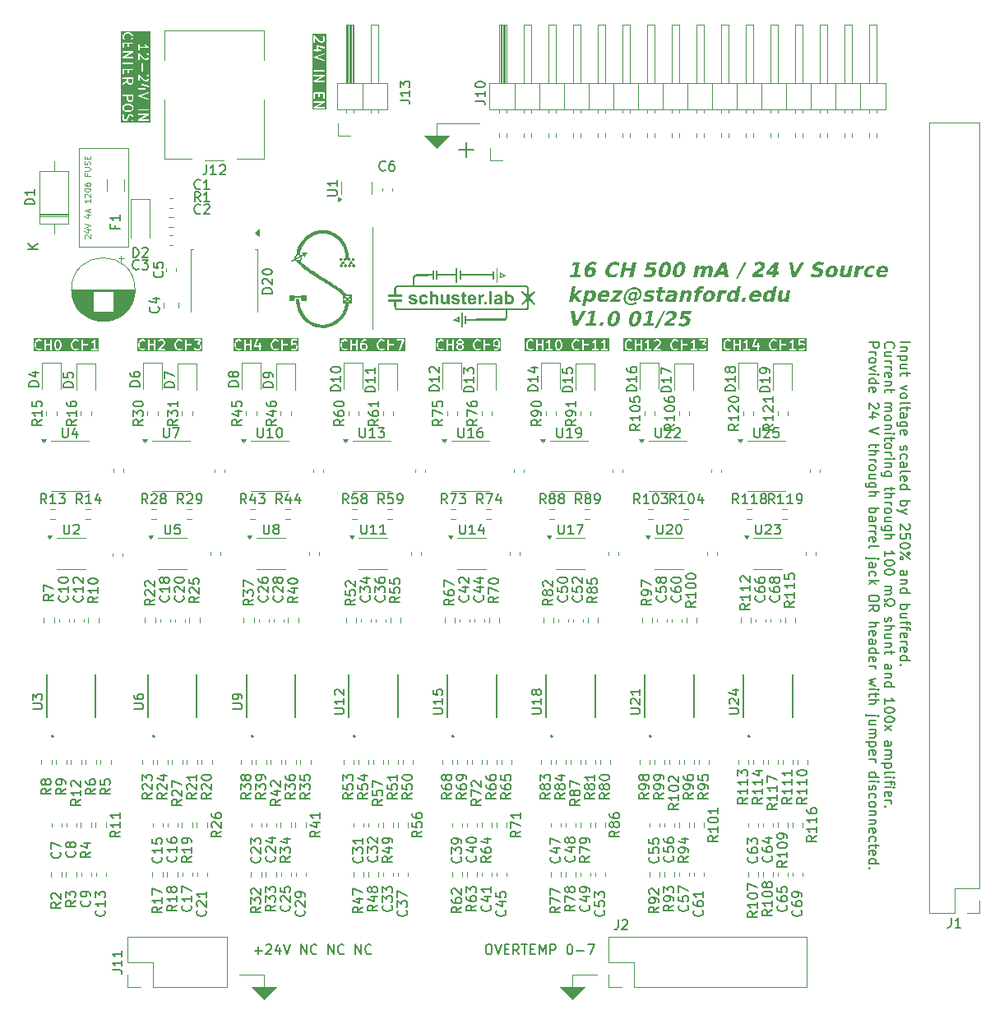
<source format=gbr>
%TF.GenerationSoftware,KiCad,Pcbnew,8.0.7-8.0.7-0~ubuntu22.04.1*%
%TF.CreationDate,2025-01-13T14:39:21-08:00*%
%TF.ProjectId,multichannelheaterdriver_frontend,6d756c74-6963-4686-916e-6e656c686561,rev?*%
%TF.SameCoordinates,Original*%
%TF.FileFunction,Legend,Top*%
%TF.FilePolarity,Positive*%
%FSLAX46Y46*%
G04 Gerber Fmt 4.6, Leading zero omitted, Abs format (unit mm)*
G04 Created by KiCad (PCBNEW 8.0.7-8.0.7-0~ubuntu22.04.1) date 2025-01-13 14:39:21*
%MOMM*%
%LPD*%
G01*
G04 APERTURE LIST*
%ADD10C,0.100000*%
%ADD11C,0.150000*%
%ADD12C,0.200000*%
%ADD13C,0.300000*%
%ADD14C,0.120000*%
%ADD15C,0.000000*%
%ADD16C,0.127000*%
G04 APERTURE END LIST*
D10*
X36600000Y-20840000D02*
X36600000Y-31360000D01*
X43180000Y-11430000D02*
X43180000Y-10160000D01*
X25400000Y-99060000D02*
X25400000Y-97790000D01*
X43180000Y-10160000D02*
X47625000Y-10160000D01*
X43180000Y-12700000D02*
X41910000Y-11430000D01*
X44450000Y-11430000D01*
X43180000Y-12700000D01*
G36*
X43180000Y-12700000D02*
G01*
X41910000Y-11430000D01*
X44450000Y-11430000D01*
X43180000Y-12700000D01*
G37*
X6350000Y-12700000D02*
X11430000Y-12700000D01*
X11430000Y-22860000D01*
X6350000Y-22860000D01*
X6350000Y-12700000D01*
X25400000Y-97790000D02*
X22860000Y-97790000D01*
X25400000Y-100330000D02*
X24130000Y-99060000D01*
X26670000Y-99060000D01*
X25400000Y-100330000D01*
G36*
X25400000Y-100330000D02*
G01*
X24130000Y-99060000D01*
X26670000Y-99060000D01*
X25400000Y-100330000D01*
G37*
X57150000Y-99060000D02*
X57150000Y-97790000D01*
X57150000Y-97790000D02*
X59690000Y-97790000D01*
X57150000Y-100330000D02*
X55880000Y-99060000D01*
X58420000Y-99060000D01*
X57150000Y-100330000D01*
G36*
X57150000Y-100330000D02*
G01*
X55880000Y-99060000D01*
X58420000Y-99060000D01*
X57150000Y-100330000D01*
G37*
D11*
G36*
X81290968Y-33660930D02*
G01*
X72633032Y-33660930D01*
X72633032Y-32903390D01*
X72744143Y-32903390D01*
X72744143Y-33046247D01*
X72744394Y-33048800D01*
X72744232Y-33049893D01*
X72745041Y-33055366D01*
X72745584Y-33060879D01*
X72746006Y-33061900D01*
X72746382Y-33064437D01*
X72794001Y-33254913D01*
X72794386Y-33255992D01*
X72794425Y-33256532D01*
X72796752Y-33262613D01*
X72798948Y-33268759D01*
X72799270Y-33269194D01*
X72799680Y-33270264D01*
X72847299Y-33365502D01*
X72851262Y-33371798D01*
X72852020Y-33373628D01*
X72853709Y-33375686D01*
X72855131Y-33377945D01*
X72856629Y-33379244D01*
X72861348Y-33384994D01*
X72956586Y-33480233D01*
X72967951Y-33489561D01*
X72970441Y-33490592D01*
X72972476Y-33492357D01*
X72985902Y-33498351D01*
X73128758Y-33545970D01*
X73136013Y-33547619D01*
X73137844Y-33548378D01*
X73140497Y-33548639D01*
X73143095Y-33549230D01*
X73145069Y-33549089D01*
X73152476Y-33549819D01*
X73247714Y-33549819D01*
X73255119Y-33549089D01*
X73257094Y-33549230D01*
X73259691Y-33548639D01*
X73262346Y-33548378D01*
X73264177Y-33547619D01*
X73271431Y-33545970D01*
X73414288Y-33498351D01*
X73427713Y-33492357D01*
X73429748Y-33490591D01*
X73432239Y-33489560D01*
X73443605Y-33480232D01*
X73491223Y-33432613D01*
X73500551Y-33421247D01*
X73511749Y-33394211D01*
X73511749Y-33364948D01*
X73500550Y-33337912D01*
X73479857Y-33317219D01*
X73452821Y-33306021D01*
X73423558Y-33306021D01*
X73396522Y-33317220D01*
X73385156Y-33326548D01*
X73350057Y-33361647D01*
X73235544Y-33399819D01*
X73164646Y-33399819D01*
X73050133Y-33361648D01*
X72976020Y-33287534D01*
X72937526Y-33210547D01*
X72894143Y-33037013D01*
X72894143Y-32912624D01*
X72937526Y-32739090D01*
X72976020Y-32662103D01*
X73050133Y-32587990D01*
X73164646Y-32549819D01*
X73235544Y-32549819D01*
X73350057Y-32587990D01*
X73385157Y-32623090D01*
X73396522Y-32632417D01*
X73423558Y-32643616D01*
X73452821Y-32643616D01*
X73479857Y-32632417D01*
X73500550Y-32611724D01*
X73511749Y-32584688D01*
X73511749Y-32555425D01*
X73500550Y-32528389D01*
X73491223Y-32517024D01*
X73449018Y-32474819D01*
X73791762Y-32474819D01*
X73791762Y-33474819D01*
X73793203Y-33489451D01*
X73804402Y-33516487D01*
X73825094Y-33537179D01*
X73852130Y-33548378D01*
X73881394Y-33548378D01*
X73908430Y-33537179D01*
X73929122Y-33516487D01*
X73940321Y-33489451D01*
X73941762Y-33474819D01*
X73941762Y-33026009D01*
X74363190Y-33026009D01*
X74363190Y-33474819D01*
X74364631Y-33489451D01*
X74375830Y-33516487D01*
X74396522Y-33537179D01*
X74423558Y-33548378D01*
X74452822Y-33548378D01*
X74479858Y-33537179D01*
X74500550Y-33516487D01*
X74511749Y-33489451D01*
X74513190Y-33474819D01*
X74513190Y-32751152D01*
X74792351Y-32751152D01*
X74794425Y-32780342D01*
X74807512Y-32806517D01*
X74829620Y-32825690D01*
X74857381Y-32834944D01*
X74886571Y-32832870D01*
X74900303Y-32827615D01*
X74995541Y-32779996D01*
X75001840Y-32776031D01*
X75003668Y-32775274D01*
X75005724Y-32773585D01*
X75007984Y-32772164D01*
X75009283Y-32770665D01*
X75015033Y-32765947D01*
X75077476Y-32703504D01*
X75077476Y-33399819D01*
X74866762Y-33399819D01*
X74852130Y-33401260D01*
X74825094Y-33412459D01*
X74804402Y-33433151D01*
X74793203Y-33460187D01*
X74793203Y-33489451D01*
X74804402Y-33516487D01*
X74825094Y-33537179D01*
X74852130Y-33548378D01*
X74866762Y-33549819D01*
X75438190Y-33549819D01*
X75452822Y-33548378D01*
X75479858Y-33537179D01*
X75500550Y-33516487D01*
X75511749Y-33489451D01*
X75511749Y-33460187D01*
X75500550Y-33433151D01*
X75479858Y-33412459D01*
X75452822Y-33401260D01*
X75438190Y-33399819D01*
X75227476Y-33399819D01*
X75227476Y-33132105D01*
X75744732Y-33132105D01*
X75745584Y-33144090D01*
X75745584Y-33156117D01*
X75746616Y-33158608D01*
X75746807Y-33161295D01*
X75752181Y-33172044D01*
X75756783Y-33183153D01*
X75758688Y-33185058D01*
X75759893Y-33187468D01*
X75768975Y-33195345D01*
X75777475Y-33203845D01*
X75779963Y-33204875D01*
X75782000Y-33206642D01*
X75793403Y-33210443D01*
X75804511Y-33215044D01*
X75808337Y-33215420D01*
X75809763Y-33215896D01*
X75811737Y-33215755D01*
X75819143Y-33216485D01*
X76220333Y-33216485D01*
X76220333Y-33474819D01*
X76221774Y-33489451D01*
X76232973Y-33516487D01*
X76253665Y-33537179D01*
X76280701Y-33548378D01*
X76309965Y-33548378D01*
X76337001Y-33537179D01*
X76357693Y-33516487D01*
X76368892Y-33489451D01*
X76370333Y-33474819D01*
X76370333Y-33216485D01*
X76438190Y-33216485D01*
X76452822Y-33215044D01*
X76479858Y-33203845D01*
X76500550Y-33183153D01*
X76511749Y-33156117D01*
X76511749Y-33126853D01*
X76500550Y-33099817D01*
X76479858Y-33079125D01*
X76452822Y-33067926D01*
X76438190Y-33066485D01*
X76370333Y-33066485D01*
X76370333Y-32903390D01*
X77458429Y-32903390D01*
X77458429Y-33046247D01*
X77458680Y-33048800D01*
X77458518Y-33049893D01*
X77459327Y-33055366D01*
X77459870Y-33060879D01*
X77460292Y-33061900D01*
X77460668Y-33064437D01*
X77508287Y-33254913D01*
X77508672Y-33255992D01*
X77508711Y-33256532D01*
X77511038Y-33262613D01*
X77513234Y-33268759D01*
X77513556Y-33269194D01*
X77513966Y-33270264D01*
X77561585Y-33365502D01*
X77565548Y-33371798D01*
X77566306Y-33373628D01*
X77567995Y-33375686D01*
X77569417Y-33377945D01*
X77570915Y-33379244D01*
X77575634Y-33384994D01*
X77670872Y-33480233D01*
X77682237Y-33489561D01*
X77684727Y-33490592D01*
X77686762Y-33492357D01*
X77700188Y-33498351D01*
X77843044Y-33545970D01*
X77850299Y-33547619D01*
X77852130Y-33548378D01*
X77854783Y-33548639D01*
X77857381Y-33549230D01*
X77859355Y-33549089D01*
X77866762Y-33549819D01*
X77962000Y-33549819D01*
X77969405Y-33549089D01*
X77971380Y-33549230D01*
X77973977Y-33548639D01*
X77976632Y-33548378D01*
X77978463Y-33547619D01*
X77985717Y-33545970D01*
X78128574Y-33498351D01*
X78141999Y-33492357D01*
X78144034Y-33490591D01*
X78146525Y-33489560D01*
X78157891Y-33480232D01*
X78205509Y-33432613D01*
X78214837Y-33421247D01*
X78226035Y-33394211D01*
X78226035Y-33364948D01*
X78214836Y-33337912D01*
X78194143Y-33317219D01*
X78167107Y-33306021D01*
X78137844Y-33306021D01*
X78110808Y-33317220D01*
X78099442Y-33326548D01*
X78064343Y-33361647D01*
X77949830Y-33399819D01*
X77878932Y-33399819D01*
X77764419Y-33361648D01*
X77690306Y-33287534D01*
X77651812Y-33210547D01*
X77608429Y-33037013D01*
X77608429Y-32912624D01*
X77651812Y-32739090D01*
X77690306Y-32662103D01*
X77764419Y-32587990D01*
X77878932Y-32549819D01*
X77949830Y-32549819D01*
X78064343Y-32587990D01*
X78099443Y-32623090D01*
X78110808Y-32632417D01*
X78137844Y-32643616D01*
X78167107Y-32643616D01*
X78194143Y-32632417D01*
X78214836Y-32611724D01*
X78226035Y-32584688D01*
X78226035Y-32555425D01*
X78214836Y-32528389D01*
X78205509Y-32517024D01*
X78163304Y-32474819D01*
X78506048Y-32474819D01*
X78506048Y-33474819D01*
X78507489Y-33489451D01*
X78518688Y-33516487D01*
X78539380Y-33537179D01*
X78566416Y-33548378D01*
X78595680Y-33548378D01*
X78622716Y-33537179D01*
X78643408Y-33516487D01*
X78654607Y-33489451D01*
X78656048Y-33474819D01*
X78656048Y-33026009D01*
X79077476Y-33026009D01*
X79077476Y-33474819D01*
X79078917Y-33489451D01*
X79090116Y-33516487D01*
X79110808Y-33537179D01*
X79137844Y-33548378D01*
X79167108Y-33548378D01*
X79194144Y-33537179D01*
X79214836Y-33516487D01*
X79226035Y-33489451D01*
X79227476Y-33474819D01*
X79227476Y-32751152D01*
X79506637Y-32751152D01*
X79508711Y-32780342D01*
X79521798Y-32806517D01*
X79543906Y-32825690D01*
X79571667Y-32834944D01*
X79600857Y-32832870D01*
X79614589Y-32827615D01*
X79709827Y-32779996D01*
X79716126Y-32776031D01*
X79717954Y-32775274D01*
X79720010Y-32773585D01*
X79722270Y-32772164D01*
X79723569Y-32770665D01*
X79729319Y-32765947D01*
X79791762Y-32703504D01*
X79791762Y-33399819D01*
X79581048Y-33399819D01*
X79566416Y-33401260D01*
X79539380Y-33412459D01*
X79518688Y-33433151D01*
X79507489Y-33460187D01*
X79507489Y-33489451D01*
X79518688Y-33516487D01*
X79539380Y-33537179D01*
X79566416Y-33548378D01*
X79581048Y-33549819D01*
X80152476Y-33549819D01*
X80167108Y-33548378D01*
X80194144Y-33537179D01*
X80214836Y-33516487D01*
X80226035Y-33489451D01*
X80226035Y-33460187D01*
X80214836Y-33433151D01*
X80194144Y-33412459D01*
X80167108Y-33401260D01*
X80152476Y-33399819D01*
X79941762Y-33399819D01*
X79941762Y-32958249D01*
X80458779Y-32958249D01*
X80459870Y-32961864D01*
X80459870Y-32965640D01*
X80464064Y-32975765D01*
X80467232Y-32986265D01*
X80469623Y-32989188D01*
X80471069Y-32992677D01*
X80478822Y-33000430D01*
X80485763Y-33008913D01*
X80489089Y-33010697D01*
X80491761Y-33013369D01*
X80501888Y-33017564D01*
X80511550Y-33022747D01*
X80515309Y-33023122D01*
X80518798Y-33024568D01*
X80529759Y-33024568D01*
X80540669Y-33025659D01*
X80544285Y-33024568D01*
X80548060Y-33024568D01*
X80558185Y-33020373D01*
X80568685Y-33017206D01*
X80571608Y-33014814D01*
X80575097Y-33013369D01*
X80586462Y-33004042D01*
X80625475Y-32965029D01*
X80693991Y-32930771D01*
X80896676Y-32930771D01*
X80965192Y-32965029D01*
X80995599Y-32995436D01*
X81029857Y-33063952D01*
X81029857Y-33266637D01*
X80995598Y-33335153D01*
X80965191Y-33365561D01*
X80896676Y-33399819D01*
X80693991Y-33399819D01*
X80625475Y-33365561D01*
X80586463Y-33326548D01*
X80575097Y-33317220D01*
X80548061Y-33306021D01*
X80518798Y-33306021D01*
X80491762Y-33317219D01*
X80471069Y-33337912D01*
X80459870Y-33364948D01*
X80459870Y-33394211D01*
X80471068Y-33421247D01*
X80480395Y-33432612D01*
X80528014Y-33480232D01*
X80533763Y-33484950D01*
X80535064Y-33486450D01*
X80537323Y-33487872D01*
X80539380Y-33489560D01*
X80541207Y-33490317D01*
X80547507Y-33494282D01*
X80642745Y-33541901D01*
X80656476Y-33547156D01*
X80659165Y-33547347D01*
X80661654Y-33548378D01*
X80676286Y-33549819D01*
X80914381Y-33549819D01*
X80929013Y-33548378D01*
X80931502Y-33547346D01*
X80934190Y-33547156D01*
X80947922Y-33541901D01*
X81043160Y-33494282D01*
X81049459Y-33490317D01*
X81051287Y-33489560D01*
X81053343Y-33487872D01*
X81055603Y-33486450D01*
X81056903Y-33484950D01*
X81062653Y-33480232D01*
X81110271Y-33432613D01*
X81114989Y-33426863D01*
X81116488Y-33425564D01*
X81117909Y-33423305D01*
X81119599Y-33421247D01*
X81120356Y-33419417D01*
X81124320Y-33413121D01*
X81171939Y-33317883D01*
X81177194Y-33304152D01*
X81177385Y-33301462D01*
X81178416Y-33298974D01*
X81179857Y-33284342D01*
X81179857Y-33046247D01*
X81178416Y-33031615D01*
X81177385Y-33029126D01*
X81177194Y-33026437D01*
X81171939Y-33012706D01*
X81124320Y-32917468D01*
X81120355Y-32911168D01*
X81119598Y-32909341D01*
X81117909Y-32907284D01*
X81116488Y-32905025D01*
X81114989Y-32903725D01*
X81110271Y-32897976D01*
X81062652Y-32850357D01*
X81056902Y-32845638D01*
X81055603Y-32844140D01*
X81053343Y-32842718D01*
X81051287Y-32841030D01*
X81049459Y-32840272D01*
X81043160Y-32836308D01*
X80947922Y-32788689D01*
X80934190Y-32783434D01*
X80931502Y-32783243D01*
X80929013Y-32782212D01*
X80914381Y-32780771D01*
X80676286Y-32780771D01*
X80661654Y-32782212D01*
X80659165Y-32783242D01*
X80656476Y-32783434D01*
X80642745Y-32788689D01*
X80624103Y-32798009D01*
X80648922Y-32549819D01*
X81057238Y-32549819D01*
X81071870Y-32548378D01*
X81098906Y-32537179D01*
X81119598Y-32516487D01*
X81130797Y-32489451D01*
X81130797Y-32460187D01*
X81119598Y-32433151D01*
X81098906Y-32412459D01*
X81071870Y-32401260D01*
X81057238Y-32399819D01*
X80581048Y-32399819D01*
X80575636Y-32400351D01*
X80573808Y-32400169D01*
X80572021Y-32400707D01*
X80566416Y-32401260D01*
X80556289Y-32405454D01*
X80545792Y-32408622D01*
X80542868Y-32411013D01*
X80539380Y-32412459D01*
X80531626Y-32420212D01*
X80523144Y-32427153D01*
X80521359Y-32430479D01*
X80518688Y-32433151D01*
X80514492Y-32443280D01*
X80509310Y-32452940D01*
X80508202Y-32458464D01*
X80507489Y-32460187D01*
X80507489Y-32462023D01*
X80506420Y-32467356D01*
X80458801Y-32943546D01*
X80458779Y-32958249D01*
X79941762Y-32958249D01*
X79941762Y-32474819D01*
X79941756Y-32474766D01*
X79941762Y-32474740D01*
X79941746Y-32474663D01*
X79940321Y-32460187D01*
X79937479Y-32453326D01*
X79936023Y-32446045D01*
X79931933Y-32439938D01*
X79929122Y-32433151D01*
X79923873Y-32427902D01*
X79919740Y-32421730D01*
X79913623Y-32417652D01*
X79908430Y-32412459D01*
X79901570Y-32409617D01*
X79895391Y-32405498D01*
X79888182Y-32404072D01*
X79881394Y-32401260D01*
X79873967Y-32401260D01*
X79866683Y-32399819D01*
X79859478Y-32401260D01*
X79852130Y-32401260D01*
X79845269Y-32404101D01*
X79837989Y-32405558D01*
X79831883Y-32409646D01*
X79825094Y-32412459D01*
X79819843Y-32417709D01*
X79813674Y-32421841D01*
X79804453Y-32433099D01*
X79804402Y-32433151D01*
X79804392Y-32433173D01*
X79804358Y-32433216D01*
X79713238Y-32569896D01*
X79631859Y-32651275D01*
X79547507Y-32693451D01*
X79535064Y-32701283D01*
X79515891Y-32723391D01*
X79506637Y-32751152D01*
X79227476Y-32751152D01*
X79227476Y-32474819D01*
X79226035Y-32460187D01*
X79214836Y-32433151D01*
X79194144Y-32412459D01*
X79167108Y-32401260D01*
X79137844Y-32401260D01*
X79110808Y-32412459D01*
X79090116Y-32433151D01*
X79078917Y-32460187D01*
X79077476Y-32474819D01*
X79077476Y-32876009D01*
X78656048Y-32876009D01*
X78656048Y-32474819D01*
X78654607Y-32460187D01*
X78643408Y-32433151D01*
X78622716Y-32412459D01*
X78595680Y-32401260D01*
X78566416Y-32401260D01*
X78539380Y-32412459D01*
X78518688Y-32433151D01*
X78507489Y-32460187D01*
X78506048Y-32474819D01*
X78163304Y-32474819D01*
X78157890Y-32469405D01*
X78146525Y-32460078D01*
X78144034Y-32459046D01*
X78141999Y-32457281D01*
X78128574Y-32451287D01*
X77985717Y-32403668D01*
X77978463Y-32402018D01*
X77976632Y-32401260D01*
X77973977Y-32400998D01*
X77971380Y-32400408D01*
X77969405Y-32400548D01*
X77962000Y-32399819D01*
X77866762Y-32399819D01*
X77859355Y-32400548D01*
X77857381Y-32400408D01*
X77854783Y-32400998D01*
X77852130Y-32401260D01*
X77850299Y-32402018D01*
X77843044Y-32403668D01*
X77700188Y-32451287D01*
X77686762Y-32457281D01*
X77684727Y-32459045D01*
X77682237Y-32460077D01*
X77670872Y-32469405D01*
X77575634Y-32564643D01*
X77570915Y-32570392D01*
X77569417Y-32571692D01*
X77567995Y-32573951D01*
X77566307Y-32576008D01*
X77565549Y-32577835D01*
X77561585Y-32584135D01*
X77513966Y-32679373D01*
X77513556Y-32680442D01*
X77513234Y-32680878D01*
X77511048Y-32686997D01*
X77508711Y-32693105D01*
X77508672Y-32693644D01*
X77508287Y-32694724D01*
X77460668Y-32885200D01*
X77460292Y-32887736D01*
X77459870Y-32888758D01*
X77459327Y-32894270D01*
X77458518Y-32899744D01*
X77458680Y-32900836D01*
X77458429Y-32903390D01*
X76370333Y-32903390D01*
X76370333Y-32808152D01*
X76368892Y-32793520D01*
X76357693Y-32766484D01*
X76337001Y-32745792D01*
X76309965Y-32734593D01*
X76280701Y-32734593D01*
X76253665Y-32745792D01*
X76232973Y-32766484D01*
X76221774Y-32793520D01*
X76220333Y-32808152D01*
X76220333Y-33066485D01*
X75923200Y-33066485D01*
X76128389Y-32450918D01*
X76131649Y-32436581D01*
X76129574Y-32407391D01*
X76116488Y-32381217D01*
X76094380Y-32362043D01*
X76066618Y-32352789D01*
X76037428Y-32354864D01*
X76011255Y-32367951D01*
X75992081Y-32390058D01*
X75986087Y-32403483D01*
X75747992Y-33117768D01*
X75746342Y-33125021D01*
X75745584Y-33126853D01*
X75745584Y-33128358D01*
X75744732Y-33132105D01*
X75227476Y-33132105D01*
X75227476Y-32474819D01*
X75227470Y-32474766D01*
X75227476Y-32474740D01*
X75227460Y-32474663D01*
X75226035Y-32460187D01*
X75223193Y-32453326D01*
X75221737Y-32446045D01*
X75217647Y-32439938D01*
X75214836Y-32433151D01*
X75209587Y-32427902D01*
X75205454Y-32421730D01*
X75199337Y-32417652D01*
X75194144Y-32412459D01*
X75187284Y-32409617D01*
X75181105Y-32405498D01*
X75173896Y-32404072D01*
X75167108Y-32401260D01*
X75159681Y-32401260D01*
X75152397Y-32399819D01*
X75145192Y-32401260D01*
X75137844Y-32401260D01*
X75130983Y-32404101D01*
X75123703Y-32405558D01*
X75117597Y-32409646D01*
X75110808Y-32412459D01*
X75105557Y-32417709D01*
X75099388Y-32421841D01*
X75090167Y-32433099D01*
X75090116Y-32433151D01*
X75090106Y-32433173D01*
X75090072Y-32433216D01*
X74998952Y-32569896D01*
X74917573Y-32651275D01*
X74833221Y-32693451D01*
X74820778Y-32701283D01*
X74801605Y-32723391D01*
X74792351Y-32751152D01*
X74513190Y-32751152D01*
X74513190Y-32474819D01*
X74511749Y-32460187D01*
X74500550Y-32433151D01*
X74479858Y-32412459D01*
X74452822Y-32401260D01*
X74423558Y-32401260D01*
X74396522Y-32412459D01*
X74375830Y-32433151D01*
X74364631Y-32460187D01*
X74363190Y-32474819D01*
X74363190Y-32876009D01*
X73941762Y-32876009D01*
X73941762Y-32474819D01*
X73940321Y-32460187D01*
X73929122Y-32433151D01*
X73908430Y-32412459D01*
X73881394Y-32401260D01*
X73852130Y-32401260D01*
X73825094Y-32412459D01*
X73804402Y-32433151D01*
X73793203Y-32460187D01*
X73791762Y-32474819D01*
X73449018Y-32474819D01*
X73443604Y-32469405D01*
X73432239Y-32460078D01*
X73429748Y-32459046D01*
X73427713Y-32457281D01*
X73414288Y-32451287D01*
X73271431Y-32403668D01*
X73264177Y-32402018D01*
X73262346Y-32401260D01*
X73259691Y-32400998D01*
X73257094Y-32400408D01*
X73255119Y-32400548D01*
X73247714Y-32399819D01*
X73152476Y-32399819D01*
X73145069Y-32400548D01*
X73143095Y-32400408D01*
X73140497Y-32400998D01*
X73137844Y-32401260D01*
X73136013Y-32402018D01*
X73128758Y-32403668D01*
X72985902Y-32451287D01*
X72972476Y-32457281D01*
X72970441Y-32459045D01*
X72967951Y-32460077D01*
X72956586Y-32469405D01*
X72861348Y-32564643D01*
X72856629Y-32570392D01*
X72855131Y-32571692D01*
X72853709Y-32573951D01*
X72852021Y-32576008D01*
X72851263Y-32577835D01*
X72847299Y-32584135D01*
X72799680Y-32679373D01*
X72799270Y-32680442D01*
X72798948Y-32680878D01*
X72796762Y-32686997D01*
X72794425Y-32693105D01*
X72794386Y-32693644D01*
X72794001Y-32694724D01*
X72746382Y-32885200D01*
X72746006Y-32887736D01*
X72745584Y-32888758D01*
X72745041Y-32894270D01*
X72744232Y-32899744D01*
X72744394Y-32900836D01*
X72744143Y-32903390D01*
X72633032Y-32903390D01*
X72633032Y-32241678D01*
X81290968Y-32241678D01*
X81290968Y-33660930D01*
G37*
G36*
X31843322Y-8739331D02*
G01*
X30424069Y-8739331D01*
X30424069Y-8547981D01*
X30535363Y-8547981D01*
X30536621Y-8557877D01*
X30536621Y-8567852D01*
X30538450Y-8572267D01*
X30539053Y-8577011D01*
X30544003Y-8585675D01*
X30547820Y-8594888D01*
X30551198Y-8598266D01*
X30553572Y-8602420D01*
X30561461Y-8608529D01*
X30568512Y-8615580D01*
X30572928Y-8617409D01*
X30576709Y-8620337D01*
X30586332Y-8622961D01*
X30595548Y-8626779D01*
X30603030Y-8627515D01*
X30604941Y-8628037D01*
X30606416Y-8627849D01*
X30610180Y-8628220D01*
X31610180Y-8628220D01*
X31624812Y-8626779D01*
X31651848Y-8615580D01*
X31672540Y-8594888D01*
X31683739Y-8567852D01*
X31683739Y-8538588D01*
X31672540Y-8511552D01*
X31651848Y-8490860D01*
X31624812Y-8479661D01*
X31610180Y-8478220D01*
X30892597Y-8478220D01*
X31647391Y-8046910D01*
X31650475Y-8044720D01*
X31651848Y-8044152D01*
X31653245Y-8042754D01*
X31659380Y-8038400D01*
X31665488Y-8030511D01*
X31672540Y-8023460D01*
X31674370Y-8019041D01*
X31677297Y-8015262D01*
X31679921Y-8005640D01*
X31683739Y-7996424D01*
X31683739Y-7991643D01*
X31684997Y-7987031D01*
X31683739Y-7977134D01*
X31683739Y-7967160D01*
X31681909Y-7962744D01*
X31681307Y-7958001D01*
X31676356Y-7949336D01*
X31672540Y-7940124D01*
X31669161Y-7936745D01*
X31666788Y-7932592D01*
X31658898Y-7926482D01*
X31651848Y-7919432D01*
X31647431Y-7917602D01*
X31643651Y-7914675D01*
X31634027Y-7912050D01*
X31624812Y-7908233D01*
X31617329Y-7907496D01*
X31615419Y-7906975D01*
X31613943Y-7907162D01*
X31610180Y-7906792D01*
X30610180Y-7906792D01*
X30595548Y-7908233D01*
X30568512Y-7919432D01*
X30547820Y-7940124D01*
X30536621Y-7967160D01*
X30536621Y-7996424D01*
X30547820Y-8023460D01*
X30568512Y-8044152D01*
X30595548Y-8055351D01*
X30610180Y-8056792D01*
X31327763Y-8056792D01*
X30572970Y-8488102D01*
X30569886Y-8490290D01*
X30568512Y-8490860D01*
X30567112Y-8492259D01*
X30560980Y-8496612D01*
X30554870Y-8504501D01*
X30547820Y-8511552D01*
X30545990Y-8515968D01*
X30543063Y-8519749D01*
X30540438Y-8529372D01*
X30536621Y-8538588D01*
X30536621Y-8543368D01*
X30535363Y-8547981D01*
X30424069Y-8547981D01*
X30424069Y-7077030D01*
X30535180Y-7077030D01*
X30535180Y-7553220D01*
X30536621Y-7567852D01*
X30547820Y-7594888D01*
X30568512Y-7615580D01*
X30595548Y-7626779D01*
X30624812Y-7626779D01*
X30651848Y-7615580D01*
X30672540Y-7594888D01*
X30683739Y-7567852D01*
X30685180Y-7553220D01*
X30685180Y-7152030D01*
X31058990Y-7152030D01*
X31058990Y-7410363D01*
X31060431Y-7424995D01*
X31071630Y-7452031D01*
X31092322Y-7472723D01*
X31119358Y-7483922D01*
X31148622Y-7483922D01*
X31175658Y-7472723D01*
X31196350Y-7452031D01*
X31207549Y-7424995D01*
X31208990Y-7410363D01*
X31208990Y-7152030D01*
X31535180Y-7152030D01*
X31535180Y-7553220D01*
X31536621Y-7567852D01*
X31547820Y-7594888D01*
X31568512Y-7615580D01*
X31595548Y-7626779D01*
X31624812Y-7626779D01*
X31651848Y-7615580D01*
X31672540Y-7594888D01*
X31683739Y-7567852D01*
X31685180Y-7553220D01*
X31685180Y-7077030D01*
X31683739Y-7062398D01*
X31672540Y-7035362D01*
X31651848Y-7014670D01*
X31624812Y-7003471D01*
X31610180Y-7002030D01*
X30610180Y-7002030D01*
X30595548Y-7003471D01*
X30568512Y-7014670D01*
X30547820Y-7035362D01*
X30536621Y-7062398D01*
X30535180Y-7077030D01*
X30424069Y-7077030D01*
X30424069Y-5833695D01*
X30535363Y-5833695D01*
X30536621Y-5843591D01*
X30536621Y-5853566D01*
X30538450Y-5857981D01*
X30539053Y-5862725D01*
X30544003Y-5871389D01*
X30547820Y-5880602D01*
X30551198Y-5883980D01*
X30553572Y-5888134D01*
X30561461Y-5894243D01*
X30568512Y-5901294D01*
X30572928Y-5903123D01*
X30576709Y-5906051D01*
X30586332Y-5908675D01*
X30595548Y-5912493D01*
X30603030Y-5913229D01*
X30604941Y-5913751D01*
X30606416Y-5913563D01*
X30610180Y-5913934D01*
X31610180Y-5913934D01*
X31624812Y-5912493D01*
X31651848Y-5901294D01*
X31672540Y-5880602D01*
X31683739Y-5853566D01*
X31683739Y-5824302D01*
X31672540Y-5797266D01*
X31651848Y-5776574D01*
X31624812Y-5765375D01*
X31610180Y-5763934D01*
X30892597Y-5763934D01*
X31647391Y-5332624D01*
X31650475Y-5330434D01*
X31651848Y-5329866D01*
X31653245Y-5328468D01*
X31659380Y-5324114D01*
X31665488Y-5316225D01*
X31672540Y-5309174D01*
X31674370Y-5304755D01*
X31677297Y-5300976D01*
X31679921Y-5291354D01*
X31683739Y-5282138D01*
X31683739Y-5277357D01*
X31684997Y-5272745D01*
X31683739Y-5262848D01*
X31683739Y-5252874D01*
X31681909Y-5248458D01*
X31681307Y-5243715D01*
X31676356Y-5235050D01*
X31672540Y-5225838D01*
X31669161Y-5222459D01*
X31666788Y-5218306D01*
X31658898Y-5212196D01*
X31651848Y-5205146D01*
X31647431Y-5203316D01*
X31643651Y-5200389D01*
X31634027Y-5197764D01*
X31624812Y-5193947D01*
X31617329Y-5193210D01*
X31615419Y-5192689D01*
X31613943Y-5192876D01*
X31610180Y-5192506D01*
X30610180Y-5192506D01*
X30595548Y-5193947D01*
X30568512Y-5205146D01*
X30547820Y-5225838D01*
X30536621Y-5252874D01*
X30536621Y-5282138D01*
X30547820Y-5309174D01*
X30568512Y-5329866D01*
X30595548Y-5341065D01*
X30610180Y-5342506D01*
X31327763Y-5342506D01*
X30572970Y-5773816D01*
X30569886Y-5776004D01*
X30568512Y-5776574D01*
X30567112Y-5777973D01*
X30560980Y-5782326D01*
X30554870Y-5790215D01*
X30547820Y-5797266D01*
X30545990Y-5801682D01*
X30543063Y-5805463D01*
X30540438Y-5815086D01*
X30536621Y-5824302D01*
X30536621Y-5829082D01*
X30535363Y-5833695D01*
X30424069Y-5833695D01*
X30424069Y-4776684D01*
X30536621Y-4776684D01*
X30536621Y-4805948D01*
X30547820Y-4832984D01*
X30568512Y-4853676D01*
X30595548Y-4864875D01*
X30610180Y-4866316D01*
X31610180Y-4866316D01*
X31624812Y-4864875D01*
X31651848Y-4853676D01*
X31672540Y-4832984D01*
X31683739Y-4805948D01*
X31683739Y-4776684D01*
X31672540Y-4749648D01*
X31651848Y-4728956D01*
X31624812Y-4717757D01*
X31610180Y-4716316D01*
X30610180Y-4716316D01*
X30595548Y-4717757D01*
X30568512Y-4728956D01*
X30547820Y-4749648D01*
X30536621Y-4776684D01*
X30424069Y-4776684D01*
X30424069Y-3353364D01*
X30535769Y-3353364D01*
X30536435Y-3362744D01*
X30535769Y-3372124D01*
X30537464Y-3377209D01*
X30537844Y-3382554D01*
X30542048Y-3390963D01*
X30545023Y-3399887D01*
X30548534Y-3403935D01*
X30550930Y-3408727D01*
X30558034Y-3414889D01*
X30564197Y-3421994D01*
X30568988Y-3424389D01*
X30573037Y-3427901D01*
X30586463Y-3433895D01*
X31586463Y-3767228D01*
X31600799Y-3770488D01*
X31629989Y-3768413D01*
X31656163Y-3755327D01*
X31675337Y-3733219D01*
X31684591Y-3705457D01*
X31682516Y-3676267D01*
X31669429Y-3650094D01*
X31647322Y-3630920D01*
X31633897Y-3624926D01*
X30847350Y-3362744D01*
X31633897Y-3100562D01*
X31647322Y-3094568D01*
X31669429Y-3075394D01*
X31682516Y-3049221D01*
X31684591Y-3020031D01*
X31675337Y-2992269D01*
X31656163Y-2970161D01*
X31629989Y-2957075D01*
X31600799Y-2955000D01*
X31586463Y-2958260D01*
X30586463Y-3291593D01*
X30573037Y-3297587D01*
X30568988Y-3301098D01*
X30564197Y-3303494D01*
X30558034Y-3310598D01*
X30550930Y-3316761D01*
X30548534Y-3321552D01*
X30545023Y-3325601D01*
X30542048Y-3334524D01*
X30537844Y-3342934D01*
X30537464Y-3348278D01*
X30535769Y-3353364D01*
X30424069Y-3353364D01*
X30424069Y-2633826D01*
X30536621Y-2633826D01*
X30536621Y-2663090D01*
X30547820Y-2690126D01*
X30568512Y-2710818D01*
X30595548Y-2722017D01*
X30610180Y-2723458D01*
X30868514Y-2723458D01*
X30868514Y-2791315D01*
X30869955Y-2805947D01*
X30881154Y-2832983D01*
X30901846Y-2853675D01*
X30928882Y-2864874D01*
X30958146Y-2864874D01*
X30985182Y-2853675D01*
X31005874Y-2832983D01*
X31017073Y-2805947D01*
X31018514Y-2791315D01*
X31018514Y-2723458D01*
X31276847Y-2723458D01*
X31291479Y-2722017D01*
X31318515Y-2710818D01*
X31339207Y-2690126D01*
X31350406Y-2663090D01*
X31350406Y-2633826D01*
X31339207Y-2606790D01*
X31318515Y-2586098D01*
X31291479Y-2574899D01*
X31276847Y-2573458D01*
X31018514Y-2573458D01*
X31018514Y-2276324D01*
X31634083Y-2481514D01*
X31648419Y-2484774D01*
X31677609Y-2482699D01*
X31703783Y-2469613D01*
X31722957Y-2447505D01*
X31732211Y-2419743D01*
X31730136Y-2390553D01*
X31717049Y-2364380D01*
X31694942Y-2345206D01*
X31681517Y-2339212D01*
X30967231Y-2101117D01*
X30959977Y-2099467D01*
X30958146Y-2098709D01*
X30956641Y-2098709D01*
X30952894Y-2097857D01*
X30940909Y-2098709D01*
X30928882Y-2098709D01*
X30926390Y-2099741D01*
X30923704Y-2099932D01*
X30912954Y-2105306D01*
X30901846Y-2109908D01*
X30899940Y-2111813D01*
X30897531Y-2113018D01*
X30889653Y-2122100D01*
X30881154Y-2130600D01*
X30880123Y-2133088D01*
X30878357Y-2135125D01*
X30874555Y-2146528D01*
X30869955Y-2157636D01*
X30869578Y-2161462D01*
X30869103Y-2162888D01*
X30869243Y-2164862D01*
X30868514Y-2172268D01*
X30868514Y-2573458D01*
X30610180Y-2573458D01*
X30595548Y-2574899D01*
X30568512Y-2586098D01*
X30547820Y-2606790D01*
X30536621Y-2633826D01*
X30424069Y-2633826D01*
X30424069Y-1172268D01*
X30535180Y-1172268D01*
X30535180Y-1791315D01*
X30536621Y-1805947D01*
X30547820Y-1832983D01*
X30568512Y-1853675D01*
X30595548Y-1864874D01*
X30624812Y-1864874D01*
X30651848Y-1853675D01*
X30672540Y-1832983D01*
X30683739Y-1805947D01*
X30685180Y-1791315D01*
X30685180Y-1353333D01*
X31128576Y-1796729D01*
X31139941Y-1806057D01*
X31142431Y-1807088D01*
X31144466Y-1808853D01*
X31157892Y-1814847D01*
X31300748Y-1862466D01*
X31308003Y-1864115D01*
X31309834Y-1864874D01*
X31312487Y-1865135D01*
X31315085Y-1865726D01*
X31317059Y-1865585D01*
X31324466Y-1866315D01*
X31419704Y-1866315D01*
X31434336Y-1864874D01*
X31436825Y-1863842D01*
X31439513Y-1863652D01*
X31453245Y-1858397D01*
X31548483Y-1810778D01*
X31554782Y-1806813D01*
X31556610Y-1806056D01*
X31558666Y-1804367D01*
X31560926Y-1802946D01*
X31562225Y-1801447D01*
X31567975Y-1796729D01*
X31615594Y-1749110D01*
X31620312Y-1743360D01*
X31621811Y-1742061D01*
X31623232Y-1739801D01*
X31624921Y-1737745D01*
X31625678Y-1735917D01*
X31629643Y-1729618D01*
X31677262Y-1634380D01*
X31682517Y-1620649D01*
X31682708Y-1617959D01*
X31683739Y-1615471D01*
X31685180Y-1600839D01*
X31685180Y-1362744D01*
X31683739Y-1348112D01*
X31682708Y-1345623D01*
X31682517Y-1342934D01*
X31677262Y-1329203D01*
X31629643Y-1233965D01*
X31625678Y-1227665D01*
X31624921Y-1225838D01*
X31623232Y-1223781D01*
X31621811Y-1221522D01*
X31620312Y-1220222D01*
X31615594Y-1214473D01*
X31567975Y-1166854D01*
X31556610Y-1157527D01*
X31529573Y-1146328D01*
X31500311Y-1146328D01*
X31473274Y-1157527D01*
X31452582Y-1178219D01*
X31441383Y-1205256D01*
X31441383Y-1234518D01*
X31452582Y-1261555D01*
X31461909Y-1272920D01*
X31500922Y-1311933D01*
X31535180Y-1380449D01*
X31535180Y-1583134D01*
X31500922Y-1651650D01*
X31470515Y-1682057D01*
X31401999Y-1716315D01*
X31336636Y-1716315D01*
X31222122Y-1678143D01*
X30663213Y-1119235D01*
X30651848Y-1109908D01*
X30624812Y-1098709D01*
X30595548Y-1098709D01*
X30568512Y-1109908D01*
X30547820Y-1130600D01*
X30536621Y-1157636D01*
X30535180Y-1172268D01*
X30424069Y-1172268D01*
X30424069Y-987598D01*
X31843322Y-987598D01*
X31843322Y-8739331D01*
G37*
G36*
X55883287Y-32584077D02*
G01*
X55913694Y-32614484D01*
X55952187Y-32691471D01*
X55995571Y-32865005D01*
X55995571Y-33084632D01*
X55952187Y-33258166D01*
X55913693Y-33335153D01*
X55883286Y-33365561D01*
X55814771Y-33399819D01*
X55754943Y-33399819D01*
X55686427Y-33365561D01*
X55656020Y-33335153D01*
X55617526Y-33258166D01*
X55574143Y-33084632D01*
X55574143Y-32865005D01*
X55617526Y-32691471D01*
X55656020Y-32614484D01*
X55686427Y-32584077D01*
X55754943Y-32549819D01*
X55814771Y-32549819D01*
X55883287Y-32584077D01*
G37*
G36*
X60969527Y-33660930D02*
G01*
X52313032Y-33660930D01*
X52313032Y-32903390D01*
X52424143Y-32903390D01*
X52424143Y-33046247D01*
X52424394Y-33048800D01*
X52424232Y-33049893D01*
X52425041Y-33055366D01*
X52425584Y-33060879D01*
X52426006Y-33061900D01*
X52426382Y-33064437D01*
X52474001Y-33254913D01*
X52474386Y-33255992D01*
X52474425Y-33256532D01*
X52476752Y-33262613D01*
X52478948Y-33268759D01*
X52479270Y-33269194D01*
X52479680Y-33270264D01*
X52527299Y-33365502D01*
X52531262Y-33371798D01*
X52532020Y-33373628D01*
X52533709Y-33375686D01*
X52535131Y-33377945D01*
X52536629Y-33379244D01*
X52541348Y-33384994D01*
X52636586Y-33480233D01*
X52647951Y-33489561D01*
X52650441Y-33490592D01*
X52652476Y-33492357D01*
X52665902Y-33498351D01*
X52808758Y-33545970D01*
X52816013Y-33547619D01*
X52817844Y-33548378D01*
X52820497Y-33548639D01*
X52823095Y-33549230D01*
X52825069Y-33549089D01*
X52832476Y-33549819D01*
X52927714Y-33549819D01*
X52935119Y-33549089D01*
X52937094Y-33549230D01*
X52939691Y-33548639D01*
X52942346Y-33548378D01*
X52944177Y-33547619D01*
X52951431Y-33545970D01*
X53094288Y-33498351D01*
X53107713Y-33492357D01*
X53109748Y-33490591D01*
X53112239Y-33489560D01*
X53123605Y-33480232D01*
X53171223Y-33432613D01*
X53180551Y-33421247D01*
X53191749Y-33394211D01*
X53191749Y-33364948D01*
X53180550Y-33337912D01*
X53159857Y-33317219D01*
X53132821Y-33306021D01*
X53103558Y-33306021D01*
X53076522Y-33317220D01*
X53065156Y-33326548D01*
X53030057Y-33361647D01*
X52915544Y-33399819D01*
X52844646Y-33399819D01*
X52730133Y-33361648D01*
X52656020Y-33287534D01*
X52617526Y-33210547D01*
X52574143Y-33037013D01*
X52574143Y-32912624D01*
X52617526Y-32739090D01*
X52656020Y-32662103D01*
X52730133Y-32587990D01*
X52844646Y-32549819D01*
X52915544Y-32549819D01*
X53030057Y-32587990D01*
X53065157Y-32623090D01*
X53076522Y-32632417D01*
X53103558Y-32643616D01*
X53132821Y-32643616D01*
X53159857Y-32632417D01*
X53180550Y-32611724D01*
X53191749Y-32584688D01*
X53191749Y-32555425D01*
X53180550Y-32528389D01*
X53171223Y-32517024D01*
X53129018Y-32474819D01*
X53471762Y-32474819D01*
X53471762Y-33474819D01*
X53473203Y-33489451D01*
X53484402Y-33516487D01*
X53505094Y-33537179D01*
X53532130Y-33548378D01*
X53561394Y-33548378D01*
X53588430Y-33537179D01*
X53609122Y-33516487D01*
X53620321Y-33489451D01*
X53621762Y-33474819D01*
X53621762Y-33026009D01*
X54043190Y-33026009D01*
X54043190Y-33474819D01*
X54044631Y-33489451D01*
X54055830Y-33516487D01*
X54076522Y-33537179D01*
X54103558Y-33548378D01*
X54132822Y-33548378D01*
X54159858Y-33537179D01*
X54180550Y-33516487D01*
X54191749Y-33489451D01*
X54193190Y-33474819D01*
X54193190Y-32751152D01*
X54472351Y-32751152D01*
X54474425Y-32780342D01*
X54487512Y-32806517D01*
X54509620Y-32825690D01*
X54537381Y-32834944D01*
X54566571Y-32832870D01*
X54580303Y-32827615D01*
X54675541Y-32779996D01*
X54681840Y-32776031D01*
X54683668Y-32775274D01*
X54685724Y-32773585D01*
X54687984Y-32772164D01*
X54689283Y-32770665D01*
X54695033Y-32765947D01*
X54757476Y-32703504D01*
X54757476Y-33399819D01*
X54546762Y-33399819D01*
X54532130Y-33401260D01*
X54505094Y-33412459D01*
X54484402Y-33433151D01*
X54473203Y-33460187D01*
X54473203Y-33489451D01*
X54484402Y-33516487D01*
X54505094Y-33537179D01*
X54532130Y-33548378D01*
X54546762Y-33549819D01*
X55118190Y-33549819D01*
X55132822Y-33548378D01*
X55159858Y-33537179D01*
X55180550Y-33516487D01*
X55191749Y-33489451D01*
X55191749Y-33460187D01*
X55180550Y-33433151D01*
X55159858Y-33412459D01*
X55132822Y-33401260D01*
X55118190Y-33399819D01*
X54907476Y-33399819D01*
X54907476Y-32855771D01*
X55424143Y-32855771D01*
X55424143Y-33093866D01*
X55424394Y-33096419D01*
X55424232Y-33097512D01*
X55425041Y-33102985D01*
X55425584Y-33108498D01*
X55426006Y-33109519D01*
X55426382Y-33112056D01*
X55474001Y-33302532D01*
X55474386Y-33303611D01*
X55474425Y-33304151D01*
X55476752Y-33310232D01*
X55478948Y-33316378D01*
X55479270Y-33316813D01*
X55479680Y-33317883D01*
X55527299Y-33413121D01*
X55531262Y-33419417D01*
X55532020Y-33421247D01*
X55533709Y-33423305D01*
X55535131Y-33425564D01*
X55536629Y-33426863D01*
X55541347Y-33432612D01*
X55588966Y-33480232D01*
X55594715Y-33484950D01*
X55596016Y-33486450D01*
X55598275Y-33487872D01*
X55600332Y-33489560D01*
X55602159Y-33490317D01*
X55608459Y-33494282D01*
X55703697Y-33541901D01*
X55717428Y-33547156D01*
X55720117Y-33547347D01*
X55722606Y-33548378D01*
X55737238Y-33549819D01*
X55832476Y-33549819D01*
X55847108Y-33548378D01*
X55849597Y-33547346D01*
X55852285Y-33547156D01*
X55866017Y-33541901D01*
X55961255Y-33494282D01*
X55967554Y-33490317D01*
X55969382Y-33489560D01*
X55971438Y-33487872D01*
X55973698Y-33486450D01*
X55974998Y-33484950D01*
X55980748Y-33480232D01*
X56028366Y-33432613D01*
X56033084Y-33426863D01*
X56034583Y-33425564D01*
X56036004Y-33423305D01*
X56037694Y-33421247D01*
X56038451Y-33419417D01*
X56042415Y-33413121D01*
X56090034Y-33317883D01*
X56090443Y-33316813D01*
X56090766Y-33316378D01*
X56092958Y-33310241D01*
X56095289Y-33304152D01*
X56095327Y-33303611D01*
X56095713Y-33302532D01*
X56143332Y-33112056D01*
X56143707Y-33109519D01*
X56144130Y-33108498D01*
X56144672Y-33102985D01*
X56145482Y-33097512D01*
X56145319Y-33096419D01*
X56145571Y-33093866D01*
X56145571Y-32903390D01*
X57138429Y-32903390D01*
X57138429Y-33046247D01*
X57138680Y-33048800D01*
X57138518Y-33049893D01*
X57139327Y-33055366D01*
X57139870Y-33060879D01*
X57140292Y-33061900D01*
X57140668Y-33064437D01*
X57188287Y-33254913D01*
X57188672Y-33255992D01*
X57188711Y-33256532D01*
X57191038Y-33262613D01*
X57193234Y-33268759D01*
X57193556Y-33269194D01*
X57193966Y-33270264D01*
X57241585Y-33365502D01*
X57245548Y-33371798D01*
X57246306Y-33373628D01*
X57247995Y-33375686D01*
X57249417Y-33377945D01*
X57250915Y-33379244D01*
X57255634Y-33384994D01*
X57350872Y-33480233D01*
X57362237Y-33489561D01*
X57364727Y-33490592D01*
X57366762Y-33492357D01*
X57380188Y-33498351D01*
X57523044Y-33545970D01*
X57530299Y-33547619D01*
X57532130Y-33548378D01*
X57534783Y-33548639D01*
X57537381Y-33549230D01*
X57539355Y-33549089D01*
X57546762Y-33549819D01*
X57642000Y-33549819D01*
X57649405Y-33549089D01*
X57651380Y-33549230D01*
X57653977Y-33548639D01*
X57656632Y-33548378D01*
X57658463Y-33547619D01*
X57665717Y-33545970D01*
X57808574Y-33498351D01*
X57821999Y-33492357D01*
X57824034Y-33490591D01*
X57826525Y-33489560D01*
X57837891Y-33480232D01*
X57885509Y-33432613D01*
X57894837Y-33421247D01*
X57906035Y-33394211D01*
X57906035Y-33364948D01*
X57894836Y-33337912D01*
X57874143Y-33317219D01*
X57847107Y-33306021D01*
X57817844Y-33306021D01*
X57790808Y-33317220D01*
X57779442Y-33326548D01*
X57744343Y-33361647D01*
X57629830Y-33399819D01*
X57558932Y-33399819D01*
X57444419Y-33361648D01*
X57370306Y-33287534D01*
X57331812Y-33210547D01*
X57288429Y-33037013D01*
X57288429Y-32912624D01*
X57331812Y-32739090D01*
X57370306Y-32662103D01*
X57444419Y-32587990D01*
X57558932Y-32549819D01*
X57629830Y-32549819D01*
X57744343Y-32587990D01*
X57779443Y-32623090D01*
X57790808Y-32632417D01*
X57817844Y-32643616D01*
X57847107Y-32643616D01*
X57874143Y-32632417D01*
X57894836Y-32611724D01*
X57906035Y-32584688D01*
X57906035Y-32555425D01*
X57894836Y-32528389D01*
X57885509Y-32517024D01*
X57843304Y-32474819D01*
X58186048Y-32474819D01*
X58186048Y-33474819D01*
X58187489Y-33489451D01*
X58198688Y-33516487D01*
X58219380Y-33537179D01*
X58246416Y-33548378D01*
X58275680Y-33548378D01*
X58302716Y-33537179D01*
X58323408Y-33516487D01*
X58334607Y-33489451D01*
X58336048Y-33474819D01*
X58336048Y-33026009D01*
X58757476Y-33026009D01*
X58757476Y-33474819D01*
X58758917Y-33489451D01*
X58770116Y-33516487D01*
X58790808Y-33537179D01*
X58817844Y-33548378D01*
X58847108Y-33548378D01*
X58874144Y-33537179D01*
X58894836Y-33516487D01*
X58906035Y-33489451D01*
X58907476Y-33474819D01*
X58907476Y-32751152D01*
X59186637Y-32751152D01*
X59188711Y-32780342D01*
X59201798Y-32806517D01*
X59223906Y-32825690D01*
X59251667Y-32834944D01*
X59280857Y-32832870D01*
X59294589Y-32827615D01*
X59389827Y-32779996D01*
X59396126Y-32776031D01*
X59397954Y-32775274D01*
X59400010Y-32773585D01*
X59402270Y-32772164D01*
X59403569Y-32770665D01*
X59409319Y-32765947D01*
X59471762Y-32703504D01*
X59471762Y-33399819D01*
X59261048Y-33399819D01*
X59246416Y-33401260D01*
X59219380Y-33412459D01*
X59198688Y-33433151D01*
X59187489Y-33460187D01*
X59187489Y-33489451D01*
X59198688Y-33516487D01*
X59219380Y-33537179D01*
X59246416Y-33548378D01*
X59261048Y-33549819D01*
X59832476Y-33549819D01*
X59847108Y-33548378D01*
X59874144Y-33537179D01*
X59894836Y-33516487D01*
X59906035Y-33489451D01*
X59906035Y-33460187D01*
X59894836Y-33433151D01*
X59874144Y-33412459D01*
X59847108Y-33401260D01*
X59832476Y-33399819D01*
X59621762Y-33399819D01*
X59621762Y-32751152D01*
X60139018Y-32751152D01*
X60141092Y-32780342D01*
X60154179Y-32806517D01*
X60176287Y-32825690D01*
X60204048Y-32834944D01*
X60233238Y-32832870D01*
X60246970Y-32827615D01*
X60342208Y-32779996D01*
X60348507Y-32776031D01*
X60350335Y-32775274D01*
X60352391Y-32773585D01*
X60354651Y-32772164D01*
X60355950Y-32770665D01*
X60361700Y-32765947D01*
X60424143Y-32703504D01*
X60424143Y-33399819D01*
X60213429Y-33399819D01*
X60198797Y-33401260D01*
X60171761Y-33412459D01*
X60151069Y-33433151D01*
X60139870Y-33460187D01*
X60139870Y-33489451D01*
X60151069Y-33516487D01*
X60171761Y-33537179D01*
X60198797Y-33548378D01*
X60213429Y-33549819D01*
X60784857Y-33549819D01*
X60799489Y-33548378D01*
X60826525Y-33537179D01*
X60847217Y-33516487D01*
X60858416Y-33489451D01*
X60858416Y-33460187D01*
X60847217Y-33433151D01*
X60826525Y-33412459D01*
X60799489Y-33401260D01*
X60784857Y-33399819D01*
X60574143Y-33399819D01*
X60574143Y-32474819D01*
X60574137Y-32474766D01*
X60574143Y-32474740D01*
X60574127Y-32474663D01*
X60572702Y-32460187D01*
X60569860Y-32453326D01*
X60568404Y-32446045D01*
X60564314Y-32439938D01*
X60561503Y-32433151D01*
X60556254Y-32427902D01*
X60552121Y-32421730D01*
X60546004Y-32417652D01*
X60540811Y-32412459D01*
X60533951Y-32409617D01*
X60527772Y-32405498D01*
X60520563Y-32404072D01*
X60513775Y-32401260D01*
X60506348Y-32401260D01*
X60499064Y-32399819D01*
X60491859Y-32401260D01*
X60484511Y-32401260D01*
X60477650Y-32404101D01*
X60470370Y-32405558D01*
X60464264Y-32409646D01*
X60457475Y-32412459D01*
X60452224Y-32417709D01*
X60446055Y-32421841D01*
X60436834Y-32433099D01*
X60436783Y-32433151D01*
X60436773Y-32433173D01*
X60436739Y-32433216D01*
X60345619Y-32569896D01*
X60264240Y-32651275D01*
X60179888Y-32693451D01*
X60167445Y-32701283D01*
X60148272Y-32723391D01*
X60139018Y-32751152D01*
X59621762Y-32751152D01*
X59621762Y-32474819D01*
X59621756Y-32474766D01*
X59621762Y-32474740D01*
X59621746Y-32474663D01*
X59620321Y-32460187D01*
X59617479Y-32453326D01*
X59616023Y-32446045D01*
X59611933Y-32439938D01*
X59609122Y-32433151D01*
X59603873Y-32427902D01*
X59599740Y-32421730D01*
X59593623Y-32417652D01*
X59588430Y-32412459D01*
X59581570Y-32409617D01*
X59575391Y-32405498D01*
X59568182Y-32404072D01*
X59561394Y-32401260D01*
X59553967Y-32401260D01*
X59546683Y-32399819D01*
X59539478Y-32401260D01*
X59532130Y-32401260D01*
X59525269Y-32404101D01*
X59517989Y-32405558D01*
X59511883Y-32409646D01*
X59505094Y-32412459D01*
X59499843Y-32417709D01*
X59493674Y-32421841D01*
X59484453Y-32433099D01*
X59484402Y-32433151D01*
X59484392Y-32433173D01*
X59484358Y-32433216D01*
X59393238Y-32569896D01*
X59311859Y-32651275D01*
X59227507Y-32693451D01*
X59215064Y-32701283D01*
X59195891Y-32723391D01*
X59186637Y-32751152D01*
X58907476Y-32751152D01*
X58907476Y-32474819D01*
X58906035Y-32460187D01*
X58894836Y-32433151D01*
X58874144Y-32412459D01*
X58847108Y-32401260D01*
X58817844Y-32401260D01*
X58790808Y-32412459D01*
X58770116Y-32433151D01*
X58758917Y-32460187D01*
X58757476Y-32474819D01*
X58757476Y-32876009D01*
X58336048Y-32876009D01*
X58336048Y-32474819D01*
X58334607Y-32460187D01*
X58323408Y-32433151D01*
X58302716Y-32412459D01*
X58275680Y-32401260D01*
X58246416Y-32401260D01*
X58219380Y-32412459D01*
X58198688Y-32433151D01*
X58187489Y-32460187D01*
X58186048Y-32474819D01*
X57843304Y-32474819D01*
X57837890Y-32469405D01*
X57826525Y-32460078D01*
X57824034Y-32459046D01*
X57821999Y-32457281D01*
X57808574Y-32451287D01*
X57665717Y-32403668D01*
X57658463Y-32402018D01*
X57656632Y-32401260D01*
X57653977Y-32400998D01*
X57651380Y-32400408D01*
X57649405Y-32400548D01*
X57642000Y-32399819D01*
X57546762Y-32399819D01*
X57539355Y-32400548D01*
X57537381Y-32400408D01*
X57534783Y-32400998D01*
X57532130Y-32401260D01*
X57530299Y-32402018D01*
X57523044Y-32403668D01*
X57380188Y-32451287D01*
X57366762Y-32457281D01*
X57364727Y-32459045D01*
X57362237Y-32460077D01*
X57350872Y-32469405D01*
X57255634Y-32564643D01*
X57250915Y-32570392D01*
X57249417Y-32571692D01*
X57247995Y-32573951D01*
X57246307Y-32576008D01*
X57245549Y-32577835D01*
X57241585Y-32584135D01*
X57193966Y-32679373D01*
X57193556Y-32680442D01*
X57193234Y-32680878D01*
X57191048Y-32686997D01*
X57188711Y-32693105D01*
X57188672Y-32693644D01*
X57188287Y-32694724D01*
X57140668Y-32885200D01*
X57140292Y-32887736D01*
X57139870Y-32888758D01*
X57139327Y-32894270D01*
X57138518Y-32899744D01*
X57138680Y-32900836D01*
X57138429Y-32903390D01*
X56145571Y-32903390D01*
X56145571Y-32855771D01*
X56145319Y-32853217D01*
X56145482Y-32852125D01*
X56144672Y-32846651D01*
X56144130Y-32841139D01*
X56143707Y-32840117D01*
X56143332Y-32837581D01*
X56095713Y-32647105D01*
X56095327Y-32646025D01*
X56095289Y-32645485D01*
X56092958Y-32639395D01*
X56090766Y-32633259D01*
X56090443Y-32632823D01*
X56090034Y-32631754D01*
X56042415Y-32536516D01*
X56038450Y-32530216D01*
X56037693Y-32528389D01*
X56036004Y-32526332D01*
X56034583Y-32524073D01*
X56033084Y-32522773D01*
X56028366Y-32517024D01*
X55980747Y-32469405D01*
X55974997Y-32464686D01*
X55973698Y-32463188D01*
X55971438Y-32461766D01*
X55969382Y-32460078D01*
X55967554Y-32459320D01*
X55961255Y-32455356D01*
X55866017Y-32407737D01*
X55852285Y-32402482D01*
X55849597Y-32402291D01*
X55847108Y-32401260D01*
X55832476Y-32399819D01*
X55737238Y-32399819D01*
X55722606Y-32401260D01*
X55720117Y-32402290D01*
X55717428Y-32402482D01*
X55703697Y-32407737D01*
X55608459Y-32455356D01*
X55602159Y-32459320D01*
X55600332Y-32460078D01*
X55598275Y-32461766D01*
X55596016Y-32463188D01*
X55594716Y-32464686D01*
X55588967Y-32469405D01*
X55541348Y-32517024D01*
X55536629Y-32522773D01*
X55535131Y-32524073D01*
X55533709Y-32526332D01*
X55532021Y-32528389D01*
X55531263Y-32530216D01*
X55527299Y-32536516D01*
X55479680Y-32631754D01*
X55479270Y-32632823D01*
X55478948Y-32633259D01*
X55476752Y-32639404D01*
X55474425Y-32645486D01*
X55474386Y-32646025D01*
X55474001Y-32647105D01*
X55426382Y-32837581D01*
X55426006Y-32840117D01*
X55425584Y-32841139D01*
X55425041Y-32846651D01*
X55424232Y-32852125D01*
X55424394Y-32853217D01*
X55424143Y-32855771D01*
X54907476Y-32855771D01*
X54907476Y-32474819D01*
X54907470Y-32474766D01*
X54907476Y-32474740D01*
X54907460Y-32474663D01*
X54906035Y-32460187D01*
X54903193Y-32453326D01*
X54901737Y-32446045D01*
X54897647Y-32439938D01*
X54894836Y-32433151D01*
X54889587Y-32427902D01*
X54885454Y-32421730D01*
X54879337Y-32417652D01*
X54874144Y-32412459D01*
X54867284Y-32409617D01*
X54861105Y-32405498D01*
X54853896Y-32404072D01*
X54847108Y-32401260D01*
X54839681Y-32401260D01*
X54832397Y-32399819D01*
X54825192Y-32401260D01*
X54817844Y-32401260D01*
X54810983Y-32404101D01*
X54803703Y-32405558D01*
X54797597Y-32409646D01*
X54790808Y-32412459D01*
X54785557Y-32417709D01*
X54779388Y-32421841D01*
X54770167Y-32433099D01*
X54770116Y-32433151D01*
X54770106Y-32433173D01*
X54770072Y-32433216D01*
X54678952Y-32569896D01*
X54597573Y-32651275D01*
X54513221Y-32693451D01*
X54500778Y-32701283D01*
X54481605Y-32723391D01*
X54472351Y-32751152D01*
X54193190Y-32751152D01*
X54193190Y-32474819D01*
X54191749Y-32460187D01*
X54180550Y-32433151D01*
X54159858Y-32412459D01*
X54132822Y-32401260D01*
X54103558Y-32401260D01*
X54076522Y-32412459D01*
X54055830Y-32433151D01*
X54044631Y-32460187D01*
X54043190Y-32474819D01*
X54043190Y-32876009D01*
X53621762Y-32876009D01*
X53621762Y-32474819D01*
X53620321Y-32460187D01*
X53609122Y-32433151D01*
X53588430Y-32412459D01*
X53561394Y-32401260D01*
X53532130Y-32401260D01*
X53505094Y-32412459D01*
X53484402Y-32433151D01*
X53473203Y-32460187D01*
X53471762Y-32474819D01*
X53129018Y-32474819D01*
X53123604Y-32469405D01*
X53112239Y-32460078D01*
X53109748Y-32459046D01*
X53107713Y-32457281D01*
X53094288Y-32451287D01*
X52951431Y-32403668D01*
X52944177Y-32402018D01*
X52942346Y-32401260D01*
X52939691Y-32400998D01*
X52937094Y-32400408D01*
X52935119Y-32400548D01*
X52927714Y-32399819D01*
X52832476Y-32399819D01*
X52825069Y-32400548D01*
X52823095Y-32400408D01*
X52820497Y-32400998D01*
X52817844Y-32401260D01*
X52816013Y-32402018D01*
X52808758Y-32403668D01*
X52665902Y-32451287D01*
X52652476Y-32457281D01*
X52650441Y-32459045D01*
X52647951Y-32460077D01*
X52636586Y-32469405D01*
X52541348Y-32564643D01*
X52536629Y-32570392D01*
X52535131Y-32571692D01*
X52533709Y-32573951D01*
X52532021Y-32576008D01*
X52531263Y-32577835D01*
X52527299Y-32584135D01*
X52479680Y-32679373D01*
X52479270Y-32680442D01*
X52478948Y-32680878D01*
X52476762Y-32686997D01*
X52474425Y-32693105D01*
X52474386Y-32693644D01*
X52474001Y-32694724D01*
X52426382Y-32885200D01*
X52426006Y-32887736D01*
X52425584Y-32888758D01*
X52425041Y-32894270D01*
X52424232Y-32899744D01*
X52424394Y-32900836D01*
X52424143Y-32903390D01*
X52313032Y-32903390D01*
X52313032Y-32288708D01*
X60969527Y-32288708D01*
X60969527Y-33660930D01*
G37*
D10*
X6998514Y-21994287D02*
X6969942Y-21965715D01*
X6969942Y-21965715D02*
X6941371Y-21908573D01*
X6941371Y-21908573D02*
X6941371Y-21765715D01*
X6941371Y-21765715D02*
X6969942Y-21708573D01*
X6969942Y-21708573D02*
X6998514Y-21680001D01*
X6998514Y-21680001D02*
X7055657Y-21651430D01*
X7055657Y-21651430D02*
X7112800Y-21651430D01*
X7112800Y-21651430D02*
X7198514Y-21680001D01*
X7198514Y-21680001D02*
X7541371Y-22022858D01*
X7541371Y-22022858D02*
X7541371Y-21651430D01*
X7141371Y-21137144D02*
X7541371Y-21137144D01*
X6912800Y-21280001D02*
X7341371Y-21422858D01*
X7341371Y-21422858D02*
X7341371Y-21051429D01*
X6941371Y-20908572D02*
X7541371Y-20708572D01*
X7541371Y-20708572D02*
X6941371Y-20508572D01*
X7141371Y-19594286D02*
X7541371Y-19594286D01*
X6912800Y-19737143D02*
X7341371Y-19880000D01*
X7341371Y-19880000D02*
X7341371Y-19508571D01*
X7369942Y-19308571D02*
X7369942Y-19022857D01*
X7541371Y-19365714D02*
X6941371Y-19165714D01*
X6941371Y-19165714D02*
X7541371Y-18965714D01*
X7541371Y-17994285D02*
X7541371Y-18337142D01*
X7541371Y-18165713D02*
X6941371Y-18165713D01*
X6941371Y-18165713D02*
X7027085Y-18222856D01*
X7027085Y-18222856D02*
X7084228Y-18279999D01*
X7084228Y-18279999D02*
X7112800Y-18337142D01*
X6998514Y-17765713D02*
X6969942Y-17737141D01*
X6969942Y-17737141D02*
X6941371Y-17679999D01*
X6941371Y-17679999D02*
X6941371Y-17537141D01*
X6941371Y-17537141D02*
X6969942Y-17479999D01*
X6969942Y-17479999D02*
X6998514Y-17451427D01*
X6998514Y-17451427D02*
X7055657Y-17422856D01*
X7055657Y-17422856D02*
X7112800Y-17422856D01*
X7112800Y-17422856D02*
X7198514Y-17451427D01*
X7198514Y-17451427D02*
X7541371Y-17794284D01*
X7541371Y-17794284D02*
X7541371Y-17422856D01*
X6941371Y-17051427D02*
X6941371Y-16994284D01*
X6941371Y-16994284D02*
X6969942Y-16937141D01*
X6969942Y-16937141D02*
X6998514Y-16908570D01*
X6998514Y-16908570D02*
X7055657Y-16879998D01*
X7055657Y-16879998D02*
X7169942Y-16851427D01*
X7169942Y-16851427D02*
X7312800Y-16851427D01*
X7312800Y-16851427D02*
X7427085Y-16879998D01*
X7427085Y-16879998D02*
X7484228Y-16908570D01*
X7484228Y-16908570D02*
X7512800Y-16937141D01*
X7512800Y-16937141D02*
X7541371Y-16994284D01*
X7541371Y-16994284D02*
X7541371Y-17051427D01*
X7541371Y-17051427D02*
X7512800Y-17108570D01*
X7512800Y-17108570D02*
X7484228Y-17137141D01*
X7484228Y-17137141D02*
X7427085Y-17165712D01*
X7427085Y-17165712D02*
X7312800Y-17194284D01*
X7312800Y-17194284D02*
X7169942Y-17194284D01*
X7169942Y-17194284D02*
X7055657Y-17165712D01*
X7055657Y-17165712D02*
X6998514Y-17137141D01*
X6998514Y-17137141D02*
X6969942Y-17108570D01*
X6969942Y-17108570D02*
X6941371Y-17051427D01*
X6941371Y-16337141D02*
X6941371Y-16451426D01*
X6941371Y-16451426D02*
X6969942Y-16508569D01*
X6969942Y-16508569D02*
X6998514Y-16537141D01*
X6998514Y-16537141D02*
X7084228Y-16594283D01*
X7084228Y-16594283D02*
X7198514Y-16622855D01*
X7198514Y-16622855D02*
X7427085Y-16622855D01*
X7427085Y-16622855D02*
X7484228Y-16594283D01*
X7484228Y-16594283D02*
X7512800Y-16565712D01*
X7512800Y-16565712D02*
X7541371Y-16508569D01*
X7541371Y-16508569D02*
X7541371Y-16394283D01*
X7541371Y-16394283D02*
X7512800Y-16337141D01*
X7512800Y-16337141D02*
X7484228Y-16308569D01*
X7484228Y-16308569D02*
X7427085Y-16279998D01*
X7427085Y-16279998D02*
X7284228Y-16279998D01*
X7284228Y-16279998D02*
X7227085Y-16308569D01*
X7227085Y-16308569D02*
X7198514Y-16337141D01*
X7198514Y-16337141D02*
X7169942Y-16394283D01*
X7169942Y-16394283D02*
X7169942Y-16508569D01*
X7169942Y-16508569D02*
X7198514Y-16565712D01*
X7198514Y-16565712D02*
X7227085Y-16594283D01*
X7227085Y-16594283D02*
X7284228Y-16622855D01*
X7227085Y-15365711D02*
X7227085Y-15565711D01*
X7541371Y-15565711D02*
X6941371Y-15565711D01*
X6941371Y-15565711D02*
X6941371Y-15279997D01*
X6941371Y-15051425D02*
X7427085Y-15051425D01*
X7427085Y-15051425D02*
X7484228Y-15022854D01*
X7484228Y-15022854D02*
X7512800Y-14994283D01*
X7512800Y-14994283D02*
X7541371Y-14937140D01*
X7541371Y-14937140D02*
X7541371Y-14822854D01*
X7541371Y-14822854D02*
X7512800Y-14765711D01*
X7512800Y-14765711D02*
X7484228Y-14737140D01*
X7484228Y-14737140D02*
X7427085Y-14708568D01*
X7427085Y-14708568D02*
X6941371Y-14708568D01*
X7512800Y-14451426D02*
X7541371Y-14365712D01*
X7541371Y-14365712D02*
X7541371Y-14222854D01*
X7541371Y-14222854D02*
X7512800Y-14165712D01*
X7512800Y-14165712D02*
X7484228Y-14137140D01*
X7484228Y-14137140D02*
X7427085Y-14108569D01*
X7427085Y-14108569D02*
X7369942Y-14108569D01*
X7369942Y-14108569D02*
X7312800Y-14137140D01*
X7312800Y-14137140D02*
X7284228Y-14165712D01*
X7284228Y-14165712D02*
X7255657Y-14222854D01*
X7255657Y-14222854D02*
X7227085Y-14337140D01*
X7227085Y-14337140D02*
X7198514Y-14394283D01*
X7198514Y-14394283D02*
X7169942Y-14422854D01*
X7169942Y-14422854D02*
X7112800Y-14451426D01*
X7112800Y-14451426D02*
X7055657Y-14451426D01*
X7055657Y-14451426D02*
X6998514Y-14422854D01*
X6998514Y-14422854D02*
X6969942Y-14394283D01*
X6969942Y-14394283D02*
X6941371Y-14337140D01*
X6941371Y-14337140D02*
X6941371Y-14194283D01*
X6941371Y-14194283D02*
X6969942Y-14108569D01*
X7227085Y-13851425D02*
X7227085Y-13651425D01*
X7541371Y-13565711D02*
X7541371Y-13851425D01*
X7541371Y-13851425D02*
X6941371Y-13851425D01*
X6941371Y-13851425D02*
X6941371Y-13565711D01*
D11*
X48496077Y-94704819D02*
X48686553Y-94704819D01*
X48686553Y-94704819D02*
X48781791Y-94752438D01*
X48781791Y-94752438D02*
X48877029Y-94847676D01*
X48877029Y-94847676D02*
X48924648Y-95038152D01*
X48924648Y-95038152D02*
X48924648Y-95371485D01*
X48924648Y-95371485D02*
X48877029Y-95561961D01*
X48877029Y-95561961D02*
X48781791Y-95657200D01*
X48781791Y-95657200D02*
X48686553Y-95704819D01*
X48686553Y-95704819D02*
X48496077Y-95704819D01*
X48496077Y-95704819D02*
X48400839Y-95657200D01*
X48400839Y-95657200D02*
X48305601Y-95561961D01*
X48305601Y-95561961D02*
X48257982Y-95371485D01*
X48257982Y-95371485D02*
X48257982Y-95038152D01*
X48257982Y-95038152D02*
X48305601Y-94847676D01*
X48305601Y-94847676D02*
X48400839Y-94752438D01*
X48400839Y-94752438D02*
X48496077Y-94704819D01*
X49210363Y-94704819D02*
X49543696Y-95704819D01*
X49543696Y-95704819D02*
X49877029Y-94704819D01*
X50210363Y-95181009D02*
X50543696Y-95181009D01*
X50686553Y-95704819D02*
X50210363Y-95704819D01*
X50210363Y-95704819D02*
X50210363Y-94704819D01*
X50210363Y-94704819D02*
X50686553Y-94704819D01*
X51686553Y-95704819D02*
X51353220Y-95228628D01*
X51115125Y-95704819D02*
X51115125Y-94704819D01*
X51115125Y-94704819D02*
X51496077Y-94704819D01*
X51496077Y-94704819D02*
X51591315Y-94752438D01*
X51591315Y-94752438D02*
X51638934Y-94800057D01*
X51638934Y-94800057D02*
X51686553Y-94895295D01*
X51686553Y-94895295D02*
X51686553Y-95038152D01*
X51686553Y-95038152D02*
X51638934Y-95133390D01*
X51638934Y-95133390D02*
X51591315Y-95181009D01*
X51591315Y-95181009D02*
X51496077Y-95228628D01*
X51496077Y-95228628D02*
X51115125Y-95228628D01*
X51972268Y-94704819D02*
X52543696Y-94704819D01*
X52257982Y-95704819D02*
X52257982Y-94704819D01*
X52877030Y-95181009D02*
X53210363Y-95181009D01*
X53353220Y-95704819D02*
X52877030Y-95704819D01*
X52877030Y-95704819D02*
X52877030Y-94704819D01*
X52877030Y-94704819D02*
X53353220Y-94704819D01*
X53781792Y-95704819D02*
X53781792Y-94704819D01*
X53781792Y-94704819D02*
X54115125Y-95419104D01*
X54115125Y-95419104D02*
X54448458Y-94704819D01*
X54448458Y-94704819D02*
X54448458Y-95704819D01*
X54924649Y-95704819D02*
X54924649Y-94704819D01*
X54924649Y-94704819D02*
X55305601Y-94704819D01*
X55305601Y-94704819D02*
X55400839Y-94752438D01*
X55400839Y-94752438D02*
X55448458Y-94800057D01*
X55448458Y-94800057D02*
X55496077Y-94895295D01*
X55496077Y-94895295D02*
X55496077Y-95038152D01*
X55496077Y-95038152D02*
X55448458Y-95133390D01*
X55448458Y-95133390D02*
X55400839Y-95181009D01*
X55400839Y-95181009D02*
X55305601Y-95228628D01*
X55305601Y-95228628D02*
X54924649Y-95228628D01*
X56877030Y-94704819D02*
X56972268Y-94704819D01*
X56972268Y-94704819D02*
X57067506Y-94752438D01*
X57067506Y-94752438D02*
X57115125Y-94800057D01*
X57115125Y-94800057D02*
X57162744Y-94895295D01*
X57162744Y-94895295D02*
X57210363Y-95085771D01*
X57210363Y-95085771D02*
X57210363Y-95323866D01*
X57210363Y-95323866D02*
X57162744Y-95514342D01*
X57162744Y-95514342D02*
X57115125Y-95609580D01*
X57115125Y-95609580D02*
X57067506Y-95657200D01*
X57067506Y-95657200D02*
X56972268Y-95704819D01*
X56972268Y-95704819D02*
X56877030Y-95704819D01*
X56877030Y-95704819D02*
X56781792Y-95657200D01*
X56781792Y-95657200D02*
X56734173Y-95609580D01*
X56734173Y-95609580D02*
X56686554Y-95514342D01*
X56686554Y-95514342D02*
X56638935Y-95323866D01*
X56638935Y-95323866D02*
X56638935Y-95085771D01*
X56638935Y-95085771D02*
X56686554Y-94895295D01*
X56686554Y-94895295D02*
X56734173Y-94800057D01*
X56734173Y-94800057D02*
X56781792Y-94752438D01*
X56781792Y-94752438D02*
X56877030Y-94704819D01*
X57638935Y-95323866D02*
X58400840Y-95323866D01*
X58781792Y-94704819D02*
X59448458Y-94704819D01*
X59448458Y-94704819D02*
X59019887Y-95704819D01*
D12*
X45493422Y-12852933D02*
X47017232Y-12852933D01*
X46255327Y-13614838D02*
X46255327Y-12091028D01*
D11*
G36*
X4321287Y-32584077D02*
G01*
X4351694Y-32614484D01*
X4390187Y-32691471D01*
X4433571Y-32865005D01*
X4433571Y-33084632D01*
X4390187Y-33258166D01*
X4351693Y-33335153D01*
X4321286Y-33365561D01*
X4252771Y-33399819D01*
X4192943Y-33399819D01*
X4124427Y-33365561D01*
X4094020Y-33335153D01*
X4055526Y-33258166D01*
X4012143Y-33084632D01*
X4012143Y-32865005D01*
X4055526Y-32691471D01*
X4094020Y-32614484D01*
X4124427Y-32584077D01*
X4192943Y-32549819D01*
X4252771Y-32549819D01*
X4321287Y-32584077D01*
G37*
G36*
X8455146Y-33660930D02*
G01*
X1703413Y-33660930D01*
X1703413Y-32903390D01*
X1814524Y-32903390D01*
X1814524Y-33046247D01*
X1814775Y-33048800D01*
X1814613Y-33049893D01*
X1815422Y-33055366D01*
X1815965Y-33060879D01*
X1816387Y-33061900D01*
X1816763Y-33064437D01*
X1864382Y-33254913D01*
X1864767Y-33255992D01*
X1864806Y-33256532D01*
X1867133Y-33262613D01*
X1869329Y-33268759D01*
X1869651Y-33269194D01*
X1870061Y-33270264D01*
X1917680Y-33365502D01*
X1921643Y-33371798D01*
X1922401Y-33373628D01*
X1924090Y-33375686D01*
X1925512Y-33377945D01*
X1927010Y-33379244D01*
X1931729Y-33384994D01*
X2026967Y-33480233D01*
X2038332Y-33489561D01*
X2040822Y-33490592D01*
X2042857Y-33492357D01*
X2056283Y-33498351D01*
X2199139Y-33545970D01*
X2206394Y-33547619D01*
X2208225Y-33548378D01*
X2210878Y-33548639D01*
X2213476Y-33549230D01*
X2215450Y-33549089D01*
X2222857Y-33549819D01*
X2318095Y-33549819D01*
X2325500Y-33549089D01*
X2327475Y-33549230D01*
X2330072Y-33548639D01*
X2332727Y-33548378D01*
X2334558Y-33547619D01*
X2341812Y-33545970D01*
X2484669Y-33498351D01*
X2498094Y-33492357D01*
X2500129Y-33490591D01*
X2502620Y-33489560D01*
X2513986Y-33480232D01*
X2561604Y-33432613D01*
X2570932Y-33421247D01*
X2582130Y-33394211D01*
X2582130Y-33364948D01*
X2570931Y-33337912D01*
X2550238Y-33317219D01*
X2523202Y-33306021D01*
X2493939Y-33306021D01*
X2466903Y-33317220D01*
X2455537Y-33326548D01*
X2420438Y-33361647D01*
X2305925Y-33399819D01*
X2235027Y-33399819D01*
X2120514Y-33361648D01*
X2046401Y-33287534D01*
X2007907Y-33210547D01*
X1964524Y-33037013D01*
X1964524Y-32912624D01*
X2007907Y-32739090D01*
X2046401Y-32662103D01*
X2120514Y-32587990D01*
X2235027Y-32549819D01*
X2305925Y-32549819D01*
X2420438Y-32587990D01*
X2455538Y-32623090D01*
X2466903Y-32632417D01*
X2493939Y-32643616D01*
X2523202Y-32643616D01*
X2550238Y-32632417D01*
X2570931Y-32611724D01*
X2582130Y-32584688D01*
X2582130Y-32555425D01*
X2570931Y-32528389D01*
X2561604Y-32517024D01*
X2519399Y-32474819D01*
X2862143Y-32474819D01*
X2862143Y-33474819D01*
X2863584Y-33489451D01*
X2874783Y-33516487D01*
X2895475Y-33537179D01*
X2922511Y-33548378D01*
X2951775Y-33548378D01*
X2978811Y-33537179D01*
X2999503Y-33516487D01*
X3010702Y-33489451D01*
X3012143Y-33474819D01*
X3012143Y-33026009D01*
X3433571Y-33026009D01*
X3433571Y-33474819D01*
X3435012Y-33489451D01*
X3446211Y-33516487D01*
X3466903Y-33537179D01*
X3493939Y-33548378D01*
X3523203Y-33548378D01*
X3550239Y-33537179D01*
X3570931Y-33516487D01*
X3582130Y-33489451D01*
X3583571Y-33474819D01*
X3583571Y-32855771D01*
X3862143Y-32855771D01*
X3862143Y-33093866D01*
X3862394Y-33096419D01*
X3862232Y-33097512D01*
X3863041Y-33102985D01*
X3863584Y-33108498D01*
X3864006Y-33109519D01*
X3864382Y-33112056D01*
X3912001Y-33302532D01*
X3912386Y-33303611D01*
X3912425Y-33304151D01*
X3914752Y-33310232D01*
X3916948Y-33316378D01*
X3917270Y-33316813D01*
X3917680Y-33317883D01*
X3965299Y-33413121D01*
X3969262Y-33419417D01*
X3970020Y-33421247D01*
X3971709Y-33423305D01*
X3973131Y-33425564D01*
X3974629Y-33426863D01*
X3979347Y-33432612D01*
X4026966Y-33480232D01*
X4032715Y-33484950D01*
X4034016Y-33486450D01*
X4036275Y-33487872D01*
X4038332Y-33489560D01*
X4040159Y-33490317D01*
X4046459Y-33494282D01*
X4141697Y-33541901D01*
X4155428Y-33547156D01*
X4158117Y-33547347D01*
X4160606Y-33548378D01*
X4175238Y-33549819D01*
X4270476Y-33549819D01*
X4285108Y-33548378D01*
X4287597Y-33547346D01*
X4290285Y-33547156D01*
X4304017Y-33541901D01*
X4399255Y-33494282D01*
X4405554Y-33490317D01*
X4407382Y-33489560D01*
X4409438Y-33487872D01*
X4411698Y-33486450D01*
X4412998Y-33484950D01*
X4418748Y-33480232D01*
X4466366Y-33432613D01*
X4471084Y-33426863D01*
X4472583Y-33425564D01*
X4474004Y-33423305D01*
X4475694Y-33421247D01*
X4476451Y-33419417D01*
X4480415Y-33413121D01*
X4528034Y-33317883D01*
X4528443Y-33316813D01*
X4528766Y-33316378D01*
X4530958Y-33310241D01*
X4533289Y-33304152D01*
X4533327Y-33303611D01*
X4533713Y-33302532D01*
X4581332Y-33112056D01*
X4581707Y-33109519D01*
X4582130Y-33108498D01*
X4582672Y-33102985D01*
X4583482Y-33097512D01*
X4583319Y-33096419D01*
X4583571Y-33093866D01*
X4583571Y-32903390D01*
X5576429Y-32903390D01*
X5576429Y-33046247D01*
X5576680Y-33048800D01*
X5576518Y-33049893D01*
X5577327Y-33055366D01*
X5577870Y-33060879D01*
X5578292Y-33061900D01*
X5578668Y-33064437D01*
X5626287Y-33254913D01*
X5626672Y-33255992D01*
X5626711Y-33256532D01*
X5629038Y-33262613D01*
X5631234Y-33268759D01*
X5631556Y-33269194D01*
X5631966Y-33270264D01*
X5679585Y-33365502D01*
X5683548Y-33371798D01*
X5684306Y-33373628D01*
X5685995Y-33375686D01*
X5687417Y-33377945D01*
X5688915Y-33379244D01*
X5693634Y-33384994D01*
X5788872Y-33480233D01*
X5800237Y-33489561D01*
X5802727Y-33490592D01*
X5804762Y-33492357D01*
X5818188Y-33498351D01*
X5961044Y-33545970D01*
X5968299Y-33547619D01*
X5970130Y-33548378D01*
X5972783Y-33548639D01*
X5975381Y-33549230D01*
X5977355Y-33549089D01*
X5984762Y-33549819D01*
X6080000Y-33549819D01*
X6087405Y-33549089D01*
X6089380Y-33549230D01*
X6091977Y-33548639D01*
X6094632Y-33548378D01*
X6096463Y-33547619D01*
X6103717Y-33545970D01*
X6246574Y-33498351D01*
X6259999Y-33492357D01*
X6262034Y-33490591D01*
X6264525Y-33489560D01*
X6275891Y-33480232D01*
X6323509Y-33432613D01*
X6332837Y-33421247D01*
X6344035Y-33394211D01*
X6344035Y-33364948D01*
X6332836Y-33337912D01*
X6312143Y-33317219D01*
X6285107Y-33306021D01*
X6255844Y-33306021D01*
X6228808Y-33317220D01*
X6217442Y-33326548D01*
X6182343Y-33361647D01*
X6067830Y-33399819D01*
X5996932Y-33399819D01*
X5882419Y-33361648D01*
X5808306Y-33287534D01*
X5769812Y-33210547D01*
X5726429Y-33037013D01*
X5726429Y-32912624D01*
X5769812Y-32739090D01*
X5808306Y-32662103D01*
X5882419Y-32587990D01*
X5996932Y-32549819D01*
X6067830Y-32549819D01*
X6182343Y-32587990D01*
X6217443Y-32623090D01*
X6228808Y-32632417D01*
X6255844Y-32643616D01*
X6285107Y-32643616D01*
X6312143Y-32632417D01*
X6332836Y-32611724D01*
X6344035Y-32584688D01*
X6344035Y-32555425D01*
X6332836Y-32528389D01*
X6323509Y-32517024D01*
X6281304Y-32474819D01*
X6624048Y-32474819D01*
X6624048Y-33474819D01*
X6625489Y-33489451D01*
X6636688Y-33516487D01*
X6657380Y-33537179D01*
X6684416Y-33548378D01*
X6713680Y-33548378D01*
X6740716Y-33537179D01*
X6761408Y-33516487D01*
X6772607Y-33489451D01*
X6774048Y-33474819D01*
X6774048Y-33026009D01*
X7195476Y-33026009D01*
X7195476Y-33474819D01*
X7196917Y-33489451D01*
X7208116Y-33516487D01*
X7228808Y-33537179D01*
X7255844Y-33548378D01*
X7285108Y-33548378D01*
X7312144Y-33537179D01*
X7332836Y-33516487D01*
X7344035Y-33489451D01*
X7345476Y-33474819D01*
X7345476Y-32751152D01*
X7624637Y-32751152D01*
X7626711Y-32780342D01*
X7639798Y-32806517D01*
X7661906Y-32825690D01*
X7689667Y-32834944D01*
X7718857Y-32832870D01*
X7732589Y-32827615D01*
X7827827Y-32779996D01*
X7834126Y-32776031D01*
X7835954Y-32775274D01*
X7838010Y-32773585D01*
X7840270Y-32772164D01*
X7841569Y-32770665D01*
X7847319Y-32765947D01*
X7909762Y-32703504D01*
X7909762Y-33399819D01*
X7699048Y-33399819D01*
X7684416Y-33401260D01*
X7657380Y-33412459D01*
X7636688Y-33433151D01*
X7625489Y-33460187D01*
X7625489Y-33489451D01*
X7636688Y-33516487D01*
X7657380Y-33537179D01*
X7684416Y-33548378D01*
X7699048Y-33549819D01*
X8270476Y-33549819D01*
X8285108Y-33548378D01*
X8312144Y-33537179D01*
X8332836Y-33516487D01*
X8344035Y-33489451D01*
X8344035Y-33460187D01*
X8332836Y-33433151D01*
X8312144Y-33412459D01*
X8285108Y-33401260D01*
X8270476Y-33399819D01*
X8059762Y-33399819D01*
X8059762Y-32474819D01*
X8059756Y-32474766D01*
X8059762Y-32474740D01*
X8059746Y-32474663D01*
X8058321Y-32460187D01*
X8055479Y-32453326D01*
X8054023Y-32446045D01*
X8049933Y-32439938D01*
X8047122Y-32433151D01*
X8041873Y-32427902D01*
X8037740Y-32421730D01*
X8031623Y-32417652D01*
X8026430Y-32412459D01*
X8019570Y-32409617D01*
X8013391Y-32405498D01*
X8006182Y-32404072D01*
X7999394Y-32401260D01*
X7991967Y-32401260D01*
X7984683Y-32399819D01*
X7977478Y-32401260D01*
X7970130Y-32401260D01*
X7963269Y-32404101D01*
X7955989Y-32405558D01*
X7949883Y-32409646D01*
X7943094Y-32412459D01*
X7937843Y-32417709D01*
X7931674Y-32421841D01*
X7922453Y-32433099D01*
X7922402Y-32433151D01*
X7922392Y-32433173D01*
X7922358Y-32433216D01*
X7831238Y-32569896D01*
X7749859Y-32651275D01*
X7665507Y-32693451D01*
X7653064Y-32701283D01*
X7633891Y-32723391D01*
X7624637Y-32751152D01*
X7345476Y-32751152D01*
X7345476Y-32474819D01*
X7344035Y-32460187D01*
X7332836Y-32433151D01*
X7312144Y-32412459D01*
X7285108Y-32401260D01*
X7255844Y-32401260D01*
X7228808Y-32412459D01*
X7208116Y-32433151D01*
X7196917Y-32460187D01*
X7195476Y-32474819D01*
X7195476Y-32876009D01*
X6774048Y-32876009D01*
X6774048Y-32474819D01*
X6772607Y-32460187D01*
X6761408Y-32433151D01*
X6740716Y-32412459D01*
X6713680Y-32401260D01*
X6684416Y-32401260D01*
X6657380Y-32412459D01*
X6636688Y-32433151D01*
X6625489Y-32460187D01*
X6624048Y-32474819D01*
X6281304Y-32474819D01*
X6275890Y-32469405D01*
X6264525Y-32460078D01*
X6262034Y-32459046D01*
X6259999Y-32457281D01*
X6246574Y-32451287D01*
X6103717Y-32403668D01*
X6096463Y-32402018D01*
X6094632Y-32401260D01*
X6091977Y-32400998D01*
X6089380Y-32400408D01*
X6087405Y-32400548D01*
X6080000Y-32399819D01*
X5984762Y-32399819D01*
X5977355Y-32400548D01*
X5975381Y-32400408D01*
X5972783Y-32400998D01*
X5970130Y-32401260D01*
X5968299Y-32402018D01*
X5961044Y-32403668D01*
X5818188Y-32451287D01*
X5804762Y-32457281D01*
X5802727Y-32459045D01*
X5800237Y-32460077D01*
X5788872Y-32469405D01*
X5693634Y-32564643D01*
X5688915Y-32570392D01*
X5687417Y-32571692D01*
X5685995Y-32573951D01*
X5684307Y-32576008D01*
X5683549Y-32577835D01*
X5679585Y-32584135D01*
X5631966Y-32679373D01*
X5631556Y-32680442D01*
X5631234Y-32680878D01*
X5629048Y-32686997D01*
X5626711Y-32693105D01*
X5626672Y-32693644D01*
X5626287Y-32694724D01*
X5578668Y-32885200D01*
X5578292Y-32887736D01*
X5577870Y-32888758D01*
X5577327Y-32894270D01*
X5576518Y-32899744D01*
X5576680Y-32900836D01*
X5576429Y-32903390D01*
X4583571Y-32903390D01*
X4583571Y-32855771D01*
X4583319Y-32853217D01*
X4583482Y-32852125D01*
X4582672Y-32846651D01*
X4582130Y-32841139D01*
X4581707Y-32840117D01*
X4581332Y-32837581D01*
X4533713Y-32647105D01*
X4533327Y-32646025D01*
X4533289Y-32645485D01*
X4530958Y-32639395D01*
X4528766Y-32633259D01*
X4528443Y-32632823D01*
X4528034Y-32631754D01*
X4480415Y-32536516D01*
X4476450Y-32530216D01*
X4475693Y-32528389D01*
X4474004Y-32526332D01*
X4472583Y-32524073D01*
X4471084Y-32522773D01*
X4466366Y-32517024D01*
X4418747Y-32469405D01*
X4412997Y-32464686D01*
X4411698Y-32463188D01*
X4409438Y-32461766D01*
X4407382Y-32460078D01*
X4405554Y-32459320D01*
X4399255Y-32455356D01*
X4304017Y-32407737D01*
X4290285Y-32402482D01*
X4287597Y-32402291D01*
X4285108Y-32401260D01*
X4270476Y-32399819D01*
X4175238Y-32399819D01*
X4160606Y-32401260D01*
X4158117Y-32402290D01*
X4155428Y-32402482D01*
X4141697Y-32407737D01*
X4046459Y-32455356D01*
X4040159Y-32459320D01*
X4038332Y-32460078D01*
X4036275Y-32461766D01*
X4034016Y-32463188D01*
X4032716Y-32464686D01*
X4026967Y-32469405D01*
X3979348Y-32517024D01*
X3974629Y-32522773D01*
X3973131Y-32524073D01*
X3971709Y-32526332D01*
X3970021Y-32528389D01*
X3969263Y-32530216D01*
X3965299Y-32536516D01*
X3917680Y-32631754D01*
X3917270Y-32632823D01*
X3916948Y-32633259D01*
X3914752Y-32639404D01*
X3912425Y-32645486D01*
X3912386Y-32646025D01*
X3912001Y-32647105D01*
X3864382Y-32837581D01*
X3864006Y-32840117D01*
X3863584Y-32841139D01*
X3863041Y-32846651D01*
X3862232Y-32852125D01*
X3862394Y-32853217D01*
X3862143Y-32855771D01*
X3583571Y-32855771D01*
X3583571Y-32474819D01*
X3582130Y-32460187D01*
X3570931Y-32433151D01*
X3550239Y-32412459D01*
X3523203Y-32401260D01*
X3493939Y-32401260D01*
X3466903Y-32412459D01*
X3446211Y-32433151D01*
X3435012Y-32460187D01*
X3433571Y-32474819D01*
X3433571Y-32876009D01*
X3012143Y-32876009D01*
X3012143Y-32474819D01*
X3010702Y-32460187D01*
X2999503Y-32433151D01*
X2978811Y-32412459D01*
X2951775Y-32401260D01*
X2922511Y-32401260D01*
X2895475Y-32412459D01*
X2874783Y-32433151D01*
X2863584Y-32460187D01*
X2862143Y-32474819D01*
X2519399Y-32474819D01*
X2513985Y-32469405D01*
X2502620Y-32460078D01*
X2500129Y-32459046D01*
X2498094Y-32457281D01*
X2484669Y-32451287D01*
X2341812Y-32403668D01*
X2334558Y-32402018D01*
X2332727Y-32401260D01*
X2330072Y-32400998D01*
X2327475Y-32400408D01*
X2325500Y-32400548D01*
X2318095Y-32399819D01*
X2222857Y-32399819D01*
X2215450Y-32400548D01*
X2213476Y-32400408D01*
X2210878Y-32400998D01*
X2208225Y-32401260D01*
X2206394Y-32402018D01*
X2199139Y-32403668D01*
X2056283Y-32451287D01*
X2042857Y-32457281D01*
X2040822Y-32459045D01*
X2038332Y-32460077D01*
X2026967Y-32469405D01*
X1931729Y-32564643D01*
X1927010Y-32570392D01*
X1925512Y-32571692D01*
X1924090Y-32573951D01*
X1922402Y-32576008D01*
X1921644Y-32577835D01*
X1917680Y-32584135D01*
X1870061Y-32679373D01*
X1869651Y-32680442D01*
X1869329Y-32680878D01*
X1867143Y-32686997D01*
X1864806Y-32693105D01*
X1864767Y-32693644D01*
X1864382Y-32694724D01*
X1816763Y-32885200D01*
X1816387Y-32887736D01*
X1815965Y-32888758D01*
X1815422Y-32894270D01*
X1814613Y-32899744D01*
X1814775Y-32900836D01*
X1814524Y-32903390D01*
X1703413Y-32903390D01*
X1703413Y-32288708D01*
X8455146Y-32288708D01*
X8455146Y-33660930D01*
G37*
G36*
X11743979Y-8367133D02*
G01*
X11815922Y-8439076D01*
X11850180Y-8507592D01*
X11850180Y-8662658D01*
X11815922Y-8731174D01*
X11743979Y-8803116D01*
X11582613Y-8843458D01*
X11267748Y-8843458D01*
X11106381Y-8803116D01*
X11034438Y-8731173D01*
X11000180Y-8662656D01*
X11000180Y-8507593D01*
X11034438Y-8439076D01*
X11106381Y-8367133D01*
X11267748Y-8326792D01*
X11582613Y-8326792D01*
X11743979Y-8367133D01*
G37*
G36*
X11850180Y-7662658D02*
G01*
X11815922Y-7731174D01*
X11785515Y-7761581D01*
X11716999Y-7795839D01*
X11609552Y-7795839D01*
X11541036Y-7761581D01*
X11510629Y-7731174D01*
X11476371Y-7662658D01*
X11476371Y-7374411D01*
X11850180Y-7374411D01*
X11850180Y-7662658D01*
G37*
G36*
X11850180Y-5900753D02*
G01*
X11815922Y-5969269D01*
X11785515Y-5999676D01*
X11716999Y-6033934D01*
X11609552Y-6033934D01*
X11541036Y-5999676D01*
X11510629Y-5969269D01*
X11476371Y-5900753D01*
X11476371Y-5612506D01*
X11850180Y-5612506D01*
X11850180Y-5900753D01*
G37*
G36*
X13768266Y-10056950D02*
G01*
X10739069Y-10056950D01*
X10739069Y-9442268D01*
X10850180Y-9442268D01*
X10850180Y-9680363D01*
X10851621Y-9694995D01*
X10852651Y-9697483D01*
X10852843Y-9700173D01*
X10858098Y-9713905D01*
X10905718Y-9809143D01*
X10909683Y-9815441D01*
X10910440Y-9817269D01*
X10912128Y-9819326D01*
X10913551Y-9821586D01*
X10915049Y-9822885D01*
X10919767Y-9828634D01*
X10967386Y-9876253D01*
X10973135Y-9880971D01*
X10974435Y-9882470D01*
X10976694Y-9883891D01*
X10978751Y-9885580D01*
X10980578Y-9886337D01*
X10986878Y-9890302D01*
X11082116Y-9937921D01*
X11095847Y-9943176D01*
X11098536Y-9943367D01*
X11101025Y-9944398D01*
X11115657Y-9945839D01*
X11210895Y-9945839D01*
X11225527Y-9944398D01*
X11228016Y-9943366D01*
X11230704Y-9943176D01*
X11244436Y-9937921D01*
X11339674Y-9890302D01*
X11345973Y-9886337D01*
X11347801Y-9885580D01*
X11349857Y-9883891D01*
X11352117Y-9882470D01*
X11353416Y-9880971D01*
X11359166Y-9876253D01*
X11406785Y-9828634D01*
X11411503Y-9822884D01*
X11413002Y-9821585D01*
X11414423Y-9819325D01*
X11416112Y-9817269D01*
X11416869Y-9815441D01*
X11420834Y-9809142D01*
X11468453Y-9713904D01*
X11468862Y-9712834D01*
X11469185Y-9712399D01*
X11471377Y-9706262D01*
X11473708Y-9700173D01*
X11473746Y-9699632D01*
X11474132Y-9698553D01*
X11519754Y-9516063D01*
X11558248Y-9439076D01*
X11588655Y-9408669D01*
X11657171Y-9374411D01*
X11716999Y-9374411D01*
X11785515Y-9408669D01*
X11815922Y-9439076D01*
X11850180Y-9507592D01*
X11850180Y-9715812D01*
X11806410Y-9847122D01*
X11803150Y-9861459D01*
X11805225Y-9890649D01*
X11818311Y-9916822D01*
X11840418Y-9935996D01*
X11868181Y-9945250D01*
X11897371Y-9943175D01*
X11923544Y-9930089D01*
X11942718Y-9907982D01*
X11948712Y-9894556D01*
X11974237Y-9817981D01*
X12460307Y-9817981D01*
X12461565Y-9827877D01*
X12461565Y-9837852D01*
X12463394Y-9842267D01*
X12463997Y-9847011D01*
X12468947Y-9855675D01*
X12472764Y-9864888D01*
X12476142Y-9868266D01*
X12478516Y-9872420D01*
X12486405Y-9878529D01*
X12493456Y-9885580D01*
X12497872Y-9887409D01*
X12501653Y-9890337D01*
X12511276Y-9892961D01*
X12520492Y-9896779D01*
X12527974Y-9897515D01*
X12529885Y-9898037D01*
X12531360Y-9897849D01*
X12535124Y-9898220D01*
X13535124Y-9898220D01*
X13549756Y-9896779D01*
X13576792Y-9885580D01*
X13597484Y-9864888D01*
X13608683Y-9837852D01*
X13608683Y-9808588D01*
X13597484Y-9781552D01*
X13576792Y-9760860D01*
X13549756Y-9749661D01*
X13535124Y-9748220D01*
X12817541Y-9748220D01*
X13572335Y-9316910D01*
X13575419Y-9314720D01*
X13576792Y-9314152D01*
X13578189Y-9312754D01*
X13584324Y-9308400D01*
X13590432Y-9300511D01*
X13597484Y-9293460D01*
X13599314Y-9289041D01*
X13602241Y-9285262D01*
X13604865Y-9275640D01*
X13608683Y-9266424D01*
X13608683Y-9261643D01*
X13609941Y-9257031D01*
X13608683Y-9247134D01*
X13608683Y-9237160D01*
X13606853Y-9232744D01*
X13606251Y-9228001D01*
X13601300Y-9219336D01*
X13597484Y-9210124D01*
X13594105Y-9206745D01*
X13591732Y-9202592D01*
X13583842Y-9196482D01*
X13576792Y-9189432D01*
X13572375Y-9187602D01*
X13568595Y-9184675D01*
X13558971Y-9182050D01*
X13549756Y-9178233D01*
X13542273Y-9177496D01*
X13540363Y-9176975D01*
X13538887Y-9177162D01*
X13535124Y-9176792D01*
X12535124Y-9176792D01*
X12520492Y-9178233D01*
X12493456Y-9189432D01*
X12472764Y-9210124D01*
X12461565Y-9237160D01*
X12461565Y-9266424D01*
X12472764Y-9293460D01*
X12493456Y-9314152D01*
X12520492Y-9325351D01*
X12535124Y-9326792D01*
X13252707Y-9326792D01*
X12497914Y-9758102D01*
X12494830Y-9760290D01*
X12493456Y-9760860D01*
X12492056Y-9762259D01*
X12485924Y-9766612D01*
X12479814Y-9774501D01*
X12472764Y-9781552D01*
X12470934Y-9785968D01*
X12468007Y-9789749D01*
X12465382Y-9799372D01*
X12461565Y-9808588D01*
X12461565Y-9813368D01*
X12460307Y-9817981D01*
X11974237Y-9817981D01*
X11996331Y-9751700D01*
X11997980Y-9744444D01*
X11998739Y-9742614D01*
X11999000Y-9739960D01*
X11999591Y-9737363D01*
X11999450Y-9735388D01*
X12000180Y-9727982D01*
X12000180Y-9489887D01*
X11998739Y-9475255D01*
X11997708Y-9472766D01*
X11997517Y-9470077D01*
X11992262Y-9456346D01*
X11944643Y-9361108D01*
X11940678Y-9354808D01*
X11939921Y-9352981D01*
X11938232Y-9350924D01*
X11936811Y-9348665D01*
X11935312Y-9347365D01*
X11930594Y-9341616D01*
X11882975Y-9293997D01*
X11877225Y-9289278D01*
X11875926Y-9287780D01*
X11873666Y-9286358D01*
X11871610Y-9284670D01*
X11869782Y-9283912D01*
X11863483Y-9279948D01*
X11768245Y-9232329D01*
X11754513Y-9227074D01*
X11751825Y-9226883D01*
X11749336Y-9225852D01*
X11734704Y-9224411D01*
X11639466Y-9224411D01*
X11624834Y-9225852D01*
X11622345Y-9226882D01*
X11619656Y-9227074D01*
X11605925Y-9232329D01*
X11510687Y-9279948D01*
X11504387Y-9283912D01*
X11502560Y-9284670D01*
X11500503Y-9286358D01*
X11498244Y-9287780D01*
X11496944Y-9289278D01*
X11491195Y-9293997D01*
X11443576Y-9341616D01*
X11438857Y-9347365D01*
X11437359Y-9348665D01*
X11435937Y-9350924D01*
X11434249Y-9352981D01*
X11433491Y-9354808D01*
X11429527Y-9361108D01*
X11381908Y-9456346D01*
X11381498Y-9457415D01*
X11381176Y-9457851D01*
X11378980Y-9463996D01*
X11376653Y-9470078D01*
X11376614Y-9470617D01*
X11376229Y-9471697D01*
X11330606Y-9654187D01*
X11292113Y-9731174D01*
X11261706Y-9761581D01*
X11193190Y-9795839D01*
X11133362Y-9795839D01*
X11064846Y-9761581D01*
X11034438Y-9731173D01*
X11000180Y-9662656D01*
X11000180Y-9454439D01*
X11043951Y-9323128D01*
X11047211Y-9308792D01*
X11045137Y-9279602D01*
X11032050Y-9253428D01*
X11009943Y-9234254D01*
X10982181Y-9225000D01*
X10952991Y-9227074D01*
X10926817Y-9240161D01*
X10907643Y-9262268D01*
X10901649Y-9275693D01*
X10854029Y-9418550D01*
X10852379Y-9425805D01*
X10851621Y-9427636D01*
X10851359Y-9430289D01*
X10850769Y-9432887D01*
X10850909Y-9434862D01*
X10850180Y-9442268D01*
X10739069Y-9442268D01*
X10739069Y-8489887D01*
X10850180Y-8489887D01*
X10850180Y-8680363D01*
X10851621Y-8694995D01*
X10852651Y-8697483D01*
X10852843Y-8700173D01*
X10858098Y-8713905D01*
X10905718Y-8809143D01*
X10909683Y-8815441D01*
X10910440Y-8817269D01*
X10912128Y-8819326D01*
X10913551Y-8821586D01*
X10915049Y-8822885D01*
X10919767Y-8828634D01*
X11015005Y-8923872D01*
X11026370Y-8933200D01*
X11031523Y-8935334D01*
X11036002Y-8938653D01*
X11049848Y-8943600D01*
X11240324Y-8991219D01*
X11242860Y-8991594D01*
X11243882Y-8992017D01*
X11249394Y-8992559D01*
X11254868Y-8993369D01*
X11255960Y-8993206D01*
X11258514Y-8993458D01*
X11591847Y-8993458D01*
X11594400Y-8993206D01*
X11595493Y-8993369D01*
X11600966Y-8992559D01*
X11606479Y-8992017D01*
X11607500Y-8991594D01*
X11610037Y-8991219D01*
X11800513Y-8943600D01*
X11814359Y-8938653D01*
X11818840Y-8935332D01*
X11823991Y-8933199D01*
X11835356Y-8923872D01*
X11930594Y-8828634D01*
X11935314Y-8822883D01*
X11936811Y-8821585D01*
X11938230Y-8819330D01*
X11939922Y-8817269D01*
X11940680Y-8815436D01*
X11944643Y-8809142D01*
X11968729Y-8760970D01*
X12461565Y-8760970D01*
X12461565Y-8790234D01*
X12472764Y-8817270D01*
X12493456Y-8837962D01*
X12520492Y-8849161D01*
X12535124Y-8850602D01*
X13535124Y-8850602D01*
X13549756Y-8849161D01*
X13576792Y-8837962D01*
X13597484Y-8817270D01*
X13608683Y-8790234D01*
X13608683Y-8760970D01*
X13597484Y-8733934D01*
X13576792Y-8713242D01*
X13549756Y-8702043D01*
X13535124Y-8700602D01*
X12535124Y-8700602D01*
X12520492Y-8702043D01*
X12493456Y-8713242D01*
X12472764Y-8733934D01*
X12461565Y-8760970D01*
X11968729Y-8760970D01*
X11992262Y-8713904D01*
X11997517Y-8700173D01*
X11997708Y-8697483D01*
X11998739Y-8694995D01*
X12000180Y-8680363D01*
X12000180Y-8489887D01*
X11998739Y-8475255D01*
X11997708Y-8472766D01*
X11997517Y-8470077D01*
X11992262Y-8456346D01*
X11944643Y-8361108D01*
X11940680Y-8354813D01*
X11939922Y-8352981D01*
X11938230Y-8350919D01*
X11936811Y-8348665D01*
X11935314Y-8347366D01*
X11930594Y-8341616D01*
X11835356Y-8246378D01*
X11823991Y-8237051D01*
X11818840Y-8234917D01*
X11814359Y-8231597D01*
X11800513Y-8226650D01*
X11610037Y-8179031D01*
X11607500Y-8178655D01*
X11606479Y-8178233D01*
X11600966Y-8177690D01*
X11595493Y-8176881D01*
X11594400Y-8177043D01*
X11591847Y-8176792D01*
X11258514Y-8176792D01*
X11255960Y-8177043D01*
X11254868Y-8176881D01*
X11249394Y-8177690D01*
X11243882Y-8178233D01*
X11242860Y-8178655D01*
X11240324Y-8179031D01*
X11049848Y-8226650D01*
X11036002Y-8231597D01*
X11031523Y-8234915D01*
X11026370Y-8237050D01*
X11015005Y-8246378D01*
X10919767Y-8341616D01*
X10915049Y-8347364D01*
X10913551Y-8348664D01*
X10912128Y-8350923D01*
X10910440Y-8352981D01*
X10909683Y-8354808D01*
X10905718Y-8361107D01*
X10858098Y-8456345D01*
X10852843Y-8470077D01*
X10852651Y-8472766D01*
X10851621Y-8475255D01*
X10850180Y-8489887D01*
X10739069Y-8489887D01*
X10739069Y-7284779D01*
X10851621Y-7284779D01*
X10851621Y-7314043D01*
X10862820Y-7341079D01*
X10883512Y-7361771D01*
X10910548Y-7372970D01*
X10925180Y-7374411D01*
X11326371Y-7374411D01*
X11326371Y-7680363D01*
X11327812Y-7694995D01*
X11328843Y-7697484D01*
X11329034Y-7700172D01*
X11334289Y-7713904D01*
X11381908Y-7809142D01*
X11385872Y-7815441D01*
X11386630Y-7817269D01*
X11388318Y-7819325D01*
X11389740Y-7821585D01*
X11391238Y-7822884D01*
X11395957Y-7828634D01*
X11443576Y-7876253D01*
X11449325Y-7880971D01*
X11450625Y-7882470D01*
X11452884Y-7883891D01*
X11454941Y-7885580D01*
X11456768Y-7886337D01*
X11463068Y-7890302D01*
X11558306Y-7937921D01*
X11572037Y-7943176D01*
X11574726Y-7943367D01*
X11577215Y-7944398D01*
X11591847Y-7945839D01*
X11734704Y-7945839D01*
X11749336Y-7944398D01*
X11751825Y-7943366D01*
X11754513Y-7943176D01*
X11768245Y-7937921D01*
X11863483Y-7890302D01*
X11869782Y-7886337D01*
X11871610Y-7885580D01*
X11873666Y-7883891D01*
X11875926Y-7882470D01*
X11877225Y-7880971D01*
X11882975Y-7876253D01*
X11930594Y-7828634D01*
X11935312Y-7822884D01*
X11936811Y-7821585D01*
X11938232Y-7819325D01*
X11939921Y-7817269D01*
X11940678Y-7815441D01*
X11944643Y-7809142D01*
X11992262Y-7713904D01*
X11997517Y-7700173D01*
X11997708Y-7697483D01*
X11998739Y-7694995D01*
X12000180Y-7680363D01*
X12000180Y-7337650D01*
X12460713Y-7337650D01*
X12461379Y-7347030D01*
X12460713Y-7356410D01*
X12462408Y-7361495D01*
X12462788Y-7366840D01*
X12466992Y-7375249D01*
X12469967Y-7384173D01*
X12473478Y-7388221D01*
X12475874Y-7393013D01*
X12482978Y-7399175D01*
X12489141Y-7406280D01*
X12493932Y-7408675D01*
X12497981Y-7412187D01*
X12511407Y-7418181D01*
X13511407Y-7751514D01*
X13525743Y-7754774D01*
X13554933Y-7752699D01*
X13581107Y-7739613D01*
X13600281Y-7717505D01*
X13609535Y-7689743D01*
X13607460Y-7660553D01*
X13594373Y-7634380D01*
X13572266Y-7615206D01*
X13558841Y-7609212D01*
X12772294Y-7347030D01*
X13558841Y-7084848D01*
X13572266Y-7078854D01*
X13594373Y-7059680D01*
X13607460Y-7033507D01*
X13609535Y-7004317D01*
X13600281Y-6976555D01*
X13581107Y-6954447D01*
X13554933Y-6941361D01*
X13525743Y-6939286D01*
X13511407Y-6942546D01*
X12511407Y-7275879D01*
X12497981Y-7281873D01*
X12493932Y-7285384D01*
X12489141Y-7287780D01*
X12482978Y-7294884D01*
X12475874Y-7301047D01*
X12473478Y-7305838D01*
X12469967Y-7309887D01*
X12466992Y-7318810D01*
X12462788Y-7327220D01*
X12462408Y-7332564D01*
X12460713Y-7337650D01*
X12000180Y-7337650D01*
X12000180Y-7299411D01*
X11998739Y-7284779D01*
X11987540Y-7257743D01*
X11966848Y-7237051D01*
X11939812Y-7225852D01*
X11925180Y-7224411D01*
X10925180Y-7224411D01*
X10910548Y-7225852D01*
X10883512Y-7237051D01*
X10862820Y-7257743D01*
X10851621Y-7284779D01*
X10739069Y-7284779D01*
X10739069Y-6618112D01*
X12461565Y-6618112D01*
X12461565Y-6647376D01*
X12472764Y-6674412D01*
X12493456Y-6695104D01*
X12520492Y-6706303D01*
X12535124Y-6707744D01*
X12793458Y-6707744D01*
X12793458Y-6775601D01*
X12794899Y-6790233D01*
X12806098Y-6817269D01*
X12826790Y-6837961D01*
X12853826Y-6849160D01*
X12883090Y-6849160D01*
X12910126Y-6837961D01*
X12930818Y-6817269D01*
X12942017Y-6790233D01*
X12943458Y-6775601D01*
X12943458Y-6707744D01*
X13201791Y-6707744D01*
X13216423Y-6706303D01*
X13243459Y-6695104D01*
X13264151Y-6674412D01*
X13275350Y-6647376D01*
X13275350Y-6618112D01*
X13264151Y-6591076D01*
X13243459Y-6570384D01*
X13216423Y-6559185D01*
X13201791Y-6557744D01*
X12943458Y-6557744D01*
X12943458Y-6260610D01*
X13559027Y-6465800D01*
X13573363Y-6469060D01*
X13602553Y-6466985D01*
X13628727Y-6453899D01*
X13647901Y-6431791D01*
X13657155Y-6404029D01*
X13655080Y-6374839D01*
X13641993Y-6348666D01*
X13619886Y-6329492D01*
X13606461Y-6323498D01*
X12892175Y-6085403D01*
X12884921Y-6083753D01*
X12883090Y-6082995D01*
X12881585Y-6082995D01*
X12877838Y-6082143D01*
X12865853Y-6082995D01*
X12853826Y-6082995D01*
X12851334Y-6084027D01*
X12848648Y-6084218D01*
X12837898Y-6089592D01*
X12826790Y-6094194D01*
X12824884Y-6096099D01*
X12822475Y-6097304D01*
X12814597Y-6106386D01*
X12806098Y-6114886D01*
X12805067Y-6117374D01*
X12803301Y-6119411D01*
X12799499Y-6130814D01*
X12794899Y-6141922D01*
X12794522Y-6145748D01*
X12794047Y-6147174D01*
X12794187Y-6149148D01*
X12793458Y-6156554D01*
X12793458Y-6557744D01*
X12535124Y-6557744D01*
X12520492Y-6559185D01*
X12493456Y-6570384D01*
X12472764Y-6591076D01*
X12461565Y-6618112D01*
X10739069Y-6618112D01*
X10739069Y-6110559D01*
X10850198Y-6110559D01*
X10856527Y-6139130D01*
X10873309Y-6163104D01*
X10897988Y-6178831D01*
X10926805Y-6183916D01*
X10955376Y-6177587D01*
X10968190Y-6170376D01*
X11326480Y-5919572D01*
X11327812Y-5933090D01*
X11328843Y-5935579D01*
X11329034Y-5938267D01*
X11334289Y-5951999D01*
X11381908Y-6047237D01*
X11385872Y-6053536D01*
X11386630Y-6055364D01*
X11388318Y-6057420D01*
X11389740Y-6059680D01*
X11391238Y-6060979D01*
X11395957Y-6066729D01*
X11443576Y-6114348D01*
X11449325Y-6119066D01*
X11450625Y-6120565D01*
X11452884Y-6121986D01*
X11454941Y-6123675D01*
X11456768Y-6124432D01*
X11463068Y-6128397D01*
X11558306Y-6176016D01*
X11572037Y-6181271D01*
X11574726Y-6181462D01*
X11577215Y-6182493D01*
X11591847Y-6183934D01*
X11734704Y-6183934D01*
X11749336Y-6182493D01*
X11751825Y-6181461D01*
X11754513Y-6181271D01*
X11768245Y-6176016D01*
X11863483Y-6128397D01*
X11869782Y-6124432D01*
X11871610Y-6123675D01*
X11873666Y-6121986D01*
X11875926Y-6120565D01*
X11877225Y-6119066D01*
X11882975Y-6114348D01*
X11930594Y-6066729D01*
X11935312Y-6060979D01*
X11936811Y-6059680D01*
X11938232Y-6057420D01*
X11939921Y-6055364D01*
X11940678Y-6053536D01*
X11944643Y-6047237D01*
X11992262Y-5951999D01*
X11997517Y-5938268D01*
X11997708Y-5935578D01*
X11998739Y-5933090D01*
X12000180Y-5918458D01*
X12000180Y-5537506D01*
X11998739Y-5522874D01*
X11987540Y-5495838D01*
X11966848Y-5475146D01*
X11939812Y-5463947D01*
X11925180Y-5462506D01*
X10925180Y-5462506D01*
X10910548Y-5463947D01*
X10883512Y-5475146D01*
X10862820Y-5495838D01*
X10851621Y-5522874D01*
X10851621Y-5552138D01*
X10862820Y-5579174D01*
X10883512Y-5599866D01*
X10910548Y-5611065D01*
X10925180Y-5612506D01*
X11326371Y-5612506D01*
X11326371Y-5736551D01*
X10882170Y-6047492D01*
X10871010Y-6057063D01*
X10855283Y-6081742D01*
X10850198Y-6110559D01*
X10739069Y-6110559D01*
X10739069Y-4632744D01*
X10850180Y-4632744D01*
X10850180Y-5108934D01*
X10851621Y-5123566D01*
X10862820Y-5150602D01*
X10883512Y-5171294D01*
X10910548Y-5182493D01*
X10939812Y-5182493D01*
X10966848Y-5171294D01*
X10987540Y-5150602D01*
X10998739Y-5123566D01*
X11000180Y-5108934D01*
X11000180Y-4707744D01*
X11373990Y-4707744D01*
X11373990Y-4966077D01*
X11375431Y-4980709D01*
X11386630Y-5007745D01*
X11407322Y-5028437D01*
X11434358Y-5039636D01*
X11463622Y-5039636D01*
X11490658Y-5028437D01*
X11511350Y-5007745D01*
X11522549Y-4980709D01*
X11523990Y-4966077D01*
X11523990Y-4707744D01*
X11850180Y-4707744D01*
X11850180Y-5108934D01*
X11851621Y-5123566D01*
X11862820Y-5150602D01*
X11883512Y-5171294D01*
X11910548Y-5182493D01*
X11939812Y-5182493D01*
X11966848Y-5171294D01*
X11981588Y-5156554D01*
X12460124Y-5156554D01*
X12460124Y-5775601D01*
X12461565Y-5790233D01*
X12472764Y-5817269D01*
X12493456Y-5837961D01*
X12520492Y-5849160D01*
X12549756Y-5849160D01*
X12576792Y-5837961D01*
X12597484Y-5817269D01*
X12608683Y-5790233D01*
X12610124Y-5775601D01*
X12610124Y-5337619D01*
X13053520Y-5781015D01*
X13064885Y-5790343D01*
X13067375Y-5791374D01*
X13069410Y-5793139D01*
X13082836Y-5799133D01*
X13225692Y-5846752D01*
X13232947Y-5848401D01*
X13234778Y-5849160D01*
X13237431Y-5849421D01*
X13240029Y-5850012D01*
X13242003Y-5849871D01*
X13249410Y-5850601D01*
X13344648Y-5850601D01*
X13359280Y-5849160D01*
X13361769Y-5848128D01*
X13364457Y-5847938D01*
X13378189Y-5842683D01*
X13473427Y-5795064D01*
X13479726Y-5791099D01*
X13481554Y-5790342D01*
X13483610Y-5788653D01*
X13485870Y-5787232D01*
X13487169Y-5785733D01*
X13492919Y-5781015D01*
X13540538Y-5733396D01*
X13545256Y-5727646D01*
X13546755Y-5726347D01*
X13548176Y-5724087D01*
X13549865Y-5722031D01*
X13550622Y-5720203D01*
X13554587Y-5713904D01*
X13602206Y-5618666D01*
X13607461Y-5604935D01*
X13607652Y-5602245D01*
X13608683Y-5599757D01*
X13610124Y-5585125D01*
X13610124Y-5347030D01*
X13608683Y-5332398D01*
X13607652Y-5329909D01*
X13607461Y-5327220D01*
X13602206Y-5313489D01*
X13554587Y-5218251D01*
X13550622Y-5211951D01*
X13549865Y-5210124D01*
X13548176Y-5208067D01*
X13546755Y-5205808D01*
X13545256Y-5204508D01*
X13540538Y-5198759D01*
X13492919Y-5151140D01*
X13481554Y-5141813D01*
X13454517Y-5130614D01*
X13425255Y-5130614D01*
X13398218Y-5141813D01*
X13377526Y-5162505D01*
X13366327Y-5189542D01*
X13366327Y-5218804D01*
X13377526Y-5245841D01*
X13386853Y-5257206D01*
X13425866Y-5296219D01*
X13460124Y-5364735D01*
X13460124Y-5567420D01*
X13425866Y-5635936D01*
X13395459Y-5666343D01*
X13326943Y-5700601D01*
X13261580Y-5700601D01*
X13147066Y-5662429D01*
X12588157Y-5103521D01*
X12576792Y-5094194D01*
X12549756Y-5082995D01*
X12520492Y-5082995D01*
X12493456Y-5094194D01*
X12472764Y-5114886D01*
X12461565Y-5141922D01*
X12460124Y-5156554D01*
X11981588Y-5156554D01*
X11987540Y-5150602D01*
X11998739Y-5123566D01*
X12000180Y-5108934D01*
X12000180Y-4632744D01*
X11998739Y-4618112D01*
X11987540Y-4591076D01*
X11966848Y-4570384D01*
X11939812Y-4559185D01*
X11925180Y-4557744D01*
X10925180Y-4557744D01*
X10910548Y-4559185D01*
X10883512Y-4570384D01*
X10862820Y-4591076D01*
X10851621Y-4618112D01*
X10850180Y-4632744D01*
X10739069Y-4632744D01*
X10739069Y-3999064D01*
X10851621Y-3999064D01*
X10851621Y-4028328D01*
X10862820Y-4055364D01*
X10883512Y-4076056D01*
X10910548Y-4087255D01*
X10925180Y-4088696D01*
X11850180Y-4088696D01*
X11850180Y-4299410D01*
X11851621Y-4314042D01*
X11862820Y-4341078D01*
X11883512Y-4361770D01*
X11910548Y-4372969D01*
X11939812Y-4372969D01*
X11966848Y-4361770D01*
X11987540Y-4341078D01*
X11998739Y-4314042D01*
X12000180Y-4299410D01*
X12000180Y-4013697D01*
X12841077Y-4013697D01*
X12841077Y-4775602D01*
X12842518Y-4790234D01*
X12853717Y-4817270D01*
X12874409Y-4837962D01*
X12901445Y-4849161D01*
X12930709Y-4849161D01*
X12957745Y-4837962D01*
X12978437Y-4817270D01*
X12989636Y-4790234D01*
X12991077Y-4775602D01*
X12991077Y-4013697D01*
X12989636Y-3999065D01*
X12978437Y-3972029D01*
X12957745Y-3951337D01*
X12930709Y-3940138D01*
X12901445Y-3940138D01*
X12874409Y-3951337D01*
X12853717Y-3972029D01*
X12842518Y-3999065D01*
X12841077Y-4013697D01*
X12000180Y-4013697D01*
X12000180Y-3727982D01*
X11998739Y-3713350D01*
X11987540Y-3686314D01*
X11966848Y-3665622D01*
X11939812Y-3654423D01*
X11910548Y-3654423D01*
X11883512Y-3665622D01*
X11862820Y-3686314D01*
X11851621Y-3713350D01*
X11850180Y-3727982D01*
X11850180Y-3938696D01*
X10925180Y-3938696D01*
X10910548Y-3940137D01*
X10883512Y-3951336D01*
X10862820Y-3972028D01*
X10851621Y-3999064D01*
X10739069Y-3999064D01*
X10739069Y-3389409D01*
X10850363Y-3389409D01*
X10851621Y-3399305D01*
X10851621Y-3409280D01*
X10853450Y-3413695D01*
X10854053Y-3418439D01*
X10859003Y-3427103D01*
X10862820Y-3436316D01*
X10866198Y-3439694D01*
X10868572Y-3443848D01*
X10876461Y-3449957D01*
X10883512Y-3457008D01*
X10887928Y-3458837D01*
X10891709Y-3461765D01*
X10901332Y-3464389D01*
X10910548Y-3468207D01*
X10918030Y-3468943D01*
X10919941Y-3469465D01*
X10921416Y-3469277D01*
X10925180Y-3469648D01*
X11925180Y-3469648D01*
X11939812Y-3468207D01*
X11966848Y-3457008D01*
X11987540Y-3436316D01*
X11998739Y-3409280D01*
X11998739Y-3380016D01*
X11987540Y-3352980D01*
X11966848Y-3332288D01*
X11939812Y-3321089D01*
X11925180Y-3319648D01*
X11207597Y-3319648D01*
X11826346Y-2966078D01*
X12460124Y-2966078D01*
X12460124Y-3585125D01*
X12461565Y-3599757D01*
X12472764Y-3626793D01*
X12493456Y-3647485D01*
X12520492Y-3658684D01*
X12549756Y-3658684D01*
X12576792Y-3647485D01*
X12597484Y-3626793D01*
X12608683Y-3599757D01*
X12610124Y-3585125D01*
X12610124Y-3147143D01*
X13053520Y-3590539D01*
X13064885Y-3599867D01*
X13067375Y-3600898D01*
X13069410Y-3602663D01*
X13082836Y-3608657D01*
X13225692Y-3656276D01*
X13232947Y-3657925D01*
X13234778Y-3658684D01*
X13237431Y-3658945D01*
X13240029Y-3659536D01*
X13242003Y-3659395D01*
X13249410Y-3660125D01*
X13344648Y-3660125D01*
X13359280Y-3658684D01*
X13361769Y-3657652D01*
X13364457Y-3657462D01*
X13378189Y-3652207D01*
X13473427Y-3604588D01*
X13479726Y-3600623D01*
X13481554Y-3599866D01*
X13483610Y-3598177D01*
X13485870Y-3596756D01*
X13487169Y-3595257D01*
X13492919Y-3590539D01*
X13540538Y-3542920D01*
X13545256Y-3537170D01*
X13546755Y-3535871D01*
X13548176Y-3533611D01*
X13549865Y-3531555D01*
X13550622Y-3529727D01*
X13554587Y-3523428D01*
X13602206Y-3428190D01*
X13607461Y-3414459D01*
X13607652Y-3411769D01*
X13608683Y-3409281D01*
X13610124Y-3394649D01*
X13610124Y-3156554D01*
X13608683Y-3141922D01*
X13607652Y-3139433D01*
X13607461Y-3136744D01*
X13602206Y-3123013D01*
X13554587Y-3027775D01*
X13550622Y-3021475D01*
X13549865Y-3019648D01*
X13548176Y-3017591D01*
X13546755Y-3015332D01*
X13545256Y-3014032D01*
X13540538Y-3008283D01*
X13492919Y-2960664D01*
X13481554Y-2951337D01*
X13454517Y-2940138D01*
X13425255Y-2940138D01*
X13398218Y-2951337D01*
X13377526Y-2972029D01*
X13366327Y-2999066D01*
X13366327Y-3028328D01*
X13377526Y-3055365D01*
X13386853Y-3066730D01*
X13425866Y-3105743D01*
X13460124Y-3174259D01*
X13460124Y-3376944D01*
X13425866Y-3445460D01*
X13395459Y-3475867D01*
X13326943Y-3510125D01*
X13261580Y-3510125D01*
X13147066Y-3471953D01*
X12588157Y-2913045D01*
X12576792Y-2903718D01*
X12560040Y-2896779D01*
X12549756Y-2892519D01*
X12520492Y-2892519D01*
X12493456Y-2903718D01*
X12472764Y-2924410D01*
X12461565Y-2951446D01*
X12460124Y-2966078D01*
X11826346Y-2966078D01*
X11962391Y-2888338D01*
X11965475Y-2886148D01*
X11966848Y-2885580D01*
X11968245Y-2884182D01*
X11974380Y-2879828D01*
X11980488Y-2871939D01*
X11987540Y-2864888D01*
X11989370Y-2860469D01*
X11992297Y-2856690D01*
X11994921Y-2847068D01*
X11998739Y-2837852D01*
X11998739Y-2833071D01*
X11999997Y-2828459D01*
X11998739Y-2818562D01*
X11998739Y-2808588D01*
X11996909Y-2804172D01*
X11996307Y-2799429D01*
X11991356Y-2790764D01*
X11987540Y-2781552D01*
X11984161Y-2778173D01*
X11981788Y-2774020D01*
X11973898Y-2767910D01*
X11966848Y-2760860D01*
X11962431Y-2759030D01*
X11958651Y-2756103D01*
X11949027Y-2753478D01*
X11939812Y-2749661D01*
X11932329Y-2748924D01*
X11930419Y-2748403D01*
X11928943Y-2748590D01*
X11925180Y-2748220D01*
X10925180Y-2748220D01*
X10910548Y-2749661D01*
X10883512Y-2760860D01*
X10862820Y-2781552D01*
X10851621Y-2808588D01*
X10851621Y-2837852D01*
X10862820Y-2864888D01*
X10883512Y-2885580D01*
X10910548Y-2896779D01*
X10925180Y-2898220D01*
X11642763Y-2898220D01*
X10887970Y-3329530D01*
X10884886Y-3331718D01*
X10883512Y-3332288D01*
X10882112Y-3333687D01*
X10875980Y-3338040D01*
X10869870Y-3345929D01*
X10862820Y-3352980D01*
X10860990Y-3357396D01*
X10858063Y-3361177D01*
X10855438Y-3370800D01*
X10851621Y-3380016D01*
X10851621Y-3384796D01*
X10850363Y-3389409D01*
X10739069Y-3389409D01*
X10739069Y-1918458D01*
X10850180Y-1918458D01*
X10850180Y-2394648D01*
X10851621Y-2409280D01*
X10862820Y-2436316D01*
X10883512Y-2457008D01*
X10910548Y-2468207D01*
X10939812Y-2468207D01*
X10966848Y-2457008D01*
X10987540Y-2436316D01*
X10998739Y-2409280D01*
X11000180Y-2394648D01*
X11000180Y-1993458D01*
X11373990Y-1993458D01*
X11373990Y-2251791D01*
X11375431Y-2266423D01*
X11386630Y-2293459D01*
X11407322Y-2314151D01*
X11434358Y-2325350D01*
X11463622Y-2325350D01*
X11490658Y-2314151D01*
X11511350Y-2293459D01*
X11522549Y-2266423D01*
X11523990Y-2251791D01*
X11523990Y-1993458D01*
X11850180Y-1993458D01*
X11850180Y-2394648D01*
X11851621Y-2409280D01*
X11862820Y-2436316D01*
X11883512Y-2457008D01*
X11910548Y-2468207D01*
X11939812Y-2468207D01*
X11966848Y-2457008D01*
X11987540Y-2436316D01*
X11998739Y-2409280D01*
X12000180Y-2394648D01*
X12000180Y-2061316D01*
X12460124Y-2061316D01*
X12460124Y-2632744D01*
X12461565Y-2647376D01*
X12472764Y-2674412D01*
X12493456Y-2695104D01*
X12520492Y-2706303D01*
X12549756Y-2706303D01*
X12576792Y-2695104D01*
X12597484Y-2674412D01*
X12608683Y-2647376D01*
X12610124Y-2632744D01*
X12610124Y-2422030D01*
X13535124Y-2422030D01*
X13535176Y-2422024D01*
X13535203Y-2422030D01*
X13535279Y-2422014D01*
X13549756Y-2420589D01*
X13556616Y-2417747D01*
X13563898Y-2416291D01*
X13570004Y-2412201D01*
X13576792Y-2409390D01*
X13582040Y-2404141D01*
X13588213Y-2400008D01*
X13592290Y-2393891D01*
X13597484Y-2388698D01*
X13600325Y-2381838D01*
X13604445Y-2375659D01*
X13605870Y-2368450D01*
X13608683Y-2361662D01*
X13608683Y-2354235D01*
X13610124Y-2346951D01*
X13608683Y-2339746D01*
X13608683Y-2332398D01*
X13605841Y-2325537D01*
X13604385Y-2318257D01*
X13600296Y-2312151D01*
X13597484Y-2305362D01*
X13592233Y-2300111D01*
X13588102Y-2293942D01*
X13576843Y-2284721D01*
X13576792Y-2284670D01*
X13576769Y-2284660D01*
X13576727Y-2284626D01*
X13440047Y-2193506D01*
X13358668Y-2112127D01*
X13316492Y-2027775D01*
X13308660Y-2015332D01*
X13286552Y-1996159D01*
X13258791Y-1986905D01*
X13229601Y-1988979D01*
X13203426Y-2002066D01*
X13184253Y-2024174D01*
X13174999Y-2051935D01*
X13177073Y-2081125D01*
X13182328Y-2094857D01*
X13229947Y-2190095D01*
X13233911Y-2196394D01*
X13234669Y-2198222D01*
X13236357Y-2200278D01*
X13237779Y-2202538D01*
X13239277Y-2203837D01*
X13243996Y-2209587D01*
X13306439Y-2272030D01*
X12610124Y-2272030D01*
X12610124Y-2061316D01*
X12608683Y-2046684D01*
X12597484Y-2019648D01*
X12576792Y-1998956D01*
X12549756Y-1987757D01*
X12520492Y-1987757D01*
X12493456Y-1998956D01*
X12472764Y-2019648D01*
X12461565Y-2046684D01*
X12460124Y-2061316D01*
X12000180Y-2061316D01*
X12000180Y-1918458D01*
X11998739Y-1903826D01*
X11987540Y-1876790D01*
X11966848Y-1856098D01*
X11939812Y-1844899D01*
X11925180Y-1843458D01*
X10925180Y-1843458D01*
X10910548Y-1844899D01*
X10883512Y-1856098D01*
X10862820Y-1876790D01*
X10851621Y-1903826D01*
X10850180Y-1918458D01*
X10739069Y-1918458D01*
X10739069Y-1204172D01*
X10850180Y-1204172D01*
X10850180Y-1299410D01*
X10850909Y-1306815D01*
X10850769Y-1308791D01*
X10851359Y-1311388D01*
X10851621Y-1314042D01*
X10852379Y-1315872D01*
X10854029Y-1323128D01*
X10901649Y-1465985D01*
X10907643Y-1479410D01*
X10909409Y-1481446D01*
X10910440Y-1483935D01*
X10919767Y-1495300D01*
X10967386Y-1542919D01*
X10978751Y-1552246D01*
X11005787Y-1563445D01*
X11035050Y-1563445D01*
X11062086Y-1552246D01*
X11082779Y-1531553D01*
X11093978Y-1504517D01*
X11093978Y-1475254D01*
X11082779Y-1448218D01*
X11073452Y-1436853D01*
X11038351Y-1401752D01*
X11000180Y-1287238D01*
X11000180Y-1216343D01*
X11038351Y-1101829D01*
X11112465Y-1027716D01*
X11189452Y-989222D01*
X11362986Y-945839D01*
X11487375Y-945839D01*
X11660909Y-989222D01*
X11737896Y-1027716D01*
X11812009Y-1101829D01*
X11850180Y-1216342D01*
X11850180Y-1287240D01*
X11812009Y-1401753D01*
X11776909Y-1436853D01*
X11767582Y-1448218D01*
X11756383Y-1475255D01*
X11756383Y-1504517D01*
X11767582Y-1531554D01*
X11788274Y-1552246D01*
X11815311Y-1563445D01*
X11844573Y-1563445D01*
X11871610Y-1552246D01*
X11882975Y-1542919D01*
X11930594Y-1495300D01*
X11939921Y-1483935D01*
X11940951Y-1481446D01*
X11942718Y-1479410D01*
X11948712Y-1465984D01*
X11996331Y-1323128D01*
X11997980Y-1315872D01*
X11998739Y-1314042D01*
X11999000Y-1311388D01*
X11999591Y-1308791D01*
X11999450Y-1306816D01*
X12000180Y-1299410D01*
X12000180Y-1204172D01*
X11999450Y-1196765D01*
X11999591Y-1194791D01*
X11999000Y-1192193D01*
X11998739Y-1189540D01*
X11997980Y-1187709D01*
X11996331Y-1180454D01*
X11948712Y-1037598D01*
X11942718Y-1024172D01*
X11940953Y-1022137D01*
X11939922Y-1019647D01*
X11930594Y-1008282D01*
X11835356Y-913044D01*
X11829606Y-908325D01*
X11828307Y-906827D01*
X11826047Y-905405D01*
X11823991Y-903717D01*
X11822163Y-902959D01*
X11815864Y-898995D01*
X11720626Y-851376D01*
X11719556Y-850966D01*
X11719121Y-850644D01*
X11712975Y-848448D01*
X11706894Y-846121D01*
X11706354Y-846082D01*
X11705275Y-845697D01*
X11514799Y-798078D01*
X11512262Y-797702D01*
X11511241Y-797280D01*
X11505728Y-796737D01*
X11500255Y-795928D01*
X11499162Y-796090D01*
X11496609Y-795839D01*
X11353752Y-795839D01*
X11351198Y-796090D01*
X11350106Y-795928D01*
X11344632Y-796737D01*
X11339120Y-797280D01*
X11338098Y-797702D01*
X11335562Y-798078D01*
X11145086Y-845697D01*
X11144006Y-846082D01*
X11143466Y-846121D01*
X11137376Y-848451D01*
X11131240Y-850644D01*
X11130804Y-850966D01*
X11129735Y-851376D01*
X11034497Y-898995D01*
X11028202Y-902957D01*
X11026370Y-903716D01*
X11024308Y-905407D01*
X11022054Y-906827D01*
X11020755Y-908323D01*
X11015005Y-913044D01*
X10919767Y-1008282D01*
X10910440Y-1019647D01*
X10909409Y-1022135D01*
X10907643Y-1024172D01*
X10901649Y-1037597D01*
X10854029Y-1180454D01*
X10852379Y-1187709D01*
X10851621Y-1189540D01*
X10851359Y-1192193D01*
X10850769Y-1194791D01*
X10850909Y-1196766D01*
X10850180Y-1204172D01*
X10739069Y-1204172D01*
X10739069Y-684728D01*
X13768266Y-684728D01*
X13768266Y-10056950D01*
G37*
G36*
X19124587Y-33660930D02*
G01*
X12371413Y-33660930D01*
X12371413Y-32903390D01*
X12482524Y-32903390D01*
X12482524Y-33046247D01*
X12482775Y-33048800D01*
X12482613Y-33049893D01*
X12483422Y-33055366D01*
X12483965Y-33060879D01*
X12484387Y-33061900D01*
X12484763Y-33064437D01*
X12532382Y-33254913D01*
X12532767Y-33255992D01*
X12532806Y-33256532D01*
X12535133Y-33262613D01*
X12537329Y-33268759D01*
X12537651Y-33269194D01*
X12538061Y-33270264D01*
X12585680Y-33365502D01*
X12589643Y-33371798D01*
X12590401Y-33373628D01*
X12592090Y-33375686D01*
X12593512Y-33377945D01*
X12595010Y-33379244D01*
X12599729Y-33384994D01*
X12694967Y-33480233D01*
X12706332Y-33489561D01*
X12708822Y-33490592D01*
X12710857Y-33492357D01*
X12724283Y-33498351D01*
X12867139Y-33545970D01*
X12874394Y-33547619D01*
X12876225Y-33548378D01*
X12878878Y-33548639D01*
X12881476Y-33549230D01*
X12883450Y-33549089D01*
X12890857Y-33549819D01*
X12986095Y-33549819D01*
X12993500Y-33549089D01*
X12995475Y-33549230D01*
X12998072Y-33548639D01*
X13000727Y-33548378D01*
X13002558Y-33547619D01*
X13009812Y-33545970D01*
X13152669Y-33498351D01*
X13166094Y-33492357D01*
X13168129Y-33490591D01*
X13170620Y-33489560D01*
X13181986Y-33480232D01*
X13229604Y-33432613D01*
X13238932Y-33421247D01*
X13250130Y-33394211D01*
X13250130Y-33364948D01*
X13238931Y-33337912D01*
X13218238Y-33317219D01*
X13191202Y-33306021D01*
X13161939Y-33306021D01*
X13134903Y-33317220D01*
X13123537Y-33326548D01*
X13088438Y-33361647D01*
X12973925Y-33399819D01*
X12903027Y-33399819D01*
X12788514Y-33361648D01*
X12714401Y-33287534D01*
X12675907Y-33210547D01*
X12632524Y-33037013D01*
X12632524Y-32912624D01*
X12675907Y-32739090D01*
X12714401Y-32662103D01*
X12788514Y-32587990D01*
X12903027Y-32549819D01*
X12973925Y-32549819D01*
X13088438Y-32587990D01*
X13123538Y-32623090D01*
X13134903Y-32632417D01*
X13161939Y-32643616D01*
X13191202Y-32643616D01*
X13218238Y-32632417D01*
X13238931Y-32611724D01*
X13250130Y-32584688D01*
X13250130Y-32555425D01*
X13238931Y-32528389D01*
X13229604Y-32517024D01*
X13187399Y-32474819D01*
X13530143Y-32474819D01*
X13530143Y-33474819D01*
X13531584Y-33489451D01*
X13542783Y-33516487D01*
X13563475Y-33537179D01*
X13590511Y-33548378D01*
X13619775Y-33548378D01*
X13646811Y-33537179D01*
X13667503Y-33516487D01*
X13678702Y-33489451D01*
X13680143Y-33474819D01*
X13680143Y-33026009D01*
X14101571Y-33026009D01*
X14101571Y-33474819D01*
X14103012Y-33489451D01*
X14114211Y-33516487D01*
X14134903Y-33537179D01*
X14161939Y-33548378D01*
X14191203Y-33548378D01*
X14218239Y-33537179D01*
X14238931Y-33516487D01*
X14250130Y-33489451D01*
X14251571Y-33474819D01*
X14251571Y-33460187D01*
X14483965Y-33460187D01*
X14483965Y-33489451D01*
X14495164Y-33516487D01*
X14515856Y-33537179D01*
X14542892Y-33548378D01*
X14557524Y-33549819D01*
X15176571Y-33549819D01*
X15191203Y-33548378D01*
X15218239Y-33537179D01*
X15238931Y-33516487D01*
X15250130Y-33489451D01*
X15250130Y-33460187D01*
X15238931Y-33433151D01*
X15218239Y-33412459D01*
X15191203Y-33401260D01*
X15176571Y-33399819D01*
X14738590Y-33399819D01*
X15181985Y-32956423D01*
X15191313Y-32945058D01*
X15192344Y-32942567D01*
X15194109Y-32940533D01*
X15200103Y-32927107D01*
X15208009Y-32903390D01*
X16244429Y-32903390D01*
X16244429Y-33046247D01*
X16244680Y-33048800D01*
X16244518Y-33049893D01*
X16245327Y-33055366D01*
X16245870Y-33060879D01*
X16246292Y-33061900D01*
X16246668Y-33064437D01*
X16294287Y-33254913D01*
X16294672Y-33255992D01*
X16294711Y-33256532D01*
X16297038Y-33262613D01*
X16299234Y-33268759D01*
X16299556Y-33269194D01*
X16299966Y-33270264D01*
X16347585Y-33365502D01*
X16351548Y-33371798D01*
X16352306Y-33373628D01*
X16353995Y-33375686D01*
X16355417Y-33377945D01*
X16356915Y-33379244D01*
X16361634Y-33384994D01*
X16456872Y-33480233D01*
X16468237Y-33489561D01*
X16470727Y-33490592D01*
X16472762Y-33492357D01*
X16486188Y-33498351D01*
X16629044Y-33545970D01*
X16636299Y-33547619D01*
X16638130Y-33548378D01*
X16640783Y-33548639D01*
X16643381Y-33549230D01*
X16645355Y-33549089D01*
X16652762Y-33549819D01*
X16748000Y-33549819D01*
X16755405Y-33549089D01*
X16757380Y-33549230D01*
X16759977Y-33548639D01*
X16762632Y-33548378D01*
X16764463Y-33547619D01*
X16771717Y-33545970D01*
X16914574Y-33498351D01*
X16927999Y-33492357D01*
X16930034Y-33490591D01*
X16932525Y-33489560D01*
X16943891Y-33480232D01*
X16991509Y-33432613D01*
X17000837Y-33421247D01*
X17012035Y-33394211D01*
X17012035Y-33364948D01*
X17000836Y-33337912D01*
X16980143Y-33317219D01*
X16953107Y-33306021D01*
X16923844Y-33306021D01*
X16896808Y-33317220D01*
X16885442Y-33326548D01*
X16850343Y-33361647D01*
X16735830Y-33399819D01*
X16664932Y-33399819D01*
X16550419Y-33361648D01*
X16476306Y-33287534D01*
X16437812Y-33210547D01*
X16394429Y-33037013D01*
X16394429Y-32912624D01*
X16437812Y-32739090D01*
X16476306Y-32662103D01*
X16550419Y-32587990D01*
X16664932Y-32549819D01*
X16735830Y-32549819D01*
X16850343Y-32587990D01*
X16885443Y-32623090D01*
X16896808Y-32632417D01*
X16923844Y-32643616D01*
X16953107Y-32643616D01*
X16980143Y-32632417D01*
X17000836Y-32611724D01*
X17012035Y-32584688D01*
X17012035Y-32555425D01*
X17000836Y-32528389D01*
X16991509Y-32517024D01*
X16949304Y-32474819D01*
X17292048Y-32474819D01*
X17292048Y-33474819D01*
X17293489Y-33489451D01*
X17304688Y-33516487D01*
X17325380Y-33537179D01*
X17352416Y-33548378D01*
X17381680Y-33548378D01*
X17408716Y-33537179D01*
X17429408Y-33516487D01*
X17440607Y-33489451D01*
X17442048Y-33474819D01*
X17442048Y-33026009D01*
X17863476Y-33026009D01*
X17863476Y-33474819D01*
X17864917Y-33489451D01*
X17876116Y-33516487D01*
X17896808Y-33537179D01*
X17923844Y-33548378D01*
X17953108Y-33548378D01*
X17980144Y-33537179D01*
X18000836Y-33516487D01*
X18012035Y-33489451D01*
X18013476Y-33474819D01*
X18013476Y-32474819D01*
X18012035Y-32460187D01*
X18245870Y-32460187D01*
X18245870Y-32489451D01*
X18257069Y-32516487D01*
X18277761Y-32537179D01*
X18304797Y-32548378D01*
X18319429Y-32549819D01*
X18773194Y-32549819D01*
X18548700Y-32806383D01*
X18544178Y-32812707D01*
X18542783Y-32814103D01*
X18542234Y-32815426D01*
X18540149Y-32818344D01*
X18536247Y-32829881D01*
X18531584Y-32841139D01*
X18531584Y-32843669D01*
X18530774Y-32846065D01*
X18531584Y-32858218D01*
X18531584Y-32870403D01*
X18532551Y-32872739D01*
X18532720Y-32875263D01*
X18538122Y-32886188D01*
X18542783Y-32897439D01*
X18544569Y-32899225D01*
X18545692Y-32901495D01*
X18554864Y-32909520D01*
X18563475Y-32918131D01*
X18565811Y-32919099D01*
X18567716Y-32920765D01*
X18579253Y-32924666D01*
X18590511Y-32929330D01*
X18594081Y-32929681D01*
X18595437Y-32930140D01*
X18597404Y-32930008D01*
X18605143Y-32930771D01*
X18730295Y-32930771D01*
X18798811Y-32965029D01*
X18829218Y-32995436D01*
X18863476Y-33063952D01*
X18863476Y-33266637D01*
X18829217Y-33335153D01*
X18798810Y-33365561D01*
X18730295Y-33399819D01*
X18479991Y-33399819D01*
X18411475Y-33365561D01*
X18372463Y-33326548D01*
X18361097Y-33317220D01*
X18334061Y-33306021D01*
X18304798Y-33306021D01*
X18277762Y-33317219D01*
X18257069Y-33337912D01*
X18245870Y-33364948D01*
X18245870Y-33394211D01*
X18257068Y-33421247D01*
X18266395Y-33432612D01*
X18314014Y-33480232D01*
X18319763Y-33484950D01*
X18321064Y-33486450D01*
X18323323Y-33487872D01*
X18325380Y-33489560D01*
X18327207Y-33490317D01*
X18333507Y-33494282D01*
X18428745Y-33541901D01*
X18442476Y-33547156D01*
X18445165Y-33547347D01*
X18447654Y-33548378D01*
X18462286Y-33549819D01*
X18748000Y-33549819D01*
X18762632Y-33548378D01*
X18765121Y-33547346D01*
X18767809Y-33547156D01*
X18781541Y-33541901D01*
X18876779Y-33494282D01*
X18883078Y-33490317D01*
X18884906Y-33489560D01*
X18886962Y-33487872D01*
X18889222Y-33486450D01*
X18890522Y-33484950D01*
X18896272Y-33480232D01*
X18943890Y-33432613D01*
X18948608Y-33426863D01*
X18950107Y-33425564D01*
X18951528Y-33423305D01*
X18953218Y-33421247D01*
X18953975Y-33419417D01*
X18957939Y-33413121D01*
X19005558Y-33317883D01*
X19010813Y-33304152D01*
X19011004Y-33301462D01*
X19012035Y-33298974D01*
X19013476Y-33284342D01*
X19013476Y-33046247D01*
X19012035Y-33031615D01*
X19011004Y-33029126D01*
X19010813Y-33026437D01*
X19005558Y-33012706D01*
X18957939Y-32917468D01*
X18953974Y-32911168D01*
X18953217Y-32909341D01*
X18951528Y-32907284D01*
X18950107Y-32905025D01*
X18948608Y-32903725D01*
X18943890Y-32897976D01*
X18896271Y-32850357D01*
X18890521Y-32845638D01*
X18889222Y-32844140D01*
X18886962Y-32842718D01*
X18884906Y-32841030D01*
X18883078Y-32840272D01*
X18876779Y-32836308D01*
X18781541Y-32788689D01*
X18768023Y-32783516D01*
X18994919Y-32524207D01*
X18999440Y-32517882D01*
X19000836Y-32516487D01*
X19001384Y-32515163D01*
X19003470Y-32512246D01*
X19007371Y-32500708D01*
X19012035Y-32489451D01*
X19012035Y-32486920D01*
X19012845Y-32484525D01*
X19012035Y-32472371D01*
X19012035Y-32460187D01*
X19011067Y-32457850D01*
X19010899Y-32455327D01*
X19005496Y-32444401D01*
X19000836Y-32433151D01*
X18999049Y-32431364D01*
X18997927Y-32429095D01*
X18988754Y-32421069D01*
X18980144Y-32412459D01*
X18977807Y-32411490D01*
X18975903Y-32409825D01*
X18964365Y-32405923D01*
X18953108Y-32401260D01*
X18949537Y-32400908D01*
X18948182Y-32400450D01*
X18946214Y-32400581D01*
X18938476Y-32399819D01*
X18319429Y-32399819D01*
X18304797Y-32401260D01*
X18277761Y-32412459D01*
X18257069Y-32433151D01*
X18245870Y-32460187D01*
X18012035Y-32460187D01*
X18000836Y-32433151D01*
X17980144Y-32412459D01*
X17953108Y-32401260D01*
X17923844Y-32401260D01*
X17896808Y-32412459D01*
X17876116Y-32433151D01*
X17864917Y-32460187D01*
X17863476Y-32474819D01*
X17863476Y-32876009D01*
X17442048Y-32876009D01*
X17442048Y-32474819D01*
X17440607Y-32460187D01*
X17429408Y-32433151D01*
X17408716Y-32412459D01*
X17381680Y-32401260D01*
X17352416Y-32401260D01*
X17325380Y-32412459D01*
X17304688Y-32433151D01*
X17293489Y-32460187D01*
X17292048Y-32474819D01*
X16949304Y-32474819D01*
X16943890Y-32469405D01*
X16932525Y-32460078D01*
X16930034Y-32459046D01*
X16927999Y-32457281D01*
X16914574Y-32451287D01*
X16771717Y-32403668D01*
X16764463Y-32402018D01*
X16762632Y-32401260D01*
X16759977Y-32400998D01*
X16757380Y-32400408D01*
X16755405Y-32400548D01*
X16748000Y-32399819D01*
X16652762Y-32399819D01*
X16645355Y-32400548D01*
X16643381Y-32400408D01*
X16640783Y-32400998D01*
X16638130Y-32401260D01*
X16636299Y-32402018D01*
X16629044Y-32403668D01*
X16486188Y-32451287D01*
X16472762Y-32457281D01*
X16470727Y-32459045D01*
X16468237Y-32460077D01*
X16456872Y-32469405D01*
X16361634Y-32564643D01*
X16356915Y-32570392D01*
X16355417Y-32571692D01*
X16353995Y-32573951D01*
X16352307Y-32576008D01*
X16351549Y-32577835D01*
X16347585Y-32584135D01*
X16299966Y-32679373D01*
X16299556Y-32680442D01*
X16299234Y-32680878D01*
X16297038Y-32687023D01*
X16294711Y-32693105D01*
X16294672Y-32693644D01*
X16294287Y-32694724D01*
X16246668Y-32885200D01*
X16246292Y-32887736D01*
X16245870Y-32888758D01*
X16245327Y-32894270D01*
X16244518Y-32899744D01*
X16244680Y-32900836D01*
X16244429Y-32903390D01*
X15208009Y-32903390D01*
X15247722Y-32784251D01*
X15249371Y-32776995D01*
X15250130Y-32775165D01*
X15250391Y-32772511D01*
X15250982Y-32769914D01*
X15250841Y-32767939D01*
X15251571Y-32760533D01*
X15251571Y-32665295D01*
X15250130Y-32650663D01*
X15249099Y-32648174D01*
X15248908Y-32645485D01*
X15243653Y-32631754D01*
X15196034Y-32536516D01*
X15192069Y-32530216D01*
X15191312Y-32528389D01*
X15189623Y-32526332D01*
X15188202Y-32524073D01*
X15186703Y-32522773D01*
X15181985Y-32517024D01*
X15134366Y-32469405D01*
X15128616Y-32464686D01*
X15127317Y-32463188D01*
X15125057Y-32461766D01*
X15123001Y-32460078D01*
X15121173Y-32459320D01*
X15114874Y-32455356D01*
X15019636Y-32407737D01*
X15005904Y-32402482D01*
X15003216Y-32402291D01*
X15000727Y-32401260D01*
X14986095Y-32399819D01*
X14748000Y-32399819D01*
X14733368Y-32401260D01*
X14730879Y-32402290D01*
X14728190Y-32402482D01*
X14714459Y-32407737D01*
X14619221Y-32455356D01*
X14612921Y-32459320D01*
X14611094Y-32460078D01*
X14609037Y-32461766D01*
X14606778Y-32463188D01*
X14605478Y-32464686D01*
X14599729Y-32469405D01*
X14552110Y-32517024D01*
X14542783Y-32528389D01*
X14531584Y-32555426D01*
X14531584Y-32584688D01*
X14542783Y-32611725D01*
X14563475Y-32632417D01*
X14590512Y-32643616D01*
X14619774Y-32643616D01*
X14646811Y-32632417D01*
X14658176Y-32623090D01*
X14697189Y-32584077D01*
X14765705Y-32549819D01*
X14968390Y-32549819D01*
X15036906Y-32584077D01*
X15067313Y-32614484D01*
X15101571Y-32683000D01*
X15101571Y-32748363D01*
X15063399Y-32862876D01*
X14504491Y-33421786D01*
X14495164Y-33433151D01*
X14483965Y-33460187D01*
X14251571Y-33460187D01*
X14251571Y-32474819D01*
X14250130Y-32460187D01*
X14238931Y-32433151D01*
X14218239Y-32412459D01*
X14191203Y-32401260D01*
X14161939Y-32401260D01*
X14134903Y-32412459D01*
X14114211Y-32433151D01*
X14103012Y-32460187D01*
X14101571Y-32474819D01*
X14101571Y-32876009D01*
X13680143Y-32876009D01*
X13680143Y-32474819D01*
X13678702Y-32460187D01*
X13667503Y-32433151D01*
X13646811Y-32412459D01*
X13619775Y-32401260D01*
X13590511Y-32401260D01*
X13563475Y-32412459D01*
X13542783Y-32433151D01*
X13531584Y-32460187D01*
X13530143Y-32474819D01*
X13187399Y-32474819D01*
X13181985Y-32469405D01*
X13170620Y-32460078D01*
X13168129Y-32459046D01*
X13166094Y-32457281D01*
X13152669Y-32451287D01*
X13009812Y-32403668D01*
X13002558Y-32402018D01*
X13000727Y-32401260D01*
X12998072Y-32400998D01*
X12995475Y-32400408D01*
X12993500Y-32400548D01*
X12986095Y-32399819D01*
X12890857Y-32399819D01*
X12883450Y-32400548D01*
X12881476Y-32400408D01*
X12878878Y-32400998D01*
X12876225Y-32401260D01*
X12874394Y-32402018D01*
X12867139Y-32403668D01*
X12724283Y-32451287D01*
X12710857Y-32457281D01*
X12708822Y-32459045D01*
X12706332Y-32460077D01*
X12694967Y-32469405D01*
X12599729Y-32564643D01*
X12595010Y-32570392D01*
X12593512Y-32571692D01*
X12592090Y-32573951D01*
X12590402Y-32576008D01*
X12589644Y-32577835D01*
X12585680Y-32584135D01*
X12538061Y-32679373D01*
X12537651Y-32680442D01*
X12537329Y-32680878D01*
X12535133Y-32687023D01*
X12532806Y-32693105D01*
X12532767Y-32693644D01*
X12532382Y-32694724D01*
X12484763Y-32885200D01*
X12484387Y-32887736D01*
X12483965Y-32888758D01*
X12483422Y-32894270D01*
X12482613Y-32899744D01*
X12482775Y-32900836D01*
X12482524Y-32903390D01*
X12371413Y-32903390D01*
X12371413Y-32288708D01*
X19124587Y-32288708D01*
X19124587Y-33660930D01*
G37*
G36*
X45770906Y-33012648D02*
G01*
X45801313Y-33043055D01*
X45835571Y-33111571D01*
X45835571Y-33266637D01*
X45801312Y-33335153D01*
X45770905Y-33365561D01*
X45702390Y-33399819D01*
X45547324Y-33399819D01*
X45478808Y-33365561D01*
X45448401Y-33335153D01*
X45414143Y-33266637D01*
X45414143Y-33111571D01*
X45448401Y-33043055D01*
X45478808Y-33012648D01*
X45547324Y-32978390D01*
X45702390Y-32978390D01*
X45770906Y-33012648D01*
G37*
G36*
X45770906Y-32584077D02*
G01*
X45801313Y-32614484D01*
X45835571Y-32683000D01*
X45835571Y-32695209D01*
X45801313Y-32763725D01*
X45770906Y-32794132D01*
X45702390Y-32828390D01*
X45547324Y-32828390D01*
X45478808Y-32794132D01*
X45448401Y-32763725D01*
X45414143Y-32695209D01*
X45414143Y-32683000D01*
X45448401Y-32614484D01*
X45478808Y-32584077D01*
X45547324Y-32549819D01*
X45702390Y-32549819D01*
X45770906Y-32584077D01*
G37*
G36*
X49532811Y-32584077D02*
G01*
X49563218Y-32614484D01*
X49597476Y-32683000D01*
X49597476Y-32885685D01*
X49563218Y-32954201D01*
X49532811Y-32984608D01*
X49464295Y-33018866D01*
X49309229Y-33018866D01*
X49240713Y-32984608D01*
X49210306Y-32954201D01*
X49176048Y-32885685D01*
X49176048Y-32683000D01*
X49210306Y-32614484D01*
X49240713Y-32584077D01*
X49309229Y-32549819D01*
X49464295Y-32549819D01*
X49532811Y-32584077D01*
G37*
G36*
X49858587Y-33660930D02*
G01*
X43105413Y-33660930D01*
X43105413Y-32903390D01*
X43216524Y-32903390D01*
X43216524Y-33046247D01*
X43216775Y-33048800D01*
X43216613Y-33049893D01*
X43217422Y-33055366D01*
X43217965Y-33060879D01*
X43218387Y-33061900D01*
X43218763Y-33064437D01*
X43266382Y-33254913D01*
X43266767Y-33255992D01*
X43266806Y-33256532D01*
X43269133Y-33262613D01*
X43271329Y-33268759D01*
X43271651Y-33269194D01*
X43272061Y-33270264D01*
X43319680Y-33365502D01*
X43323643Y-33371798D01*
X43324401Y-33373628D01*
X43326090Y-33375686D01*
X43327512Y-33377945D01*
X43329010Y-33379244D01*
X43333729Y-33384994D01*
X43428967Y-33480233D01*
X43440332Y-33489561D01*
X43442822Y-33490592D01*
X43444857Y-33492357D01*
X43458283Y-33498351D01*
X43601139Y-33545970D01*
X43608394Y-33547619D01*
X43610225Y-33548378D01*
X43612878Y-33548639D01*
X43615476Y-33549230D01*
X43617450Y-33549089D01*
X43624857Y-33549819D01*
X43720095Y-33549819D01*
X43727500Y-33549089D01*
X43729475Y-33549230D01*
X43732072Y-33548639D01*
X43734727Y-33548378D01*
X43736558Y-33547619D01*
X43743812Y-33545970D01*
X43886669Y-33498351D01*
X43900094Y-33492357D01*
X43902129Y-33490591D01*
X43904620Y-33489560D01*
X43915986Y-33480232D01*
X43963604Y-33432613D01*
X43972932Y-33421247D01*
X43984130Y-33394211D01*
X43984130Y-33364948D01*
X43972931Y-33337912D01*
X43952238Y-33317219D01*
X43925202Y-33306021D01*
X43895939Y-33306021D01*
X43868903Y-33317220D01*
X43857537Y-33326548D01*
X43822438Y-33361647D01*
X43707925Y-33399819D01*
X43637027Y-33399819D01*
X43522514Y-33361648D01*
X43448401Y-33287534D01*
X43409907Y-33210547D01*
X43366524Y-33037013D01*
X43366524Y-32912624D01*
X43409907Y-32739090D01*
X43448401Y-32662103D01*
X43522514Y-32587990D01*
X43637027Y-32549819D01*
X43707925Y-32549819D01*
X43822438Y-32587990D01*
X43857538Y-32623090D01*
X43868903Y-32632417D01*
X43895939Y-32643616D01*
X43925202Y-32643616D01*
X43952238Y-32632417D01*
X43972931Y-32611724D01*
X43984130Y-32584688D01*
X43984130Y-32555425D01*
X43972931Y-32528389D01*
X43963604Y-32517024D01*
X43921399Y-32474819D01*
X44264143Y-32474819D01*
X44264143Y-33474819D01*
X44265584Y-33489451D01*
X44276783Y-33516487D01*
X44297475Y-33537179D01*
X44324511Y-33548378D01*
X44353775Y-33548378D01*
X44380811Y-33537179D01*
X44401503Y-33516487D01*
X44412702Y-33489451D01*
X44414143Y-33474819D01*
X44414143Y-33026009D01*
X44835571Y-33026009D01*
X44835571Y-33474819D01*
X44837012Y-33489451D01*
X44848211Y-33516487D01*
X44868903Y-33537179D01*
X44895939Y-33548378D01*
X44925203Y-33548378D01*
X44952239Y-33537179D01*
X44972931Y-33516487D01*
X44984130Y-33489451D01*
X44985571Y-33474819D01*
X44985571Y-32665295D01*
X45264143Y-32665295D01*
X45264143Y-32712914D01*
X45265584Y-32727546D01*
X45266615Y-32730035D01*
X45266806Y-32732723D01*
X45272061Y-32746455D01*
X45319680Y-32841693D01*
X45323644Y-32847992D01*
X45324402Y-32849820D01*
X45326090Y-32851876D01*
X45327512Y-32854136D01*
X45329010Y-32855435D01*
X45333729Y-32861185D01*
X45375934Y-32903390D01*
X45333729Y-32945595D01*
X45329010Y-32951344D01*
X45327512Y-32952644D01*
X45326090Y-32954903D01*
X45324402Y-32956960D01*
X45323644Y-32958787D01*
X45319680Y-32965087D01*
X45272061Y-33060325D01*
X45266806Y-33074057D01*
X45266615Y-33076744D01*
X45265584Y-33079234D01*
X45264143Y-33093866D01*
X45264143Y-33284342D01*
X45265584Y-33298974D01*
X45266615Y-33301463D01*
X45266806Y-33304151D01*
X45272061Y-33317883D01*
X45319680Y-33413121D01*
X45323643Y-33419417D01*
X45324401Y-33421247D01*
X45326090Y-33423305D01*
X45327512Y-33425564D01*
X45329010Y-33426863D01*
X45333728Y-33432612D01*
X45381347Y-33480232D01*
X45387096Y-33484950D01*
X45388397Y-33486450D01*
X45390656Y-33487872D01*
X45392713Y-33489560D01*
X45394540Y-33490317D01*
X45400840Y-33494282D01*
X45496078Y-33541901D01*
X45509809Y-33547156D01*
X45512498Y-33547347D01*
X45514987Y-33548378D01*
X45529619Y-33549819D01*
X45720095Y-33549819D01*
X45734727Y-33548378D01*
X45737216Y-33547346D01*
X45739904Y-33547156D01*
X45753636Y-33541901D01*
X45848874Y-33494282D01*
X45855173Y-33490317D01*
X45857001Y-33489560D01*
X45859057Y-33487872D01*
X45861317Y-33486450D01*
X45862617Y-33484950D01*
X45868367Y-33480232D01*
X45915985Y-33432613D01*
X45920703Y-33426863D01*
X45922202Y-33425564D01*
X45923623Y-33423305D01*
X45925313Y-33421247D01*
X45926070Y-33419417D01*
X45930034Y-33413121D01*
X45977653Y-33317883D01*
X45982908Y-33304152D01*
X45983099Y-33301462D01*
X45984130Y-33298974D01*
X45985571Y-33284342D01*
X45985571Y-33093866D01*
X45984130Y-33079234D01*
X45983099Y-33076745D01*
X45982908Y-33074056D01*
X45977653Y-33060325D01*
X45930034Y-32965087D01*
X45926069Y-32958787D01*
X45925312Y-32956960D01*
X45923623Y-32954903D01*
X45922202Y-32952644D01*
X45920703Y-32951344D01*
X45915985Y-32945595D01*
X45873780Y-32903390D01*
X46978429Y-32903390D01*
X46978429Y-33046247D01*
X46978680Y-33048800D01*
X46978518Y-33049893D01*
X46979327Y-33055366D01*
X46979870Y-33060879D01*
X46980292Y-33061900D01*
X46980668Y-33064437D01*
X47028287Y-33254913D01*
X47028672Y-33255992D01*
X47028711Y-33256532D01*
X47031038Y-33262613D01*
X47033234Y-33268759D01*
X47033556Y-33269194D01*
X47033966Y-33270264D01*
X47081585Y-33365502D01*
X47085548Y-33371798D01*
X47086306Y-33373628D01*
X47087995Y-33375686D01*
X47089417Y-33377945D01*
X47090915Y-33379244D01*
X47095634Y-33384994D01*
X47190872Y-33480233D01*
X47202237Y-33489561D01*
X47204727Y-33490592D01*
X47206762Y-33492357D01*
X47220188Y-33498351D01*
X47363044Y-33545970D01*
X47370299Y-33547619D01*
X47372130Y-33548378D01*
X47374783Y-33548639D01*
X47377381Y-33549230D01*
X47379355Y-33549089D01*
X47386762Y-33549819D01*
X47482000Y-33549819D01*
X47489405Y-33549089D01*
X47491380Y-33549230D01*
X47493977Y-33548639D01*
X47496632Y-33548378D01*
X47498463Y-33547619D01*
X47505717Y-33545970D01*
X47648574Y-33498351D01*
X47661999Y-33492357D01*
X47664034Y-33490591D01*
X47666525Y-33489560D01*
X47677891Y-33480232D01*
X47725509Y-33432613D01*
X47734837Y-33421247D01*
X47746035Y-33394211D01*
X47746035Y-33364948D01*
X47734836Y-33337912D01*
X47714143Y-33317219D01*
X47687107Y-33306021D01*
X47657844Y-33306021D01*
X47630808Y-33317220D01*
X47619442Y-33326548D01*
X47584343Y-33361647D01*
X47469830Y-33399819D01*
X47398932Y-33399819D01*
X47284419Y-33361648D01*
X47210306Y-33287534D01*
X47171812Y-33210547D01*
X47128429Y-33037013D01*
X47128429Y-32912624D01*
X47171812Y-32739090D01*
X47210306Y-32662103D01*
X47284419Y-32587990D01*
X47398932Y-32549819D01*
X47469830Y-32549819D01*
X47584343Y-32587990D01*
X47619443Y-32623090D01*
X47630808Y-32632417D01*
X47657844Y-32643616D01*
X47687107Y-32643616D01*
X47714143Y-32632417D01*
X47734836Y-32611724D01*
X47746035Y-32584688D01*
X47746035Y-32555425D01*
X47734836Y-32528389D01*
X47725509Y-32517024D01*
X47683304Y-32474819D01*
X48026048Y-32474819D01*
X48026048Y-33474819D01*
X48027489Y-33489451D01*
X48038688Y-33516487D01*
X48059380Y-33537179D01*
X48086416Y-33548378D01*
X48115680Y-33548378D01*
X48142716Y-33537179D01*
X48163408Y-33516487D01*
X48174607Y-33489451D01*
X48176048Y-33474819D01*
X48176048Y-33026009D01*
X48597476Y-33026009D01*
X48597476Y-33474819D01*
X48598917Y-33489451D01*
X48610116Y-33516487D01*
X48630808Y-33537179D01*
X48657844Y-33548378D01*
X48687108Y-33548378D01*
X48714144Y-33537179D01*
X48734836Y-33516487D01*
X48746035Y-33489451D01*
X48747476Y-33474819D01*
X48747476Y-32665295D01*
X49026048Y-32665295D01*
X49026048Y-32903390D01*
X49027489Y-32918022D01*
X49028520Y-32920511D01*
X49028711Y-32923199D01*
X49033966Y-32936931D01*
X49081585Y-33032169D01*
X49085549Y-33038468D01*
X49086307Y-33040296D01*
X49087995Y-33042352D01*
X49089417Y-33044612D01*
X49090915Y-33045911D01*
X49095634Y-33051661D01*
X49143253Y-33099280D01*
X49149002Y-33103998D01*
X49150302Y-33105497D01*
X49152561Y-33106918D01*
X49154618Y-33108607D01*
X49156445Y-33109364D01*
X49162745Y-33113329D01*
X49257983Y-33160948D01*
X49271714Y-33166203D01*
X49274403Y-33166394D01*
X49276892Y-33167425D01*
X49291524Y-33168866D01*
X49482000Y-33168866D01*
X49496632Y-33167425D01*
X49499121Y-33166393D01*
X49501809Y-33166203D01*
X49515541Y-33160948D01*
X49573771Y-33131833D01*
X49555247Y-33205929D01*
X49471332Y-33331800D01*
X49437572Y-33365561D01*
X49369057Y-33399819D01*
X49196286Y-33399819D01*
X49181654Y-33401260D01*
X49154618Y-33412459D01*
X49133926Y-33433151D01*
X49122727Y-33460187D01*
X49122727Y-33489451D01*
X49133926Y-33516487D01*
X49154618Y-33537179D01*
X49181654Y-33548378D01*
X49196286Y-33549819D01*
X49386762Y-33549819D01*
X49401394Y-33548378D01*
X49403883Y-33547346D01*
X49406571Y-33547156D01*
X49420303Y-33541901D01*
X49515541Y-33494282D01*
X49521840Y-33490317D01*
X49523668Y-33489560D01*
X49525724Y-33487872D01*
X49527984Y-33486450D01*
X49529284Y-33484950D01*
X49535034Y-33480232D01*
X49582652Y-33432613D01*
X49582685Y-33432572D01*
X49582707Y-33432558D01*
X49587446Y-33426771D01*
X49591980Y-33421247D01*
X49591989Y-33421223D01*
X49592023Y-33421183D01*
X49687261Y-33278325D01*
X49691565Y-33270250D01*
X49692671Y-33268759D01*
X49693300Y-33266996D01*
X49694178Y-33265351D01*
X49694536Y-33263536D01*
X49697618Y-33254913D01*
X49745237Y-33064437D01*
X49745612Y-33061900D01*
X49746035Y-33060879D01*
X49746577Y-33055366D01*
X49747387Y-33049893D01*
X49747224Y-33048800D01*
X49747476Y-33046247D01*
X49747476Y-32665295D01*
X49746035Y-32650663D01*
X49745004Y-32648174D01*
X49744813Y-32645485D01*
X49739558Y-32631754D01*
X49691939Y-32536516D01*
X49687974Y-32530216D01*
X49687217Y-32528389D01*
X49685528Y-32526332D01*
X49684107Y-32524073D01*
X49682608Y-32522773D01*
X49677890Y-32517024D01*
X49630271Y-32469405D01*
X49624521Y-32464686D01*
X49623222Y-32463188D01*
X49620962Y-32461766D01*
X49618906Y-32460078D01*
X49617078Y-32459320D01*
X49610779Y-32455356D01*
X49515541Y-32407737D01*
X49501809Y-32402482D01*
X49499121Y-32402291D01*
X49496632Y-32401260D01*
X49482000Y-32399819D01*
X49291524Y-32399819D01*
X49276892Y-32401260D01*
X49274403Y-32402290D01*
X49271714Y-32402482D01*
X49257983Y-32407737D01*
X49162745Y-32455356D01*
X49156445Y-32459320D01*
X49154618Y-32460078D01*
X49152561Y-32461766D01*
X49150302Y-32463188D01*
X49149002Y-32464686D01*
X49143253Y-32469405D01*
X49095634Y-32517024D01*
X49090915Y-32522773D01*
X49089417Y-32524073D01*
X49087995Y-32526332D01*
X49086307Y-32528389D01*
X49085549Y-32530216D01*
X49081585Y-32536516D01*
X49033966Y-32631754D01*
X49028711Y-32645486D01*
X49028520Y-32648173D01*
X49027489Y-32650663D01*
X49026048Y-32665295D01*
X48747476Y-32665295D01*
X48747476Y-32474819D01*
X48746035Y-32460187D01*
X48734836Y-32433151D01*
X48714144Y-32412459D01*
X48687108Y-32401260D01*
X48657844Y-32401260D01*
X48630808Y-32412459D01*
X48610116Y-32433151D01*
X48598917Y-32460187D01*
X48597476Y-32474819D01*
X48597476Y-32876009D01*
X48176048Y-32876009D01*
X48176048Y-32474819D01*
X48174607Y-32460187D01*
X48163408Y-32433151D01*
X48142716Y-32412459D01*
X48115680Y-32401260D01*
X48086416Y-32401260D01*
X48059380Y-32412459D01*
X48038688Y-32433151D01*
X48027489Y-32460187D01*
X48026048Y-32474819D01*
X47683304Y-32474819D01*
X47677890Y-32469405D01*
X47666525Y-32460078D01*
X47664034Y-32459046D01*
X47661999Y-32457281D01*
X47648574Y-32451287D01*
X47505717Y-32403668D01*
X47498463Y-32402018D01*
X47496632Y-32401260D01*
X47493977Y-32400998D01*
X47491380Y-32400408D01*
X47489405Y-32400548D01*
X47482000Y-32399819D01*
X47386762Y-32399819D01*
X47379355Y-32400548D01*
X47377381Y-32400408D01*
X47374783Y-32400998D01*
X47372130Y-32401260D01*
X47370299Y-32402018D01*
X47363044Y-32403668D01*
X47220188Y-32451287D01*
X47206762Y-32457281D01*
X47204727Y-32459045D01*
X47202237Y-32460077D01*
X47190872Y-32469405D01*
X47095634Y-32564643D01*
X47090915Y-32570392D01*
X47089417Y-32571692D01*
X47087995Y-32573951D01*
X47086307Y-32576008D01*
X47085549Y-32577835D01*
X47081585Y-32584135D01*
X47033966Y-32679373D01*
X47033556Y-32680442D01*
X47033234Y-32680878D01*
X47031038Y-32687023D01*
X47028711Y-32693105D01*
X47028672Y-32693644D01*
X47028287Y-32694724D01*
X46980668Y-32885200D01*
X46980292Y-32887736D01*
X46979870Y-32888758D01*
X46979327Y-32894270D01*
X46978518Y-32899744D01*
X46978680Y-32900836D01*
X46978429Y-32903390D01*
X45873780Y-32903390D01*
X45915985Y-32861185D01*
X45920703Y-32855435D01*
X45922202Y-32854136D01*
X45923623Y-32851876D01*
X45925312Y-32849820D01*
X45926069Y-32847992D01*
X45930034Y-32841693D01*
X45977653Y-32746455D01*
X45982908Y-32732724D01*
X45983099Y-32730034D01*
X45984130Y-32727546D01*
X45985571Y-32712914D01*
X45985571Y-32665295D01*
X45984130Y-32650663D01*
X45983099Y-32648174D01*
X45982908Y-32645485D01*
X45977653Y-32631754D01*
X45930034Y-32536516D01*
X45926069Y-32530216D01*
X45925312Y-32528389D01*
X45923623Y-32526332D01*
X45922202Y-32524073D01*
X45920703Y-32522773D01*
X45915985Y-32517024D01*
X45868366Y-32469405D01*
X45862616Y-32464686D01*
X45861317Y-32463188D01*
X45859057Y-32461766D01*
X45857001Y-32460078D01*
X45855173Y-32459320D01*
X45848874Y-32455356D01*
X45753636Y-32407737D01*
X45739904Y-32402482D01*
X45737216Y-32402291D01*
X45734727Y-32401260D01*
X45720095Y-32399819D01*
X45529619Y-32399819D01*
X45514987Y-32401260D01*
X45512498Y-32402290D01*
X45509809Y-32402482D01*
X45496078Y-32407737D01*
X45400840Y-32455356D01*
X45394540Y-32459320D01*
X45392713Y-32460078D01*
X45390656Y-32461766D01*
X45388397Y-32463188D01*
X45387097Y-32464686D01*
X45381348Y-32469405D01*
X45333729Y-32517024D01*
X45329010Y-32522773D01*
X45327512Y-32524073D01*
X45326090Y-32526332D01*
X45324402Y-32528389D01*
X45323644Y-32530216D01*
X45319680Y-32536516D01*
X45272061Y-32631754D01*
X45266806Y-32645486D01*
X45266615Y-32648173D01*
X45265584Y-32650663D01*
X45264143Y-32665295D01*
X44985571Y-32665295D01*
X44985571Y-32474819D01*
X44984130Y-32460187D01*
X44972931Y-32433151D01*
X44952239Y-32412459D01*
X44925203Y-32401260D01*
X44895939Y-32401260D01*
X44868903Y-32412459D01*
X44848211Y-32433151D01*
X44837012Y-32460187D01*
X44835571Y-32474819D01*
X44835571Y-32876009D01*
X44414143Y-32876009D01*
X44414143Y-32474819D01*
X44412702Y-32460187D01*
X44401503Y-32433151D01*
X44380811Y-32412459D01*
X44353775Y-32401260D01*
X44324511Y-32401260D01*
X44297475Y-32412459D01*
X44276783Y-32433151D01*
X44265584Y-32460187D01*
X44264143Y-32474819D01*
X43921399Y-32474819D01*
X43915985Y-32469405D01*
X43904620Y-32460078D01*
X43902129Y-32459046D01*
X43900094Y-32457281D01*
X43886669Y-32451287D01*
X43743812Y-32403668D01*
X43736558Y-32402018D01*
X43734727Y-32401260D01*
X43732072Y-32400998D01*
X43729475Y-32400408D01*
X43727500Y-32400548D01*
X43720095Y-32399819D01*
X43624857Y-32399819D01*
X43617450Y-32400548D01*
X43615476Y-32400408D01*
X43612878Y-32400998D01*
X43610225Y-32401260D01*
X43608394Y-32402018D01*
X43601139Y-32403668D01*
X43458283Y-32451287D01*
X43444857Y-32457281D01*
X43442822Y-32459045D01*
X43440332Y-32460077D01*
X43428967Y-32469405D01*
X43333729Y-32564643D01*
X43329010Y-32570392D01*
X43327512Y-32571692D01*
X43326090Y-32573951D01*
X43324402Y-32576008D01*
X43323644Y-32577835D01*
X43319680Y-32584135D01*
X43272061Y-32679373D01*
X43271651Y-32680442D01*
X43271329Y-32680878D01*
X43269133Y-32687023D01*
X43266806Y-32693105D01*
X43266767Y-32693644D01*
X43266382Y-32694724D01*
X43218763Y-32885200D01*
X43218387Y-32887736D01*
X43217965Y-32888758D01*
X43217422Y-32894270D01*
X43216613Y-32899744D01*
X43216775Y-32900836D01*
X43216524Y-32903390D01*
X43105413Y-32903390D01*
X43105413Y-32288708D01*
X49858587Y-32288708D01*
X49858587Y-33660930D01*
G37*
X90950068Y-32736779D02*
X91950068Y-32736779D01*
X91616735Y-33212969D02*
X90950068Y-33212969D01*
X91521497Y-33212969D02*
X91569116Y-33260588D01*
X91569116Y-33260588D02*
X91616735Y-33355826D01*
X91616735Y-33355826D02*
X91616735Y-33498683D01*
X91616735Y-33498683D02*
X91569116Y-33593921D01*
X91569116Y-33593921D02*
X91473878Y-33641540D01*
X91473878Y-33641540D02*
X90950068Y-33641540D01*
X91616735Y-34117731D02*
X90616735Y-34117731D01*
X91569116Y-34117731D02*
X91616735Y-34212969D01*
X91616735Y-34212969D02*
X91616735Y-34403445D01*
X91616735Y-34403445D02*
X91569116Y-34498683D01*
X91569116Y-34498683D02*
X91521497Y-34546302D01*
X91521497Y-34546302D02*
X91426259Y-34593921D01*
X91426259Y-34593921D02*
X91140545Y-34593921D01*
X91140545Y-34593921D02*
X91045307Y-34546302D01*
X91045307Y-34546302D02*
X90997688Y-34498683D01*
X90997688Y-34498683D02*
X90950068Y-34403445D01*
X90950068Y-34403445D02*
X90950068Y-34212969D01*
X90950068Y-34212969D02*
X90997688Y-34117731D01*
X91616735Y-35451064D02*
X90950068Y-35451064D01*
X91616735Y-35022493D02*
X91092926Y-35022493D01*
X91092926Y-35022493D02*
X90997688Y-35070112D01*
X90997688Y-35070112D02*
X90950068Y-35165350D01*
X90950068Y-35165350D02*
X90950068Y-35308207D01*
X90950068Y-35308207D02*
X90997688Y-35403445D01*
X90997688Y-35403445D02*
X91045307Y-35451064D01*
X91616735Y-35784398D02*
X91616735Y-36165350D01*
X91950068Y-35927255D02*
X91092926Y-35927255D01*
X91092926Y-35927255D02*
X90997688Y-35974874D01*
X90997688Y-35974874D02*
X90950068Y-36070112D01*
X90950068Y-36070112D02*
X90950068Y-36165350D01*
X91616735Y-37165351D02*
X90950068Y-37403446D01*
X90950068Y-37403446D02*
X91616735Y-37641541D01*
X90950068Y-38165351D02*
X90997688Y-38070113D01*
X90997688Y-38070113D02*
X91045307Y-38022494D01*
X91045307Y-38022494D02*
X91140545Y-37974875D01*
X91140545Y-37974875D02*
X91426259Y-37974875D01*
X91426259Y-37974875D02*
X91521497Y-38022494D01*
X91521497Y-38022494D02*
X91569116Y-38070113D01*
X91569116Y-38070113D02*
X91616735Y-38165351D01*
X91616735Y-38165351D02*
X91616735Y-38308208D01*
X91616735Y-38308208D02*
X91569116Y-38403446D01*
X91569116Y-38403446D02*
X91521497Y-38451065D01*
X91521497Y-38451065D02*
X91426259Y-38498684D01*
X91426259Y-38498684D02*
X91140545Y-38498684D01*
X91140545Y-38498684D02*
X91045307Y-38451065D01*
X91045307Y-38451065D02*
X90997688Y-38403446D01*
X90997688Y-38403446D02*
X90950068Y-38308208D01*
X90950068Y-38308208D02*
X90950068Y-38165351D01*
X90950068Y-39070113D02*
X90997688Y-38974875D01*
X90997688Y-38974875D02*
X91092926Y-38927256D01*
X91092926Y-38927256D02*
X91950068Y-38927256D01*
X91616735Y-39308209D02*
X91616735Y-39689161D01*
X91950068Y-39451066D02*
X91092926Y-39451066D01*
X91092926Y-39451066D02*
X90997688Y-39498685D01*
X90997688Y-39498685D02*
X90950068Y-39593923D01*
X90950068Y-39593923D02*
X90950068Y-39689161D01*
X90950068Y-40451066D02*
X91473878Y-40451066D01*
X91473878Y-40451066D02*
X91569116Y-40403447D01*
X91569116Y-40403447D02*
X91616735Y-40308209D01*
X91616735Y-40308209D02*
X91616735Y-40117733D01*
X91616735Y-40117733D02*
X91569116Y-40022495D01*
X90997688Y-40451066D02*
X90950068Y-40355828D01*
X90950068Y-40355828D02*
X90950068Y-40117733D01*
X90950068Y-40117733D02*
X90997688Y-40022495D01*
X90997688Y-40022495D02*
X91092926Y-39974876D01*
X91092926Y-39974876D02*
X91188164Y-39974876D01*
X91188164Y-39974876D02*
X91283402Y-40022495D01*
X91283402Y-40022495D02*
X91331021Y-40117733D01*
X91331021Y-40117733D02*
X91331021Y-40355828D01*
X91331021Y-40355828D02*
X91378640Y-40451066D01*
X91616735Y-41355828D02*
X90807211Y-41355828D01*
X90807211Y-41355828D02*
X90711973Y-41308209D01*
X90711973Y-41308209D02*
X90664354Y-41260590D01*
X90664354Y-41260590D02*
X90616735Y-41165352D01*
X90616735Y-41165352D02*
X90616735Y-41022495D01*
X90616735Y-41022495D02*
X90664354Y-40927257D01*
X90997688Y-41355828D02*
X90950068Y-41260590D01*
X90950068Y-41260590D02*
X90950068Y-41070114D01*
X90950068Y-41070114D02*
X90997688Y-40974876D01*
X90997688Y-40974876D02*
X91045307Y-40927257D01*
X91045307Y-40927257D02*
X91140545Y-40879638D01*
X91140545Y-40879638D02*
X91426259Y-40879638D01*
X91426259Y-40879638D02*
X91521497Y-40927257D01*
X91521497Y-40927257D02*
X91569116Y-40974876D01*
X91569116Y-40974876D02*
X91616735Y-41070114D01*
X91616735Y-41070114D02*
X91616735Y-41260590D01*
X91616735Y-41260590D02*
X91569116Y-41355828D01*
X90997688Y-42212971D02*
X90950068Y-42117733D01*
X90950068Y-42117733D02*
X90950068Y-41927257D01*
X90950068Y-41927257D02*
X90997688Y-41832019D01*
X90997688Y-41832019D02*
X91092926Y-41784400D01*
X91092926Y-41784400D02*
X91473878Y-41784400D01*
X91473878Y-41784400D02*
X91569116Y-41832019D01*
X91569116Y-41832019D02*
X91616735Y-41927257D01*
X91616735Y-41927257D02*
X91616735Y-42117733D01*
X91616735Y-42117733D02*
X91569116Y-42212971D01*
X91569116Y-42212971D02*
X91473878Y-42260590D01*
X91473878Y-42260590D02*
X91378640Y-42260590D01*
X91378640Y-42260590D02*
X91283402Y-41784400D01*
X90997688Y-43403448D02*
X90950068Y-43498686D01*
X90950068Y-43498686D02*
X90950068Y-43689162D01*
X90950068Y-43689162D02*
X90997688Y-43784400D01*
X90997688Y-43784400D02*
X91092926Y-43832019D01*
X91092926Y-43832019D02*
X91140545Y-43832019D01*
X91140545Y-43832019D02*
X91235783Y-43784400D01*
X91235783Y-43784400D02*
X91283402Y-43689162D01*
X91283402Y-43689162D02*
X91283402Y-43546305D01*
X91283402Y-43546305D02*
X91331021Y-43451067D01*
X91331021Y-43451067D02*
X91426259Y-43403448D01*
X91426259Y-43403448D02*
X91473878Y-43403448D01*
X91473878Y-43403448D02*
X91569116Y-43451067D01*
X91569116Y-43451067D02*
X91616735Y-43546305D01*
X91616735Y-43546305D02*
X91616735Y-43689162D01*
X91616735Y-43689162D02*
X91569116Y-43784400D01*
X90997688Y-44689162D02*
X90950068Y-44593924D01*
X90950068Y-44593924D02*
X90950068Y-44403448D01*
X90950068Y-44403448D02*
X90997688Y-44308210D01*
X90997688Y-44308210D02*
X91045307Y-44260591D01*
X91045307Y-44260591D02*
X91140545Y-44212972D01*
X91140545Y-44212972D02*
X91426259Y-44212972D01*
X91426259Y-44212972D02*
X91521497Y-44260591D01*
X91521497Y-44260591D02*
X91569116Y-44308210D01*
X91569116Y-44308210D02*
X91616735Y-44403448D01*
X91616735Y-44403448D02*
X91616735Y-44593924D01*
X91616735Y-44593924D02*
X91569116Y-44689162D01*
X90950068Y-45546305D02*
X91473878Y-45546305D01*
X91473878Y-45546305D02*
X91569116Y-45498686D01*
X91569116Y-45498686D02*
X91616735Y-45403448D01*
X91616735Y-45403448D02*
X91616735Y-45212972D01*
X91616735Y-45212972D02*
X91569116Y-45117734D01*
X90997688Y-45546305D02*
X90950068Y-45451067D01*
X90950068Y-45451067D02*
X90950068Y-45212972D01*
X90950068Y-45212972D02*
X90997688Y-45117734D01*
X90997688Y-45117734D02*
X91092926Y-45070115D01*
X91092926Y-45070115D02*
X91188164Y-45070115D01*
X91188164Y-45070115D02*
X91283402Y-45117734D01*
X91283402Y-45117734D02*
X91331021Y-45212972D01*
X91331021Y-45212972D02*
X91331021Y-45451067D01*
X91331021Y-45451067D02*
X91378640Y-45546305D01*
X90950068Y-46165353D02*
X90997688Y-46070115D01*
X90997688Y-46070115D02*
X91092926Y-46022496D01*
X91092926Y-46022496D02*
X91950068Y-46022496D01*
X90997688Y-46927258D02*
X90950068Y-46832020D01*
X90950068Y-46832020D02*
X90950068Y-46641544D01*
X90950068Y-46641544D02*
X90997688Y-46546306D01*
X90997688Y-46546306D02*
X91092926Y-46498687D01*
X91092926Y-46498687D02*
X91473878Y-46498687D01*
X91473878Y-46498687D02*
X91569116Y-46546306D01*
X91569116Y-46546306D02*
X91616735Y-46641544D01*
X91616735Y-46641544D02*
X91616735Y-46832020D01*
X91616735Y-46832020D02*
X91569116Y-46927258D01*
X91569116Y-46927258D02*
X91473878Y-46974877D01*
X91473878Y-46974877D02*
X91378640Y-46974877D01*
X91378640Y-46974877D02*
X91283402Y-46498687D01*
X90950068Y-47832020D02*
X91950068Y-47832020D01*
X90997688Y-47832020D02*
X90950068Y-47736782D01*
X90950068Y-47736782D02*
X90950068Y-47546306D01*
X90950068Y-47546306D02*
X90997688Y-47451068D01*
X90997688Y-47451068D02*
X91045307Y-47403449D01*
X91045307Y-47403449D02*
X91140545Y-47355830D01*
X91140545Y-47355830D02*
X91426259Y-47355830D01*
X91426259Y-47355830D02*
X91521497Y-47403449D01*
X91521497Y-47403449D02*
X91569116Y-47451068D01*
X91569116Y-47451068D02*
X91616735Y-47546306D01*
X91616735Y-47546306D02*
X91616735Y-47736782D01*
X91616735Y-47736782D02*
X91569116Y-47832020D01*
X90950068Y-49070116D02*
X91950068Y-49070116D01*
X91569116Y-49070116D02*
X91616735Y-49165354D01*
X91616735Y-49165354D02*
X91616735Y-49355830D01*
X91616735Y-49355830D02*
X91569116Y-49451068D01*
X91569116Y-49451068D02*
X91521497Y-49498687D01*
X91521497Y-49498687D02*
X91426259Y-49546306D01*
X91426259Y-49546306D02*
X91140545Y-49546306D01*
X91140545Y-49546306D02*
X91045307Y-49498687D01*
X91045307Y-49498687D02*
X90997688Y-49451068D01*
X90997688Y-49451068D02*
X90950068Y-49355830D01*
X90950068Y-49355830D02*
X90950068Y-49165354D01*
X90950068Y-49165354D02*
X90997688Y-49070116D01*
X91616735Y-49879640D02*
X90950068Y-50117735D01*
X91616735Y-50355830D02*
X90950068Y-50117735D01*
X90950068Y-50117735D02*
X90711973Y-50022497D01*
X90711973Y-50022497D02*
X90664354Y-49974878D01*
X90664354Y-49974878D02*
X90616735Y-49879640D01*
X91854830Y-51451069D02*
X91902449Y-51498688D01*
X91902449Y-51498688D02*
X91950068Y-51593926D01*
X91950068Y-51593926D02*
X91950068Y-51832021D01*
X91950068Y-51832021D02*
X91902449Y-51927259D01*
X91902449Y-51927259D02*
X91854830Y-51974878D01*
X91854830Y-51974878D02*
X91759592Y-52022497D01*
X91759592Y-52022497D02*
X91664354Y-52022497D01*
X91664354Y-52022497D02*
X91521497Y-51974878D01*
X91521497Y-51974878D02*
X90950068Y-51403450D01*
X90950068Y-51403450D02*
X90950068Y-52022497D01*
X91950068Y-52927259D02*
X91950068Y-52451069D01*
X91950068Y-52451069D02*
X91473878Y-52403450D01*
X91473878Y-52403450D02*
X91521497Y-52451069D01*
X91521497Y-52451069D02*
X91569116Y-52546307D01*
X91569116Y-52546307D02*
X91569116Y-52784402D01*
X91569116Y-52784402D02*
X91521497Y-52879640D01*
X91521497Y-52879640D02*
X91473878Y-52927259D01*
X91473878Y-52927259D02*
X91378640Y-52974878D01*
X91378640Y-52974878D02*
X91140545Y-52974878D01*
X91140545Y-52974878D02*
X91045307Y-52927259D01*
X91045307Y-52927259D02*
X90997688Y-52879640D01*
X90997688Y-52879640D02*
X90950068Y-52784402D01*
X90950068Y-52784402D02*
X90950068Y-52546307D01*
X90950068Y-52546307D02*
X90997688Y-52451069D01*
X90997688Y-52451069D02*
X91045307Y-52403450D01*
X91950068Y-53593926D02*
X91950068Y-53689164D01*
X91950068Y-53689164D02*
X91902449Y-53784402D01*
X91902449Y-53784402D02*
X91854830Y-53832021D01*
X91854830Y-53832021D02*
X91759592Y-53879640D01*
X91759592Y-53879640D02*
X91569116Y-53927259D01*
X91569116Y-53927259D02*
X91331021Y-53927259D01*
X91331021Y-53927259D02*
X91140545Y-53879640D01*
X91140545Y-53879640D02*
X91045307Y-53832021D01*
X91045307Y-53832021D02*
X90997688Y-53784402D01*
X90997688Y-53784402D02*
X90950068Y-53689164D01*
X90950068Y-53689164D02*
X90950068Y-53593926D01*
X90950068Y-53593926D02*
X90997688Y-53498688D01*
X90997688Y-53498688D02*
X91045307Y-53451069D01*
X91045307Y-53451069D02*
X91140545Y-53403450D01*
X91140545Y-53403450D02*
X91331021Y-53355831D01*
X91331021Y-53355831D02*
X91569116Y-53355831D01*
X91569116Y-53355831D02*
X91759592Y-53403450D01*
X91759592Y-53403450D02*
X91854830Y-53451069D01*
X91854830Y-53451069D02*
X91902449Y-53498688D01*
X91902449Y-53498688D02*
X91950068Y-53593926D01*
X90950068Y-54308212D02*
X91950068Y-55070116D01*
X91950068Y-54451069D02*
X91902449Y-54546307D01*
X91902449Y-54546307D02*
X91807211Y-54593926D01*
X91807211Y-54593926D02*
X91711973Y-54546307D01*
X91711973Y-54546307D02*
X91664354Y-54451069D01*
X91664354Y-54451069D02*
X91711973Y-54355831D01*
X91711973Y-54355831D02*
X91807211Y-54308212D01*
X91807211Y-54308212D02*
X91902449Y-54355831D01*
X91902449Y-54355831D02*
X91950068Y-54451069D01*
X90997688Y-55022497D02*
X91092926Y-55070116D01*
X91092926Y-55070116D02*
X91188164Y-55022497D01*
X91188164Y-55022497D02*
X91235783Y-54927259D01*
X91235783Y-54927259D02*
X91188164Y-54832021D01*
X91188164Y-54832021D02*
X91092926Y-54784402D01*
X91092926Y-54784402D02*
X90997688Y-54832021D01*
X90997688Y-54832021D02*
X90950068Y-54927259D01*
X90950068Y-54927259D02*
X90997688Y-55022497D01*
X90950068Y-56689164D02*
X91473878Y-56689164D01*
X91473878Y-56689164D02*
X91569116Y-56641545D01*
X91569116Y-56641545D02*
X91616735Y-56546307D01*
X91616735Y-56546307D02*
X91616735Y-56355831D01*
X91616735Y-56355831D02*
X91569116Y-56260593D01*
X90997688Y-56689164D02*
X90950068Y-56593926D01*
X90950068Y-56593926D02*
X90950068Y-56355831D01*
X90950068Y-56355831D02*
X90997688Y-56260593D01*
X90997688Y-56260593D02*
X91092926Y-56212974D01*
X91092926Y-56212974D02*
X91188164Y-56212974D01*
X91188164Y-56212974D02*
X91283402Y-56260593D01*
X91283402Y-56260593D02*
X91331021Y-56355831D01*
X91331021Y-56355831D02*
X91331021Y-56593926D01*
X91331021Y-56593926D02*
X91378640Y-56689164D01*
X91616735Y-57165355D02*
X90950068Y-57165355D01*
X91521497Y-57165355D02*
X91569116Y-57212974D01*
X91569116Y-57212974D02*
X91616735Y-57308212D01*
X91616735Y-57308212D02*
X91616735Y-57451069D01*
X91616735Y-57451069D02*
X91569116Y-57546307D01*
X91569116Y-57546307D02*
X91473878Y-57593926D01*
X91473878Y-57593926D02*
X90950068Y-57593926D01*
X90950068Y-58498688D02*
X91950068Y-58498688D01*
X90997688Y-58498688D02*
X90950068Y-58403450D01*
X90950068Y-58403450D02*
X90950068Y-58212974D01*
X90950068Y-58212974D02*
X90997688Y-58117736D01*
X90997688Y-58117736D02*
X91045307Y-58070117D01*
X91045307Y-58070117D02*
X91140545Y-58022498D01*
X91140545Y-58022498D02*
X91426259Y-58022498D01*
X91426259Y-58022498D02*
X91521497Y-58070117D01*
X91521497Y-58070117D02*
X91569116Y-58117736D01*
X91569116Y-58117736D02*
X91616735Y-58212974D01*
X91616735Y-58212974D02*
X91616735Y-58403450D01*
X91616735Y-58403450D02*
X91569116Y-58498688D01*
X90950068Y-59736784D02*
X91950068Y-59736784D01*
X91569116Y-59736784D02*
X91616735Y-59832022D01*
X91616735Y-59832022D02*
X91616735Y-60022498D01*
X91616735Y-60022498D02*
X91569116Y-60117736D01*
X91569116Y-60117736D02*
X91521497Y-60165355D01*
X91521497Y-60165355D02*
X91426259Y-60212974D01*
X91426259Y-60212974D02*
X91140545Y-60212974D01*
X91140545Y-60212974D02*
X91045307Y-60165355D01*
X91045307Y-60165355D02*
X90997688Y-60117736D01*
X90997688Y-60117736D02*
X90950068Y-60022498D01*
X90950068Y-60022498D02*
X90950068Y-59832022D01*
X90950068Y-59832022D02*
X90997688Y-59736784D01*
X91616735Y-61070117D02*
X90950068Y-61070117D01*
X91616735Y-60641546D02*
X91092926Y-60641546D01*
X91092926Y-60641546D02*
X90997688Y-60689165D01*
X90997688Y-60689165D02*
X90950068Y-60784403D01*
X90950068Y-60784403D02*
X90950068Y-60927260D01*
X90950068Y-60927260D02*
X90997688Y-61022498D01*
X90997688Y-61022498D02*
X91045307Y-61070117D01*
X91616735Y-61403451D02*
X91616735Y-61784403D01*
X90950068Y-61546308D02*
X91807211Y-61546308D01*
X91807211Y-61546308D02*
X91902449Y-61593927D01*
X91902449Y-61593927D02*
X91950068Y-61689165D01*
X91950068Y-61689165D02*
X91950068Y-61784403D01*
X91616735Y-61974880D02*
X91616735Y-62355832D01*
X90950068Y-62117737D02*
X91807211Y-62117737D01*
X91807211Y-62117737D02*
X91902449Y-62165356D01*
X91902449Y-62165356D02*
X91950068Y-62260594D01*
X91950068Y-62260594D02*
X91950068Y-62355832D01*
X90997688Y-63070118D02*
X90950068Y-62974880D01*
X90950068Y-62974880D02*
X90950068Y-62784404D01*
X90950068Y-62784404D02*
X90997688Y-62689166D01*
X90997688Y-62689166D02*
X91092926Y-62641547D01*
X91092926Y-62641547D02*
X91473878Y-62641547D01*
X91473878Y-62641547D02*
X91569116Y-62689166D01*
X91569116Y-62689166D02*
X91616735Y-62784404D01*
X91616735Y-62784404D02*
X91616735Y-62974880D01*
X91616735Y-62974880D02*
X91569116Y-63070118D01*
X91569116Y-63070118D02*
X91473878Y-63117737D01*
X91473878Y-63117737D02*
X91378640Y-63117737D01*
X91378640Y-63117737D02*
X91283402Y-62641547D01*
X90950068Y-63546309D02*
X91616735Y-63546309D01*
X91426259Y-63546309D02*
X91521497Y-63593928D01*
X91521497Y-63593928D02*
X91569116Y-63641547D01*
X91569116Y-63641547D02*
X91616735Y-63736785D01*
X91616735Y-63736785D02*
X91616735Y-63832023D01*
X90997688Y-64546309D02*
X90950068Y-64451071D01*
X90950068Y-64451071D02*
X90950068Y-64260595D01*
X90950068Y-64260595D02*
X90997688Y-64165357D01*
X90997688Y-64165357D02*
X91092926Y-64117738D01*
X91092926Y-64117738D02*
X91473878Y-64117738D01*
X91473878Y-64117738D02*
X91569116Y-64165357D01*
X91569116Y-64165357D02*
X91616735Y-64260595D01*
X91616735Y-64260595D02*
X91616735Y-64451071D01*
X91616735Y-64451071D02*
X91569116Y-64546309D01*
X91569116Y-64546309D02*
X91473878Y-64593928D01*
X91473878Y-64593928D02*
X91378640Y-64593928D01*
X91378640Y-64593928D02*
X91283402Y-64117738D01*
X90950068Y-65451071D02*
X91950068Y-65451071D01*
X90997688Y-65451071D02*
X90950068Y-65355833D01*
X90950068Y-65355833D02*
X90950068Y-65165357D01*
X90950068Y-65165357D02*
X90997688Y-65070119D01*
X90997688Y-65070119D02*
X91045307Y-65022500D01*
X91045307Y-65022500D02*
X91140545Y-64974881D01*
X91140545Y-64974881D02*
X91426259Y-64974881D01*
X91426259Y-64974881D02*
X91521497Y-65022500D01*
X91521497Y-65022500D02*
X91569116Y-65070119D01*
X91569116Y-65070119D02*
X91616735Y-65165357D01*
X91616735Y-65165357D02*
X91616735Y-65355833D01*
X91616735Y-65355833D02*
X91569116Y-65451071D01*
X91045307Y-65927262D02*
X90997688Y-65974881D01*
X90997688Y-65974881D02*
X90950068Y-65927262D01*
X90950068Y-65927262D02*
X90997688Y-65879643D01*
X90997688Y-65879643D02*
X91045307Y-65927262D01*
X91045307Y-65927262D02*
X90950068Y-65927262D01*
X89435363Y-33308207D02*
X89387744Y-33260588D01*
X89387744Y-33260588D02*
X89340124Y-33117731D01*
X89340124Y-33117731D02*
X89340124Y-33022493D01*
X89340124Y-33022493D02*
X89387744Y-32879636D01*
X89387744Y-32879636D02*
X89482982Y-32784398D01*
X89482982Y-32784398D02*
X89578220Y-32736779D01*
X89578220Y-32736779D02*
X89768696Y-32689160D01*
X89768696Y-32689160D02*
X89911553Y-32689160D01*
X89911553Y-32689160D02*
X90102029Y-32736779D01*
X90102029Y-32736779D02*
X90197267Y-32784398D01*
X90197267Y-32784398D02*
X90292505Y-32879636D01*
X90292505Y-32879636D02*
X90340124Y-33022493D01*
X90340124Y-33022493D02*
X90340124Y-33117731D01*
X90340124Y-33117731D02*
X90292505Y-33260588D01*
X90292505Y-33260588D02*
X90244886Y-33308207D01*
X90006791Y-34165350D02*
X89340124Y-34165350D01*
X90006791Y-33736779D02*
X89482982Y-33736779D01*
X89482982Y-33736779D02*
X89387744Y-33784398D01*
X89387744Y-33784398D02*
X89340124Y-33879636D01*
X89340124Y-33879636D02*
X89340124Y-34022493D01*
X89340124Y-34022493D02*
X89387744Y-34117731D01*
X89387744Y-34117731D02*
X89435363Y-34165350D01*
X89340124Y-34641541D02*
X90006791Y-34641541D01*
X89816315Y-34641541D02*
X89911553Y-34689160D01*
X89911553Y-34689160D02*
X89959172Y-34736779D01*
X89959172Y-34736779D02*
X90006791Y-34832017D01*
X90006791Y-34832017D02*
X90006791Y-34927255D01*
X89340124Y-35260589D02*
X90006791Y-35260589D01*
X89816315Y-35260589D02*
X89911553Y-35308208D01*
X89911553Y-35308208D02*
X89959172Y-35355827D01*
X89959172Y-35355827D02*
X90006791Y-35451065D01*
X90006791Y-35451065D02*
X90006791Y-35546303D01*
X89387744Y-36260589D02*
X89340124Y-36165351D01*
X89340124Y-36165351D02*
X89340124Y-35974875D01*
X89340124Y-35974875D02*
X89387744Y-35879637D01*
X89387744Y-35879637D02*
X89482982Y-35832018D01*
X89482982Y-35832018D02*
X89863934Y-35832018D01*
X89863934Y-35832018D02*
X89959172Y-35879637D01*
X89959172Y-35879637D02*
X90006791Y-35974875D01*
X90006791Y-35974875D02*
X90006791Y-36165351D01*
X90006791Y-36165351D02*
X89959172Y-36260589D01*
X89959172Y-36260589D02*
X89863934Y-36308208D01*
X89863934Y-36308208D02*
X89768696Y-36308208D01*
X89768696Y-36308208D02*
X89673458Y-35832018D01*
X90006791Y-36736780D02*
X89340124Y-36736780D01*
X89911553Y-36736780D02*
X89959172Y-36784399D01*
X89959172Y-36784399D02*
X90006791Y-36879637D01*
X90006791Y-36879637D02*
X90006791Y-37022494D01*
X90006791Y-37022494D02*
X89959172Y-37117732D01*
X89959172Y-37117732D02*
X89863934Y-37165351D01*
X89863934Y-37165351D02*
X89340124Y-37165351D01*
X90006791Y-37498685D02*
X90006791Y-37879637D01*
X90340124Y-37641542D02*
X89482982Y-37641542D01*
X89482982Y-37641542D02*
X89387744Y-37689161D01*
X89387744Y-37689161D02*
X89340124Y-37784399D01*
X89340124Y-37784399D02*
X89340124Y-37879637D01*
X89340124Y-38974876D02*
X90006791Y-38974876D01*
X89911553Y-38974876D02*
X89959172Y-39022495D01*
X89959172Y-39022495D02*
X90006791Y-39117733D01*
X90006791Y-39117733D02*
X90006791Y-39260590D01*
X90006791Y-39260590D02*
X89959172Y-39355828D01*
X89959172Y-39355828D02*
X89863934Y-39403447D01*
X89863934Y-39403447D02*
X89340124Y-39403447D01*
X89863934Y-39403447D02*
X89959172Y-39451066D01*
X89959172Y-39451066D02*
X90006791Y-39546304D01*
X90006791Y-39546304D02*
X90006791Y-39689161D01*
X90006791Y-39689161D02*
X89959172Y-39784400D01*
X89959172Y-39784400D02*
X89863934Y-39832019D01*
X89863934Y-39832019D02*
X89340124Y-39832019D01*
X89340124Y-40451066D02*
X89387744Y-40355828D01*
X89387744Y-40355828D02*
X89435363Y-40308209D01*
X89435363Y-40308209D02*
X89530601Y-40260590D01*
X89530601Y-40260590D02*
X89816315Y-40260590D01*
X89816315Y-40260590D02*
X89911553Y-40308209D01*
X89911553Y-40308209D02*
X89959172Y-40355828D01*
X89959172Y-40355828D02*
X90006791Y-40451066D01*
X90006791Y-40451066D02*
X90006791Y-40593923D01*
X90006791Y-40593923D02*
X89959172Y-40689161D01*
X89959172Y-40689161D02*
X89911553Y-40736780D01*
X89911553Y-40736780D02*
X89816315Y-40784399D01*
X89816315Y-40784399D02*
X89530601Y-40784399D01*
X89530601Y-40784399D02*
X89435363Y-40736780D01*
X89435363Y-40736780D02*
X89387744Y-40689161D01*
X89387744Y-40689161D02*
X89340124Y-40593923D01*
X89340124Y-40593923D02*
X89340124Y-40451066D01*
X90006791Y-41212971D02*
X89340124Y-41212971D01*
X89911553Y-41212971D02*
X89959172Y-41260590D01*
X89959172Y-41260590D02*
X90006791Y-41355828D01*
X90006791Y-41355828D02*
X90006791Y-41498685D01*
X90006791Y-41498685D02*
X89959172Y-41593923D01*
X89959172Y-41593923D02*
X89863934Y-41641542D01*
X89863934Y-41641542D02*
X89340124Y-41641542D01*
X89340124Y-42117733D02*
X90006791Y-42117733D01*
X90340124Y-42117733D02*
X90292505Y-42070114D01*
X90292505Y-42070114D02*
X90244886Y-42117733D01*
X90244886Y-42117733D02*
X90292505Y-42165352D01*
X90292505Y-42165352D02*
X90340124Y-42117733D01*
X90340124Y-42117733D02*
X90244886Y-42117733D01*
X90006791Y-42451066D02*
X90006791Y-42832018D01*
X90340124Y-42593923D02*
X89482982Y-42593923D01*
X89482982Y-42593923D02*
X89387744Y-42641542D01*
X89387744Y-42641542D02*
X89340124Y-42736780D01*
X89340124Y-42736780D02*
X89340124Y-42832018D01*
X89340124Y-43308209D02*
X89387744Y-43212971D01*
X89387744Y-43212971D02*
X89435363Y-43165352D01*
X89435363Y-43165352D02*
X89530601Y-43117733D01*
X89530601Y-43117733D02*
X89816315Y-43117733D01*
X89816315Y-43117733D02*
X89911553Y-43165352D01*
X89911553Y-43165352D02*
X89959172Y-43212971D01*
X89959172Y-43212971D02*
X90006791Y-43308209D01*
X90006791Y-43308209D02*
X90006791Y-43451066D01*
X90006791Y-43451066D02*
X89959172Y-43546304D01*
X89959172Y-43546304D02*
X89911553Y-43593923D01*
X89911553Y-43593923D02*
X89816315Y-43641542D01*
X89816315Y-43641542D02*
X89530601Y-43641542D01*
X89530601Y-43641542D02*
X89435363Y-43593923D01*
X89435363Y-43593923D02*
X89387744Y-43546304D01*
X89387744Y-43546304D02*
X89340124Y-43451066D01*
X89340124Y-43451066D02*
X89340124Y-43308209D01*
X89340124Y-44070114D02*
X90006791Y-44070114D01*
X89816315Y-44070114D02*
X89911553Y-44117733D01*
X89911553Y-44117733D02*
X89959172Y-44165352D01*
X89959172Y-44165352D02*
X90006791Y-44260590D01*
X90006791Y-44260590D02*
X90006791Y-44355828D01*
X89340124Y-44689162D02*
X90006791Y-44689162D01*
X90340124Y-44689162D02*
X90292505Y-44641543D01*
X90292505Y-44641543D02*
X90244886Y-44689162D01*
X90244886Y-44689162D02*
X90292505Y-44736781D01*
X90292505Y-44736781D02*
X90340124Y-44689162D01*
X90340124Y-44689162D02*
X90244886Y-44689162D01*
X90006791Y-45165352D02*
X89340124Y-45165352D01*
X89911553Y-45165352D02*
X89959172Y-45212971D01*
X89959172Y-45212971D02*
X90006791Y-45308209D01*
X90006791Y-45308209D02*
X90006791Y-45451066D01*
X90006791Y-45451066D02*
X89959172Y-45546304D01*
X89959172Y-45546304D02*
X89863934Y-45593923D01*
X89863934Y-45593923D02*
X89340124Y-45593923D01*
X90006791Y-46498685D02*
X89197267Y-46498685D01*
X89197267Y-46498685D02*
X89102029Y-46451066D01*
X89102029Y-46451066D02*
X89054410Y-46403447D01*
X89054410Y-46403447D02*
X89006791Y-46308209D01*
X89006791Y-46308209D02*
X89006791Y-46165352D01*
X89006791Y-46165352D02*
X89054410Y-46070114D01*
X89387744Y-46498685D02*
X89340124Y-46403447D01*
X89340124Y-46403447D02*
X89340124Y-46212971D01*
X89340124Y-46212971D02*
X89387744Y-46117733D01*
X89387744Y-46117733D02*
X89435363Y-46070114D01*
X89435363Y-46070114D02*
X89530601Y-46022495D01*
X89530601Y-46022495D02*
X89816315Y-46022495D01*
X89816315Y-46022495D02*
X89911553Y-46070114D01*
X89911553Y-46070114D02*
X89959172Y-46117733D01*
X89959172Y-46117733D02*
X90006791Y-46212971D01*
X90006791Y-46212971D02*
X90006791Y-46403447D01*
X90006791Y-46403447D02*
X89959172Y-46498685D01*
X90006791Y-47593924D02*
X90006791Y-47974876D01*
X90340124Y-47736781D02*
X89482982Y-47736781D01*
X89482982Y-47736781D02*
X89387744Y-47784400D01*
X89387744Y-47784400D02*
X89340124Y-47879638D01*
X89340124Y-47879638D02*
X89340124Y-47974876D01*
X89340124Y-48308210D02*
X90340124Y-48308210D01*
X89340124Y-48736781D02*
X89863934Y-48736781D01*
X89863934Y-48736781D02*
X89959172Y-48689162D01*
X89959172Y-48689162D02*
X90006791Y-48593924D01*
X90006791Y-48593924D02*
X90006791Y-48451067D01*
X90006791Y-48451067D02*
X89959172Y-48355829D01*
X89959172Y-48355829D02*
X89911553Y-48308210D01*
X89340124Y-49212972D02*
X90006791Y-49212972D01*
X89816315Y-49212972D02*
X89911553Y-49260591D01*
X89911553Y-49260591D02*
X89959172Y-49308210D01*
X89959172Y-49308210D02*
X90006791Y-49403448D01*
X90006791Y-49403448D02*
X90006791Y-49498686D01*
X89340124Y-49974877D02*
X89387744Y-49879639D01*
X89387744Y-49879639D02*
X89435363Y-49832020D01*
X89435363Y-49832020D02*
X89530601Y-49784401D01*
X89530601Y-49784401D02*
X89816315Y-49784401D01*
X89816315Y-49784401D02*
X89911553Y-49832020D01*
X89911553Y-49832020D02*
X89959172Y-49879639D01*
X89959172Y-49879639D02*
X90006791Y-49974877D01*
X90006791Y-49974877D02*
X90006791Y-50117734D01*
X90006791Y-50117734D02*
X89959172Y-50212972D01*
X89959172Y-50212972D02*
X89911553Y-50260591D01*
X89911553Y-50260591D02*
X89816315Y-50308210D01*
X89816315Y-50308210D02*
X89530601Y-50308210D01*
X89530601Y-50308210D02*
X89435363Y-50260591D01*
X89435363Y-50260591D02*
X89387744Y-50212972D01*
X89387744Y-50212972D02*
X89340124Y-50117734D01*
X89340124Y-50117734D02*
X89340124Y-49974877D01*
X90006791Y-51165353D02*
X89340124Y-51165353D01*
X90006791Y-50736782D02*
X89482982Y-50736782D01*
X89482982Y-50736782D02*
X89387744Y-50784401D01*
X89387744Y-50784401D02*
X89340124Y-50879639D01*
X89340124Y-50879639D02*
X89340124Y-51022496D01*
X89340124Y-51022496D02*
X89387744Y-51117734D01*
X89387744Y-51117734D02*
X89435363Y-51165353D01*
X90006791Y-52070115D02*
X89197267Y-52070115D01*
X89197267Y-52070115D02*
X89102029Y-52022496D01*
X89102029Y-52022496D02*
X89054410Y-51974877D01*
X89054410Y-51974877D02*
X89006791Y-51879639D01*
X89006791Y-51879639D02*
X89006791Y-51736782D01*
X89006791Y-51736782D02*
X89054410Y-51641544D01*
X89387744Y-52070115D02*
X89340124Y-51974877D01*
X89340124Y-51974877D02*
X89340124Y-51784401D01*
X89340124Y-51784401D02*
X89387744Y-51689163D01*
X89387744Y-51689163D02*
X89435363Y-51641544D01*
X89435363Y-51641544D02*
X89530601Y-51593925D01*
X89530601Y-51593925D02*
X89816315Y-51593925D01*
X89816315Y-51593925D02*
X89911553Y-51641544D01*
X89911553Y-51641544D02*
X89959172Y-51689163D01*
X89959172Y-51689163D02*
X90006791Y-51784401D01*
X90006791Y-51784401D02*
X90006791Y-51974877D01*
X90006791Y-51974877D02*
X89959172Y-52070115D01*
X89340124Y-52546306D02*
X90340124Y-52546306D01*
X89340124Y-52974877D02*
X89863934Y-52974877D01*
X89863934Y-52974877D02*
X89959172Y-52927258D01*
X89959172Y-52927258D02*
X90006791Y-52832020D01*
X90006791Y-52832020D02*
X90006791Y-52689163D01*
X90006791Y-52689163D02*
X89959172Y-52593925D01*
X89959172Y-52593925D02*
X89911553Y-52546306D01*
X89340124Y-54736782D02*
X89340124Y-54165354D01*
X89340124Y-54451068D02*
X90340124Y-54451068D01*
X90340124Y-54451068D02*
X90197267Y-54355830D01*
X90197267Y-54355830D02*
X90102029Y-54260592D01*
X90102029Y-54260592D02*
X90054410Y-54165354D01*
X90340124Y-55355830D02*
X90340124Y-55451068D01*
X90340124Y-55451068D02*
X90292505Y-55546306D01*
X90292505Y-55546306D02*
X90244886Y-55593925D01*
X90244886Y-55593925D02*
X90149648Y-55641544D01*
X90149648Y-55641544D02*
X89959172Y-55689163D01*
X89959172Y-55689163D02*
X89721077Y-55689163D01*
X89721077Y-55689163D02*
X89530601Y-55641544D01*
X89530601Y-55641544D02*
X89435363Y-55593925D01*
X89435363Y-55593925D02*
X89387744Y-55546306D01*
X89387744Y-55546306D02*
X89340124Y-55451068D01*
X89340124Y-55451068D02*
X89340124Y-55355830D01*
X89340124Y-55355830D02*
X89387744Y-55260592D01*
X89387744Y-55260592D02*
X89435363Y-55212973D01*
X89435363Y-55212973D02*
X89530601Y-55165354D01*
X89530601Y-55165354D02*
X89721077Y-55117735D01*
X89721077Y-55117735D02*
X89959172Y-55117735D01*
X89959172Y-55117735D02*
X90149648Y-55165354D01*
X90149648Y-55165354D02*
X90244886Y-55212973D01*
X90244886Y-55212973D02*
X90292505Y-55260592D01*
X90292505Y-55260592D02*
X90340124Y-55355830D01*
X90340124Y-56308211D02*
X90340124Y-56403449D01*
X90340124Y-56403449D02*
X90292505Y-56498687D01*
X90292505Y-56498687D02*
X90244886Y-56546306D01*
X90244886Y-56546306D02*
X90149648Y-56593925D01*
X90149648Y-56593925D02*
X89959172Y-56641544D01*
X89959172Y-56641544D02*
X89721077Y-56641544D01*
X89721077Y-56641544D02*
X89530601Y-56593925D01*
X89530601Y-56593925D02*
X89435363Y-56546306D01*
X89435363Y-56546306D02*
X89387744Y-56498687D01*
X89387744Y-56498687D02*
X89340124Y-56403449D01*
X89340124Y-56403449D02*
X89340124Y-56308211D01*
X89340124Y-56308211D02*
X89387744Y-56212973D01*
X89387744Y-56212973D02*
X89435363Y-56165354D01*
X89435363Y-56165354D02*
X89530601Y-56117735D01*
X89530601Y-56117735D02*
X89721077Y-56070116D01*
X89721077Y-56070116D02*
X89959172Y-56070116D01*
X89959172Y-56070116D02*
X90149648Y-56117735D01*
X90149648Y-56117735D02*
X90244886Y-56165354D01*
X90244886Y-56165354D02*
X90292505Y-56212973D01*
X90292505Y-56212973D02*
X90340124Y-56308211D01*
X89340124Y-57832021D02*
X90006791Y-57832021D01*
X89911553Y-57832021D02*
X89959172Y-57879640D01*
X89959172Y-57879640D02*
X90006791Y-57974878D01*
X90006791Y-57974878D02*
X90006791Y-58117735D01*
X90006791Y-58117735D02*
X89959172Y-58212973D01*
X89959172Y-58212973D02*
X89863934Y-58260592D01*
X89863934Y-58260592D02*
X89340124Y-58260592D01*
X89863934Y-58260592D02*
X89959172Y-58308211D01*
X89959172Y-58308211D02*
X90006791Y-58403449D01*
X90006791Y-58403449D02*
X90006791Y-58546306D01*
X90006791Y-58546306D02*
X89959172Y-58641545D01*
X89959172Y-58641545D02*
X89863934Y-58689164D01*
X89863934Y-58689164D02*
X89340124Y-58689164D01*
X89340124Y-59117735D02*
X89340124Y-59355830D01*
X89340124Y-59355830D02*
X89530601Y-59355830D01*
X89530601Y-59355830D02*
X89578220Y-59260592D01*
X89578220Y-59260592D02*
X89673458Y-59165354D01*
X89673458Y-59165354D02*
X89816315Y-59117735D01*
X89816315Y-59117735D02*
X90054410Y-59117735D01*
X90054410Y-59117735D02*
X90197267Y-59165354D01*
X90197267Y-59165354D02*
X90292505Y-59260592D01*
X90292505Y-59260592D02*
X90340124Y-59403449D01*
X90340124Y-59403449D02*
X90340124Y-59593925D01*
X90340124Y-59593925D02*
X90292505Y-59736782D01*
X90292505Y-59736782D02*
X90197267Y-59832020D01*
X90197267Y-59832020D02*
X90054410Y-59879639D01*
X90054410Y-59879639D02*
X89816315Y-59879639D01*
X89816315Y-59879639D02*
X89673458Y-59832020D01*
X89673458Y-59832020D02*
X89578220Y-59736782D01*
X89578220Y-59736782D02*
X89530601Y-59641544D01*
X89530601Y-59641544D02*
X89340124Y-59641544D01*
X89340124Y-59641544D02*
X89340124Y-59879639D01*
X89387744Y-61022497D02*
X89340124Y-61117735D01*
X89340124Y-61117735D02*
X89340124Y-61308211D01*
X89340124Y-61308211D02*
X89387744Y-61403449D01*
X89387744Y-61403449D02*
X89482982Y-61451068D01*
X89482982Y-61451068D02*
X89530601Y-61451068D01*
X89530601Y-61451068D02*
X89625839Y-61403449D01*
X89625839Y-61403449D02*
X89673458Y-61308211D01*
X89673458Y-61308211D02*
X89673458Y-61165354D01*
X89673458Y-61165354D02*
X89721077Y-61070116D01*
X89721077Y-61070116D02*
X89816315Y-61022497D01*
X89816315Y-61022497D02*
X89863934Y-61022497D01*
X89863934Y-61022497D02*
X89959172Y-61070116D01*
X89959172Y-61070116D02*
X90006791Y-61165354D01*
X90006791Y-61165354D02*
X90006791Y-61308211D01*
X90006791Y-61308211D02*
X89959172Y-61403449D01*
X89340124Y-61879640D02*
X90340124Y-61879640D01*
X89340124Y-62308211D02*
X89863934Y-62308211D01*
X89863934Y-62308211D02*
X89959172Y-62260592D01*
X89959172Y-62260592D02*
X90006791Y-62165354D01*
X90006791Y-62165354D02*
X90006791Y-62022497D01*
X90006791Y-62022497D02*
X89959172Y-61927259D01*
X89959172Y-61927259D02*
X89911553Y-61879640D01*
X90006791Y-63212973D02*
X89340124Y-63212973D01*
X90006791Y-62784402D02*
X89482982Y-62784402D01*
X89482982Y-62784402D02*
X89387744Y-62832021D01*
X89387744Y-62832021D02*
X89340124Y-62927259D01*
X89340124Y-62927259D02*
X89340124Y-63070116D01*
X89340124Y-63070116D02*
X89387744Y-63165354D01*
X89387744Y-63165354D02*
X89435363Y-63212973D01*
X90006791Y-63689164D02*
X89340124Y-63689164D01*
X89911553Y-63689164D02*
X89959172Y-63736783D01*
X89959172Y-63736783D02*
X90006791Y-63832021D01*
X90006791Y-63832021D02*
X90006791Y-63974878D01*
X90006791Y-63974878D02*
X89959172Y-64070116D01*
X89959172Y-64070116D02*
X89863934Y-64117735D01*
X89863934Y-64117735D02*
X89340124Y-64117735D01*
X90006791Y-64451069D02*
X90006791Y-64832021D01*
X90340124Y-64593926D02*
X89482982Y-64593926D01*
X89482982Y-64593926D02*
X89387744Y-64641545D01*
X89387744Y-64641545D02*
X89340124Y-64736783D01*
X89340124Y-64736783D02*
X89340124Y-64832021D01*
X89340124Y-66355831D02*
X89863934Y-66355831D01*
X89863934Y-66355831D02*
X89959172Y-66308212D01*
X89959172Y-66308212D02*
X90006791Y-66212974D01*
X90006791Y-66212974D02*
X90006791Y-66022498D01*
X90006791Y-66022498D02*
X89959172Y-65927260D01*
X89387744Y-66355831D02*
X89340124Y-66260593D01*
X89340124Y-66260593D02*
X89340124Y-66022498D01*
X89340124Y-66022498D02*
X89387744Y-65927260D01*
X89387744Y-65927260D02*
X89482982Y-65879641D01*
X89482982Y-65879641D02*
X89578220Y-65879641D01*
X89578220Y-65879641D02*
X89673458Y-65927260D01*
X89673458Y-65927260D02*
X89721077Y-66022498D01*
X89721077Y-66022498D02*
X89721077Y-66260593D01*
X89721077Y-66260593D02*
X89768696Y-66355831D01*
X90006791Y-66832022D02*
X89340124Y-66832022D01*
X89911553Y-66832022D02*
X89959172Y-66879641D01*
X89959172Y-66879641D02*
X90006791Y-66974879D01*
X90006791Y-66974879D02*
X90006791Y-67117736D01*
X90006791Y-67117736D02*
X89959172Y-67212974D01*
X89959172Y-67212974D02*
X89863934Y-67260593D01*
X89863934Y-67260593D02*
X89340124Y-67260593D01*
X89340124Y-68165355D02*
X90340124Y-68165355D01*
X89387744Y-68165355D02*
X89340124Y-68070117D01*
X89340124Y-68070117D02*
X89340124Y-67879641D01*
X89340124Y-67879641D02*
X89387744Y-67784403D01*
X89387744Y-67784403D02*
X89435363Y-67736784D01*
X89435363Y-67736784D02*
X89530601Y-67689165D01*
X89530601Y-67689165D02*
X89816315Y-67689165D01*
X89816315Y-67689165D02*
X89911553Y-67736784D01*
X89911553Y-67736784D02*
X89959172Y-67784403D01*
X89959172Y-67784403D02*
X90006791Y-67879641D01*
X90006791Y-67879641D02*
X90006791Y-68070117D01*
X90006791Y-68070117D02*
X89959172Y-68165355D01*
X89340124Y-69927260D02*
X89340124Y-69355832D01*
X89340124Y-69641546D02*
X90340124Y-69641546D01*
X90340124Y-69641546D02*
X90197267Y-69546308D01*
X90197267Y-69546308D02*
X90102029Y-69451070D01*
X90102029Y-69451070D02*
X90054410Y-69355832D01*
X90340124Y-70546308D02*
X90340124Y-70641546D01*
X90340124Y-70641546D02*
X90292505Y-70736784D01*
X90292505Y-70736784D02*
X90244886Y-70784403D01*
X90244886Y-70784403D02*
X90149648Y-70832022D01*
X90149648Y-70832022D02*
X89959172Y-70879641D01*
X89959172Y-70879641D02*
X89721077Y-70879641D01*
X89721077Y-70879641D02*
X89530601Y-70832022D01*
X89530601Y-70832022D02*
X89435363Y-70784403D01*
X89435363Y-70784403D02*
X89387744Y-70736784D01*
X89387744Y-70736784D02*
X89340124Y-70641546D01*
X89340124Y-70641546D02*
X89340124Y-70546308D01*
X89340124Y-70546308D02*
X89387744Y-70451070D01*
X89387744Y-70451070D02*
X89435363Y-70403451D01*
X89435363Y-70403451D02*
X89530601Y-70355832D01*
X89530601Y-70355832D02*
X89721077Y-70308213D01*
X89721077Y-70308213D02*
X89959172Y-70308213D01*
X89959172Y-70308213D02*
X90149648Y-70355832D01*
X90149648Y-70355832D02*
X90244886Y-70403451D01*
X90244886Y-70403451D02*
X90292505Y-70451070D01*
X90292505Y-70451070D02*
X90340124Y-70546308D01*
X90340124Y-71498689D02*
X90340124Y-71593927D01*
X90340124Y-71593927D02*
X90292505Y-71689165D01*
X90292505Y-71689165D02*
X90244886Y-71736784D01*
X90244886Y-71736784D02*
X90149648Y-71784403D01*
X90149648Y-71784403D02*
X89959172Y-71832022D01*
X89959172Y-71832022D02*
X89721077Y-71832022D01*
X89721077Y-71832022D02*
X89530601Y-71784403D01*
X89530601Y-71784403D02*
X89435363Y-71736784D01*
X89435363Y-71736784D02*
X89387744Y-71689165D01*
X89387744Y-71689165D02*
X89340124Y-71593927D01*
X89340124Y-71593927D02*
X89340124Y-71498689D01*
X89340124Y-71498689D02*
X89387744Y-71403451D01*
X89387744Y-71403451D02*
X89435363Y-71355832D01*
X89435363Y-71355832D02*
X89530601Y-71308213D01*
X89530601Y-71308213D02*
X89721077Y-71260594D01*
X89721077Y-71260594D02*
X89959172Y-71260594D01*
X89959172Y-71260594D02*
X90149648Y-71308213D01*
X90149648Y-71308213D02*
X90244886Y-71355832D01*
X90244886Y-71355832D02*
X90292505Y-71403451D01*
X90292505Y-71403451D02*
X90340124Y-71498689D01*
X89340124Y-72165356D02*
X90006791Y-72689165D01*
X90006791Y-72165356D02*
X89340124Y-72689165D01*
X89340124Y-74260594D02*
X89863934Y-74260594D01*
X89863934Y-74260594D02*
X89959172Y-74212975D01*
X89959172Y-74212975D02*
X90006791Y-74117737D01*
X90006791Y-74117737D02*
X90006791Y-73927261D01*
X90006791Y-73927261D02*
X89959172Y-73832023D01*
X89387744Y-74260594D02*
X89340124Y-74165356D01*
X89340124Y-74165356D02*
X89340124Y-73927261D01*
X89340124Y-73927261D02*
X89387744Y-73832023D01*
X89387744Y-73832023D02*
X89482982Y-73784404D01*
X89482982Y-73784404D02*
X89578220Y-73784404D01*
X89578220Y-73784404D02*
X89673458Y-73832023D01*
X89673458Y-73832023D02*
X89721077Y-73927261D01*
X89721077Y-73927261D02*
X89721077Y-74165356D01*
X89721077Y-74165356D02*
X89768696Y-74260594D01*
X89340124Y-74736785D02*
X90006791Y-74736785D01*
X89911553Y-74736785D02*
X89959172Y-74784404D01*
X89959172Y-74784404D02*
X90006791Y-74879642D01*
X90006791Y-74879642D02*
X90006791Y-75022499D01*
X90006791Y-75022499D02*
X89959172Y-75117737D01*
X89959172Y-75117737D02*
X89863934Y-75165356D01*
X89863934Y-75165356D02*
X89340124Y-75165356D01*
X89863934Y-75165356D02*
X89959172Y-75212975D01*
X89959172Y-75212975D02*
X90006791Y-75308213D01*
X90006791Y-75308213D02*
X90006791Y-75451070D01*
X90006791Y-75451070D02*
X89959172Y-75546309D01*
X89959172Y-75546309D02*
X89863934Y-75593928D01*
X89863934Y-75593928D02*
X89340124Y-75593928D01*
X90006791Y-76070118D02*
X89006791Y-76070118D01*
X89959172Y-76070118D02*
X90006791Y-76165356D01*
X90006791Y-76165356D02*
X90006791Y-76355832D01*
X90006791Y-76355832D02*
X89959172Y-76451070D01*
X89959172Y-76451070D02*
X89911553Y-76498689D01*
X89911553Y-76498689D02*
X89816315Y-76546308D01*
X89816315Y-76546308D02*
X89530601Y-76546308D01*
X89530601Y-76546308D02*
X89435363Y-76498689D01*
X89435363Y-76498689D02*
X89387744Y-76451070D01*
X89387744Y-76451070D02*
X89340124Y-76355832D01*
X89340124Y-76355832D02*
X89340124Y-76165356D01*
X89340124Y-76165356D02*
X89387744Y-76070118D01*
X89340124Y-77117737D02*
X89387744Y-77022499D01*
X89387744Y-77022499D02*
X89482982Y-76974880D01*
X89482982Y-76974880D02*
X90340124Y-76974880D01*
X89340124Y-77498690D02*
X90006791Y-77498690D01*
X90340124Y-77498690D02*
X90292505Y-77451071D01*
X90292505Y-77451071D02*
X90244886Y-77498690D01*
X90244886Y-77498690D02*
X90292505Y-77546309D01*
X90292505Y-77546309D02*
X90340124Y-77498690D01*
X90340124Y-77498690D02*
X90244886Y-77498690D01*
X90006791Y-77832023D02*
X90006791Y-78212975D01*
X89340124Y-77974880D02*
X90197267Y-77974880D01*
X90197267Y-77974880D02*
X90292505Y-78022499D01*
X90292505Y-78022499D02*
X90340124Y-78117737D01*
X90340124Y-78117737D02*
X90340124Y-78212975D01*
X89340124Y-78546309D02*
X90006791Y-78546309D01*
X90340124Y-78546309D02*
X90292505Y-78498690D01*
X90292505Y-78498690D02*
X90244886Y-78546309D01*
X90244886Y-78546309D02*
X90292505Y-78593928D01*
X90292505Y-78593928D02*
X90340124Y-78546309D01*
X90340124Y-78546309D02*
X90244886Y-78546309D01*
X89387744Y-79403451D02*
X89340124Y-79308213D01*
X89340124Y-79308213D02*
X89340124Y-79117737D01*
X89340124Y-79117737D02*
X89387744Y-79022499D01*
X89387744Y-79022499D02*
X89482982Y-78974880D01*
X89482982Y-78974880D02*
X89863934Y-78974880D01*
X89863934Y-78974880D02*
X89959172Y-79022499D01*
X89959172Y-79022499D02*
X90006791Y-79117737D01*
X90006791Y-79117737D02*
X90006791Y-79308213D01*
X90006791Y-79308213D02*
X89959172Y-79403451D01*
X89959172Y-79403451D02*
X89863934Y-79451070D01*
X89863934Y-79451070D02*
X89768696Y-79451070D01*
X89768696Y-79451070D02*
X89673458Y-78974880D01*
X89340124Y-79879642D02*
X90006791Y-79879642D01*
X89816315Y-79879642D02*
X89911553Y-79927261D01*
X89911553Y-79927261D02*
X89959172Y-79974880D01*
X89959172Y-79974880D02*
X90006791Y-80070118D01*
X90006791Y-80070118D02*
X90006791Y-80165356D01*
X89435363Y-80498690D02*
X89387744Y-80546309D01*
X89387744Y-80546309D02*
X89340124Y-80498690D01*
X89340124Y-80498690D02*
X89387744Y-80451071D01*
X89387744Y-80451071D02*
X89435363Y-80498690D01*
X89435363Y-80498690D02*
X89340124Y-80498690D01*
X87730180Y-32736779D02*
X88730180Y-32736779D01*
X88730180Y-32736779D02*
X88730180Y-33117731D01*
X88730180Y-33117731D02*
X88682561Y-33212969D01*
X88682561Y-33212969D02*
X88634942Y-33260588D01*
X88634942Y-33260588D02*
X88539704Y-33308207D01*
X88539704Y-33308207D02*
X88396847Y-33308207D01*
X88396847Y-33308207D02*
X88301609Y-33260588D01*
X88301609Y-33260588D02*
X88253990Y-33212969D01*
X88253990Y-33212969D02*
X88206371Y-33117731D01*
X88206371Y-33117731D02*
X88206371Y-32736779D01*
X87730180Y-33736779D02*
X88396847Y-33736779D01*
X88206371Y-33736779D02*
X88301609Y-33784398D01*
X88301609Y-33784398D02*
X88349228Y-33832017D01*
X88349228Y-33832017D02*
X88396847Y-33927255D01*
X88396847Y-33927255D02*
X88396847Y-34022493D01*
X87730180Y-34498684D02*
X87777800Y-34403446D01*
X87777800Y-34403446D02*
X87825419Y-34355827D01*
X87825419Y-34355827D02*
X87920657Y-34308208D01*
X87920657Y-34308208D02*
X88206371Y-34308208D01*
X88206371Y-34308208D02*
X88301609Y-34355827D01*
X88301609Y-34355827D02*
X88349228Y-34403446D01*
X88349228Y-34403446D02*
X88396847Y-34498684D01*
X88396847Y-34498684D02*
X88396847Y-34641541D01*
X88396847Y-34641541D02*
X88349228Y-34736779D01*
X88349228Y-34736779D02*
X88301609Y-34784398D01*
X88301609Y-34784398D02*
X88206371Y-34832017D01*
X88206371Y-34832017D02*
X87920657Y-34832017D01*
X87920657Y-34832017D02*
X87825419Y-34784398D01*
X87825419Y-34784398D02*
X87777800Y-34736779D01*
X87777800Y-34736779D02*
X87730180Y-34641541D01*
X87730180Y-34641541D02*
X87730180Y-34498684D01*
X88396847Y-35165351D02*
X87730180Y-35403446D01*
X87730180Y-35403446D02*
X88396847Y-35641541D01*
X87730180Y-36022494D02*
X88396847Y-36022494D01*
X88730180Y-36022494D02*
X88682561Y-35974875D01*
X88682561Y-35974875D02*
X88634942Y-36022494D01*
X88634942Y-36022494D02*
X88682561Y-36070113D01*
X88682561Y-36070113D02*
X88730180Y-36022494D01*
X88730180Y-36022494D02*
X88634942Y-36022494D01*
X87730180Y-36927255D02*
X88730180Y-36927255D01*
X87777800Y-36927255D02*
X87730180Y-36832017D01*
X87730180Y-36832017D02*
X87730180Y-36641541D01*
X87730180Y-36641541D02*
X87777800Y-36546303D01*
X87777800Y-36546303D02*
X87825419Y-36498684D01*
X87825419Y-36498684D02*
X87920657Y-36451065D01*
X87920657Y-36451065D02*
X88206371Y-36451065D01*
X88206371Y-36451065D02*
X88301609Y-36498684D01*
X88301609Y-36498684D02*
X88349228Y-36546303D01*
X88349228Y-36546303D02*
X88396847Y-36641541D01*
X88396847Y-36641541D02*
X88396847Y-36832017D01*
X88396847Y-36832017D02*
X88349228Y-36927255D01*
X87777800Y-37784398D02*
X87730180Y-37689160D01*
X87730180Y-37689160D02*
X87730180Y-37498684D01*
X87730180Y-37498684D02*
X87777800Y-37403446D01*
X87777800Y-37403446D02*
X87873038Y-37355827D01*
X87873038Y-37355827D02*
X88253990Y-37355827D01*
X88253990Y-37355827D02*
X88349228Y-37403446D01*
X88349228Y-37403446D02*
X88396847Y-37498684D01*
X88396847Y-37498684D02*
X88396847Y-37689160D01*
X88396847Y-37689160D02*
X88349228Y-37784398D01*
X88349228Y-37784398D02*
X88253990Y-37832017D01*
X88253990Y-37832017D02*
X88158752Y-37832017D01*
X88158752Y-37832017D02*
X88063514Y-37355827D01*
X88634942Y-38974875D02*
X88682561Y-39022494D01*
X88682561Y-39022494D02*
X88730180Y-39117732D01*
X88730180Y-39117732D02*
X88730180Y-39355827D01*
X88730180Y-39355827D02*
X88682561Y-39451065D01*
X88682561Y-39451065D02*
X88634942Y-39498684D01*
X88634942Y-39498684D02*
X88539704Y-39546303D01*
X88539704Y-39546303D02*
X88444466Y-39546303D01*
X88444466Y-39546303D02*
X88301609Y-39498684D01*
X88301609Y-39498684D02*
X87730180Y-38927256D01*
X87730180Y-38927256D02*
X87730180Y-39546303D01*
X88396847Y-40403446D02*
X87730180Y-40403446D01*
X88777800Y-40165351D02*
X88063514Y-39927256D01*
X88063514Y-39927256D02*
X88063514Y-40546303D01*
X88730180Y-41546304D02*
X87730180Y-41879637D01*
X87730180Y-41879637D02*
X88730180Y-42212970D01*
X88396847Y-43165352D02*
X88396847Y-43546304D01*
X88730180Y-43308209D02*
X87873038Y-43308209D01*
X87873038Y-43308209D02*
X87777800Y-43355828D01*
X87777800Y-43355828D02*
X87730180Y-43451066D01*
X87730180Y-43451066D02*
X87730180Y-43546304D01*
X87730180Y-43879638D02*
X88730180Y-43879638D01*
X87730180Y-44308209D02*
X88253990Y-44308209D01*
X88253990Y-44308209D02*
X88349228Y-44260590D01*
X88349228Y-44260590D02*
X88396847Y-44165352D01*
X88396847Y-44165352D02*
X88396847Y-44022495D01*
X88396847Y-44022495D02*
X88349228Y-43927257D01*
X88349228Y-43927257D02*
X88301609Y-43879638D01*
X87730180Y-44784400D02*
X88396847Y-44784400D01*
X88206371Y-44784400D02*
X88301609Y-44832019D01*
X88301609Y-44832019D02*
X88349228Y-44879638D01*
X88349228Y-44879638D02*
X88396847Y-44974876D01*
X88396847Y-44974876D02*
X88396847Y-45070114D01*
X87730180Y-45546305D02*
X87777800Y-45451067D01*
X87777800Y-45451067D02*
X87825419Y-45403448D01*
X87825419Y-45403448D02*
X87920657Y-45355829D01*
X87920657Y-45355829D02*
X88206371Y-45355829D01*
X88206371Y-45355829D02*
X88301609Y-45403448D01*
X88301609Y-45403448D02*
X88349228Y-45451067D01*
X88349228Y-45451067D02*
X88396847Y-45546305D01*
X88396847Y-45546305D02*
X88396847Y-45689162D01*
X88396847Y-45689162D02*
X88349228Y-45784400D01*
X88349228Y-45784400D02*
X88301609Y-45832019D01*
X88301609Y-45832019D02*
X88206371Y-45879638D01*
X88206371Y-45879638D02*
X87920657Y-45879638D01*
X87920657Y-45879638D02*
X87825419Y-45832019D01*
X87825419Y-45832019D02*
X87777800Y-45784400D01*
X87777800Y-45784400D02*
X87730180Y-45689162D01*
X87730180Y-45689162D02*
X87730180Y-45546305D01*
X88396847Y-46736781D02*
X87730180Y-46736781D01*
X88396847Y-46308210D02*
X87873038Y-46308210D01*
X87873038Y-46308210D02*
X87777800Y-46355829D01*
X87777800Y-46355829D02*
X87730180Y-46451067D01*
X87730180Y-46451067D02*
X87730180Y-46593924D01*
X87730180Y-46593924D02*
X87777800Y-46689162D01*
X87777800Y-46689162D02*
X87825419Y-46736781D01*
X88396847Y-47641543D02*
X87587323Y-47641543D01*
X87587323Y-47641543D02*
X87492085Y-47593924D01*
X87492085Y-47593924D02*
X87444466Y-47546305D01*
X87444466Y-47546305D02*
X87396847Y-47451067D01*
X87396847Y-47451067D02*
X87396847Y-47308210D01*
X87396847Y-47308210D02*
X87444466Y-47212972D01*
X87777800Y-47641543D02*
X87730180Y-47546305D01*
X87730180Y-47546305D02*
X87730180Y-47355829D01*
X87730180Y-47355829D02*
X87777800Y-47260591D01*
X87777800Y-47260591D02*
X87825419Y-47212972D01*
X87825419Y-47212972D02*
X87920657Y-47165353D01*
X87920657Y-47165353D02*
X88206371Y-47165353D01*
X88206371Y-47165353D02*
X88301609Y-47212972D01*
X88301609Y-47212972D02*
X88349228Y-47260591D01*
X88349228Y-47260591D02*
X88396847Y-47355829D01*
X88396847Y-47355829D02*
X88396847Y-47546305D01*
X88396847Y-47546305D02*
X88349228Y-47641543D01*
X87730180Y-48117734D02*
X88730180Y-48117734D01*
X87730180Y-48546305D02*
X88253990Y-48546305D01*
X88253990Y-48546305D02*
X88349228Y-48498686D01*
X88349228Y-48498686D02*
X88396847Y-48403448D01*
X88396847Y-48403448D02*
X88396847Y-48260591D01*
X88396847Y-48260591D02*
X88349228Y-48165353D01*
X88349228Y-48165353D02*
X88301609Y-48117734D01*
X87730180Y-49784401D02*
X88730180Y-49784401D01*
X88349228Y-49784401D02*
X88396847Y-49879639D01*
X88396847Y-49879639D02*
X88396847Y-50070115D01*
X88396847Y-50070115D02*
X88349228Y-50165353D01*
X88349228Y-50165353D02*
X88301609Y-50212972D01*
X88301609Y-50212972D02*
X88206371Y-50260591D01*
X88206371Y-50260591D02*
X87920657Y-50260591D01*
X87920657Y-50260591D02*
X87825419Y-50212972D01*
X87825419Y-50212972D02*
X87777800Y-50165353D01*
X87777800Y-50165353D02*
X87730180Y-50070115D01*
X87730180Y-50070115D02*
X87730180Y-49879639D01*
X87730180Y-49879639D02*
X87777800Y-49784401D01*
X87730180Y-51117734D02*
X88253990Y-51117734D01*
X88253990Y-51117734D02*
X88349228Y-51070115D01*
X88349228Y-51070115D02*
X88396847Y-50974877D01*
X88396847Y-50974877D02*
X88396847Y-50784401D01*
X88396847Y-50784401D02*
X88349228Y-50689163D01*
X87777800Y-51117734D02*
X87730180Y-51022496D01*
X87730180Y-51022496D02*
X87730180Y-50784401D01*
X87730180Y-50784401D02*
X87777800Y-50689163D01*
X87777800Y-50689163D02*
X87873038Y-50641544D01*
X87873038Y-50641544D02*
X87968276Y-50641544D01*
X87968276Y-50641544D02*
X88063514Y-50689163D01*
X88063514Y-50689163D02*
X88111133Y-50784401D01*
X88111133Y-50784401D02*
X88111133Y-51022496D01*
X88111133Y-51022496D02*
X88158752Y-51117734D01*
X87730180Y-51593925D02*
X88396847Y-51593925D01*
X88206371Y-51593925D02*
X88301609Y-51641544D01*
X88301609Y-51641544D02*
X88349228Y-51689163D01*
X88349228Y-51689163D02*
X88396847Y-51784401D01*
X88396847Y-51784401D02*
X88396847Y-51879639D01*
X87730180Y-52212973D02*
X88396847Y-52212973D01*
X88206371Y-52212973D02*
X88301609Y-52260592D01*
X88301609Y-52260592D02*
X88349228Y-52308211D01*
X88349228Y-52308211D02*
X88396847Y-52403449D01*
X88396847Y-52403449D02*
X88396847Y-52498687D01*
X87777800Y-53212973D02*
X87730180Y-53117735D01*
X87730180Y-53117735D02*
X87730180Y-52927259D01*
X87730180Y-52927259D02*
X87777800Y-52832021D01*
X87777800Y-52832021D02*
X87873038Y-52784402D01*
X87873038Y-52784402D02*
X88253990Y-52784402D01*
X88253990Y-52784402D02*
X88349228Y-52832021D01*
X88349228Y-52832021D02*
X88396847Y-52927259D01*
X88396847Y-52927259D02*
X88396847Y-53117735D01*
X88396847Y-53117735D02*
X88349228Y-53212973D01*
X88349228Y-53212973D02*
X88253990Y-53260592D01*
X88253990Y-53260592D02*
X88158752Y-53260592D01*
X88158752Y-53260592D02*
X88063514Y-52784402D01*
X87730180Y-53832021D02*
X87777800Y-53736783D01*
X87777800Y-53736783D02*
X87873038Y-53689164D01*
X87873038Y-53689164D02*
X88730180Y-53689164D01*
X88396847Y-54974879D02*
X87539704Y-54974879D01*
X87539704Y-54974879D02*
X87444466Y-54927260D01*
X87444466Y-54927260D02*
X87396847Y-54832022D01*
X87396847Y-54832022D02*
X87396847Y-54784403D01*
X88730180Y-54974879D02*
X88682561Y-54927260D01*
X88682561Y-54927260D02*
X88634942Y-54974879D01*
X88634942Y-54974879D02*
X88682561Y-55022498D01*
X88682561Y-55022498D02*
X88730180Y-54974879D01*
X88730180Y-54974879D02*
X88634942Y-54974879D01*
X87730180Y-55879640D02*
X88253990Y-55879640D01*
X88253990Y-55879640D02*
X88349228Y-55832021D01*
X88349228Y-55832021D02*
X88396847Y-55736783D01*
X88396847Y-55736783D02*
X88396847Y-55546307D01*
X88396847Y-55546307D02*
X88349228Y-55451069D01*
X87777800Y-55879640D02*
X87730180Y-55784402D01*
X87730180Y-55784402D02*
X87730180Y-55546307D01*
X87730180Y-55546307D02*
X87777800Y-55451069D01*
X87777800Y-55451069D02*
X87873038Y-55403450D01*
X87873038Y-55403450D02*
X87968276Y-55403450D01*
X87968276Y-55403450D02*
X88063514Y-55451069D01*
X88063514Y-55451069D02*
X88111133Y-55546307D01*
X88111133Y-55546307D02*
X88111133Y-55784402D01*
X88111133Y-55784402D02*
X88158752Y-55879640D01*
X87777800Y-56784402D02*
X87730180Y-56689164D01*
X87730180Y-56689164D02*
X87730180Y-56498688D01*
X87730180Y-56498688D02*
X87777800Y-56403450D01*
X87777800Y-56403450D02*
X87825419Y-56355831D01*
X87825419Y-56355831D02*
X87920657Y-56308212D01*
X87920657Y-56308212D02*
X88206371Y-56308212D01*
X88206371Y-56308212D02*
X88301609Y-56355831D01*
X88301609Y-56355831D02*
X88349228Y-56403450D01*
X88349228Y-56403450D02*
X88396847Y-56498688D01*
X88396847Y-56498688D02*
X88396847Y-56689164D01*
X88396847Y-56689164D02*
X88349228Y-56784402D01*
X87730180Y-57212974D02*
X88730180Y-57212974D01*
X88111133Y-57308212D02*
X87730180Y-57593926D01*
X88396847Y-57593926D02*
X88015895Y-57212974D01*
X88730180Y-58974879D02*
X88730180Y-59165355D01*
X88730180Y-59165355D02*
X88682561Y-59260593D01*
X88682561Y-59260593D02*
X88587323Y-59355831D01*
X88587323Y-59355831D02*
X88396847Y-59403450D01*
X88396847Y-59403450D02*
X88063514Y-59403450D01*
X88063514Y-59403450D02*
X87873038Y-59355831D01*
X87873038Y-59355831D02*
X87777800Y-59260593D01*
X87777800Y-59260593D02*
X87730180Y-59165355D01*
X87730180Y-59165355D02*
X87730180Y-58974879D01*
X87730180Y-58974879D02*
X87777800Y-58879641D01*
X87777800Y-58879641D02*
X87873038Y-58784403D01*
X87873038Y-58784403D02*
X88063514Y-58736784D01*
X88063514Y-58736784D02*
X88396847Y-58736784D01*
X88396847Y-58736784D02*
X88587323Y-58784403D01*
X88587323Y-58784403D02*
X88682561Y-58879641D01*
X88682561Y-58879641D02*
X88730180Y-58974879D01*
X87730180Y-60403450D02*
X88206371Y-60070117D01*
X87730180Y-59832022D02*
X88730180Y-59832022D01*
X88730180Y-59832022D02*
X88730180Y-60212974D01*
X88730180Y-60212974D02*
X88682561Y-60308212D01*
X88682561Y-60308212D02*
X88634942Y-60355831D01*
X88634942Y-60355831D02*
X88539704Y-60403450D01*
X88539704Y-60403450D02*
X88396847Y-60403450D01*
X88396847Y-60403450D02*
X88301609Y-60355831D01*
X88301609Y-60355831D02*
X88253990Y-60308212D01*
X88253990Y-60308212D02*
X88206371Y-60212974D01*
X88206371Y-60212974D02*
X88206371Y-59832022D01*
X87730180Y-61593927D02*
X88730180Y-61593927D01*
X87730180Y-62022498D02*
X88253990Y-62022498D01*
X88253990Y-62022498D02*
X88349228Y-61974879D01*
X88349228Y-61974879D02*
X88396847Y-61879641D01*
X88396847Y-61879641D02*
X88396847Y-61736784D01*
X88396847Y-61736784D02*
X88349228Y-61641546D01*
X88349228Y-61641546D02*
X88301609Y-61593927D01*
X87777800Y-62879641D02*
X87730180Y-62784403D01*
X87730180Y-62784403D02*
X87730180Y-62593927D01*
X87730180Y-62593927D02*
X87777800Y-62498689D01*
X87777800Y-62498689D02*
X87873038Y-62451070D01*
X87873038Y-62451070D02*
X88253990Y-62451070D01*
X88253990Y-62451070D02*
X88349228Y-62498689D01*
X88349228Y-62498689D02*
X88396847Y-62593927D01*
X88396847Y-62593927D02*
X88396847Y-62784403D01*
X88396847Y-62784403D02*
X88349228Y-62879641D01*
X88349228Y-62879641D02*
X88253990Y-62927260D01*
X88253990Y-62927260D02*
X88158752Y-62927260D01*
X88158752Y-62927260D02*
X88063514Y-62451070D01*
X87730180Y-63784403D02*
X88253990Y-63784403D01*
X88253990Y-63784403D02*
X88349228Y-63736784D01*
X88349228Y-63736784D02*
X88396847Y-63641546D01*
X88396847Y-63641546D02*
X88396847Y-63451070D01*
X88396847Y-63451070D02*
X88349228Y-63355832D01*
X87777800Y-63784403D02*
X87730180Y-63689165D01*
X87730180Y-63689165D02*
X87730180Y-63451070D01*
X87730180Y-63451070D02*
X87777800Y-63355832D01*
X87777800Y-63355832D02*
X87873038Y-63308213D01*
X87873038Y-63308213D02*
X87968276Y-63308213D01*
X87968276Y-63308213D02*
X88063514Y-63355832D01*
X88063514Y-63355832D02*
X88111133Y-63451070D01*
X88111133Y-63451070D02*
X88111133Y-63689165D01*
X88111133Y-63689165D02*
X88158752Y-63784403D01*
X87730180Y-64689165D02*
X88730180Y-64689165D01*
X87777800Y-64689165D02*
X87730180Y-64593927D01*
X87730180Y-64593927D02*
X87730180Y-64403451D01*
X87730180Y-64403451D02*
X87777800Y-64308213D01*
X87777800Y-64308213D02*
X87825419Y-64260594D01*
X87825419Y-64260594D02*
X87920657Y-64212975D01*
X87920657Y-64212975D02*
X88206371Y-64212975D01*
X88206371Y-64212975D02*
X88301609Y-64260594D01*
X88301609Y-64260594D02*
X88349228Y-64308213D01*
X88349228Y-64308213D02*
X88396847Y-64403451D01*
X88396847Y-64403451D02*
X88396847Y-64593927D01*
X88396847Y-64593927D02*
X88349228Y-64689165D01*
X87777800Y-65546308D02*
X87730180Y-65451070D01*
X87730180Y-65451070D02*
X87730180Y-65260594D01*
X87730180Y-65260594D02*
X87777800Y-65165356D01*
X87777800Y-65165356D02*
X87873038Y-65117737D01*
X87873038Y-65117737D02*
X88253990Y-65117737D01*
X88253990Y-65117737D02*
X88349228Y-65165356D01*
X88349228Y-65165356D02*
X88396847Y-65260594D01*
X88396847Y-65260594D02*
X88396847Y-65451070D01*
X88396847Y-65451070D02*
X88349228Y-65546308D01*
X88349228Y-65546308D02*
X88253990Y-65593927D01*
X88253990Y-65593927D02*
X88158752Y-65593927D01*
X88158752Y-65593927D02*
X88063514Y-65117737D01*
X87730180Y-66022499D02*
X88396847Y-66022499D01*
X88206371Y-66022499D02*
X88301609Y-66070118D01*
X88301609Y-66070118D02*
X88349228Y-66117737D01*
X88349228Y-66117737D02*
X88396847Y-66212975D01*
X88396847Y-66212975D02*
X88396847Y-66308213D01*
X88396847Y-67308214D02*
X87730180Y-67498690D01*
X87730180Y-67498690D02*
X88206371Y-67689166D01*
X88206371Y-67689166D02*
X87730180Y-67879642D01*
X87730180Y-67879642D02*
X88396847Y-68070118D01*
X87730180Y-68451071D02*
X88396847Y-68451071D01*
X88730180Y-68451071D02*
X88682561Y-68403452D01*
X88682561Y-68403452D02*
X88634942Y-68451071D01*
X88634942Y-68451071D02*
X88682561Y-68498690D01*
X88682561Y-68498690D02*
X88730180Y-68451071D01*
X88730180Y-68451071D02*
X88634942Y-68451071D01*
X88396847Y-68784404D02*
X88396847Y-69165356D01*
X88730180Y-68927261D02*
X87873038Y-68927261D01*
X87873038Y-68927261D02*
X87777800Y-68974880D01*
X87777800Y-68974880D02*
X87730180Y-69070118D01*
X87730180Y-69070118D02*
X87730180Y-69165356D01*
X87730180Y-69498690D02*
X88730180Y-69498690D01*
X87730180Y-69927261D02*
X88253990Y-69927261D01*
X88253990Y-69927261D02*
X88349228Y-69879642D01*
X88349228Y-69879642D02*
X88396847Y-69784404D01*
X88396847Y-69784404D02*
X88396847Y-69641547D01*
X88396847Y-69641547D02*
X88349228Y-69546309D01*
X88349228Y-69546309D02*
X88301609Y-69498690D01*
X88396847Y-71165357D02*
X87539704Y-71165357D01*
X87539704Y-71165357D02*
X87444466Y-71117738D01*
X87444466Y-71117738D02*
X87396847Y-71022500D01*
X87396847Y-71022500D02*
X87396847Y-70974881D01*
X88730180Y-71165357D02*
X88682561Y-71117738D01*
X88682561Y-71117738D02*
X88634942Y-71165357D01*
X88634942Y-71165357D02*
X88682561Y-71212976D01*
X88682561Y-71212976D02*
X88730180Y-71165357D01*
X88730180Y-71165357D02*
X88634942Y-71165357D01*
X88396847Y-72070118D02*
X87730180Y-72070118D01*
X88396847Y-71641547D02*
X87873038Y-71641547D01*
X87873038Y-71641547D02*
X87777800Y-71689166D01*
X87777800Y-71689166D02*
X87730180Y-71784404D01*
X87730180Y-71784404D02*
X87730180Y-71927261D01*
X87730180Y-71927261D02*
X87777800Y-72022499D01*
X87777800Y-72022499D02*
X87825419Y-72070118D01*
X87730180Y-72546309D02*
X88396847Y-72546309D01*
X88301609Y-72546309D02*
X88349228Y-72593928D01*
X88349228Y-72593928D02*
X88396847Y-72689166D01*
X88396847Y-72689166D02*
X88396847Y-72832023D01*
X88396847Y-72832023D02*
X88349228Y-72927261D01*
X88349228Y-72927261D02*
X88253990Y-72974880D01*
X88253990Y-72974880D02*
X87730180Y-72974880D01*
X88253990Y-72974880D02*
X88349228Y-73022499D01*
X88349228Y-73022499D02*
X88396847Y-73117737D01*
X88396847Y-73117737D02*
X88396847Y-73260594D01*
X88396847Y-73260594D02*
X88349228Y-73355833D01*
X88349228Y-73355833D02*
X88253990Y-73403452D01*
X88253990Y-73403452D02*
X87730180Y-73403452D01*
X88396847Y-73879642D02*
X87396847Y-73879642D01*
X88349228Y-73879642D02*
X88396847Y-73974880D01*
X88396847Y-73974880D02*
X88396847Y-74165356D01*
X88396847Y-74165356D02*
X88349228Y-74260594D01*
X88349228Y-74260594D02*
X88301609Y-74308213D01*
X88301609Y-74308213D02*
X88206371Y-74355832D01*
X88206371Y-74355832D02*
X87920657Y-74355832D01*
X87920657Y-74355832D02*
X87825419Y-74308213D01*
X87825419Y-74308213D02*
X87777800Y-74260594D01*
X87777800Y-74260594D02*
X87730180Y-74165356D01*
X87730180Y-74165356D02*
X87730180Y-73974880D01*
X87730180Y-73974880D02*
X87777800Y-73879642D01*
X87777800Y-75165356D02*
X87730180Y-75070118D01*
X87730180Y-75070118D02*
X87730180Y-74879642D01*
X87730180Y-74879642D02*
X87777800Y-74784404D01*
X87777800Y-74784404D02*
X87873038Y-74736785D01*
X87873038Y-74736785D02*
X88253990Y-74736785D01*
X88253990Y-74736785D02*
X88349228Y-74784404D01*
X88349228Y-74784404D02*
X88396847Y-74879642D01*
X88396847Y-74879642D02*
X88396847Y-75070118D01*
X88396847Y-75070118D02*
X88349228Y-75165356D01*
X88349228Y-75165356D02*
X88253990Y-75212975D01*
X88253990Y-75212975D02*
X88158752Y-75212975D01*
X88158752Y-75212975D02*
X88063514Y-74736785D01*
X87730180Y-75641547D02*
X88396847Y-75641547D01*
X88206371Y-75641547D02*
X88301609Y-75689166D01*
X88301609Y-75689166D02*
X88349228Y-75736785D01*
X88349228Y-75736785D02*
X88396847Y-75832023D01*
X88396847Y-75832023D02*
X88396847Y-75927261D01*
X87730180Y-77451071D02*
X88730180Y-77451071D01*
X87777800Y-77451071D02*
X87730180Y-77355833D01*
X87730180Y-77355833D02*
X87730180Y-77165357D01*
X87730180Y-77165357D02*
X87777800Y-77070119D01*
X87777800Y-77070119D02*
X87825419Y-77022500D01*
X87825419Y-77022500D02*
X87920657Y-76974881D01*
X87920657Y-76974881D02*
X88206371Y-76974881D01*
X88206371Y-76974881D02*
X88301609Y-77022500D01*
X88301609Y-77022500D02*
X88349228Y-77070119D01*
X88349228Y-77070119D02*
X88396847Y-77165357D01*
X88396847Y-77165357D02*
X88396847Y-77355833D01*
X88396847Y-77355833D02*
X88349228Y-77451071D01*
X87730180Y-77927262D02*
X88396847Y-77927262D01*
X88730180Y-77927262D02*
X88682561Y-77879643D01*
X88682561Y-77879643D02*
X88634942Y-77927262D01*
X88634942Y-77927262D02*
X88682561Y-77974881D01*
X88682561Y-77974881D02*
X88730180Y-77927262D01*
X88730180Y-77927262D02*
X88634942Y-77927262D01*
X87777800Y-78355833D02*
X87730180Y-78451071D01*
X87730180Y-78451071D02*
X87730180Y-78641547D01*
X87730180Y-78641547D02*
X87777800Y-78736785D01*
X87777800Y-78736785D02*
X87873038Y-78784404D01*
X87873038Y-78784404D02*
X87920657Y-78784404D01*
X87920657Y-78784404D02*
X88015895Y-78736785D01*
X88015895Y-78736785D02*
X88063514Y-78641547D01*
X88063514Y-78641547D02*
X88063514Y-78498690D01*
X88063514Y-78498690D02*
X88111133Y-78403452D01*
X88111133Y-78403452D02*
X88206371Y-78355833D01*
X88206371Y-78355833D02*
X88253990Y-78355833D01*
X88253990Y-78355833D02*
X88349228Y-78403452D01*
X88349228Y-78403452D02*
X88396847Y-78498690D01*
X88396847Y-78498690D02*
X88396847Y-78641547D01*
X88396847Y-78641547D02*
X88349228Y-78736785D01*
X87777800Y-79641547D02*
X87730180Y-79546309D01*
X87730180Y-79546309D02*
X87730180Y-79355833D01*
X87730180Y-79355833D02*
X87777800Y-79260595D01*
X87777800Y-79260595D02*
X87825419Y-79212976D01*
X87825419Y-79212976D02*
X87920657Y-79165357D01*
X87920657Y-79165357D02*
X88206371Y-79165357D01*
X88206371Y-79165357D02*
X88301609Y-79212976D01*
X88301609Y-79212976D02*
X88349228Y-79260595D01*
X88349228Y-79260595D02*
X88396847Y-79355833D01*
X88396847Y-79355833D02*
X88396847Y-79546309D01*
X88396847Y-79546309D02*
X88349228Y-79641547D01*
X87730180Y-80212976D02*
X87777800Y-80117738D01*
X87777800Y-80117738D02*
X87825419Y-80070119D01*
X87825419Y-80070119D02*
X87920657Y-80022500D01*
X87920657Y-80022500D02*
X88206371Y-80022500D01*
X88206371Y-80022500D02*
X88301609Y-80070119D01*
X88301609Y-80070119D02*
X88349228Y-80117738D01*
X88349228Y-80117738D02*
X88396847Y-80212976D01*
X88396847Y-80212976D02*
X88396847Y-80355833D01*
X88396847Y-80355833D02*
X88349228Y-80451071D01*
X88349228Y-80451071D02*
X88301609Y-80498690D01*
X88301609Y-80498690D02*
X88206371Y-80546309D01*
X88206371Y-80546309D02*
X87920657Y-80546309D01*
X87920657Y-80546309D02*
X87825419Y-80498690D01*
X87825419Y-80498690D02*
X87777800Y-80451071D01*
X87777800Y-80451071D02*
X87730180Y-80355833D01*
X87730180Y-80355833D02*
X87730180Y-80212976D01*
X88396847Y-80974881D02*
X87730180Y-80974881D01*
X88301609Y-80974881D02*
X88349228Y-81022500D01*
X88349228Y-81022500D02*
X88396847Y-81117738D01*
X88396847Y-81117738D02*
X88396847Y-81260595D01*
X88396847Y-81260595D02*
X88349228Y-81355833D01*
X88349228Y-81355833D02*
X88253990Y-81403452D01*
X88253990Y-81403452D02*
X87730180Y-81403452D01*
X88396847Y-81879643D02*
X87730180Y-81879643D01*
X88301609Y-81879643D02*
X88349228Y-81927262D01*
X88349228Y-81927262D02*
X88396847Y-82022500D01*
X88396847Y-82022500D02*
X88396847Y-82165357D01*
X88396847Y-82165357D02*
X88349228Y-82260595D01*
X88349228Y-82260595D02*
X88253990Y-82308214D01*
X88253990Y-82308214D02*
X87730180Y-82308214D01*
X87777800Y-83165357D02*
X87730180Y-83070119D01*
X87730180Y-83070119D02*
X87730180Y-82879643D01*
X87730180Y-82879643D02*
X87777800Y-82784405D01*
X87777800Y-82784405D02*
X87873038Y-82736786D01*
X87873038Y-82736786D02*
X88253990Y-82736786D01*
X88253990Y-82736786D02*
X88349228Y-82784405D01*
X88349228Y-82784405D02*
X88396847Y-82879643D01*
X88396847Y-82879643D02*
X88396847Y-83070119D01*
X88396847Y-83070119D02*
X88349228Y-83165357D01*
X88349228Y-83165357D02*
X88253990Y-83212976D01*
X88253990Y-83212976D02*
X88158752Y-83212976D01*
X88158752Y-83212976D02*
X88063514Y-82736786D01*
X87777800Y-84070119D02*
X87730180Y-83974881D01*
X87730180Y-83974881D02*
X87730180Y-83784405D01*
X87730180Y-83784405D02*
X87777800Y-83689167D01*
X87777800Y-83689167D02*
X87825419Y-83641548D01*
X87825419Y-83641548D02*
X87920657Y-83593929D01*
X87920657Y-83593929D02*
X88206371Y-83593929D01*
X88206371Y-83593929D02*
X88301609Y-83641548D01*
X88301609Y-83641548D02*
X88349228Y-83689167D01*
X88349228Y-83689167D02*
X88396847Y-83784405D01*
X88396847Y-83784405D02*
X88396847Y-83974881D01*
X88396847Y-83974881D02*
X88349228Y-84070119D01*
X88396847Y-84355834D02*
X88396847Y-84736786D01*
X88730180Y-84498691D02*
X87873038Y-84498691D01*
X87873038Y-84498691D02*
X87777800Y-84546310D01*
X87777800Y-84546310D02*
X87730180Y-84641548D01*
X87730180Y-84641548D02*
X87730180Y-84736786D01*
X87777800Y-85451072D02*
X87730180Y-85355834D01*
X87730180Y-85355834D02*
X87730180Y-85165358D01*
X87730180Y-85165358D02*
X87777800Y-85070120D01*
X87777800Y-85070120D02*
X87873038Y-85022501D01*
X87873038Y-85022501D02*
X88253990Y-85022501D01*
X88253990Y-85022501D02*
X88349228Y-85070120D01*
X88349228Y-85070120D02*
X88396847Y-85165358D01*
X88396847Y-85165358D02*
X88396847Y-85355834D01*
X88396847Y-85355834D02*
X88349228Y-85451072D01*
X88349228Y-85451072D02*
X88253990Y-85498691D01*
X88253990Y-85498691D02*
X88158752Y-85498691D01*
X88158752Y-85498691D02*
X88063514Y-85022501D01*
X87730180Y-86355834D02*
X88730180Y-86355834D01*
X87777800Y-86355834D02*
X87730180Y-86260596D01*
X87730180Y-86260596D02*
X87730180Y-86070120D01*
X87730180Y-86070120D02*
X87777800Y-85974882D01*
X87777800Y-85974882D02*
X87825419Y-85927263D01*
X87825419Y-85927263D02*
X87920657Y-85879644D01*
X87920657Y-85879644D02*
X88206371Y-85879644D01*
X88206371Y-85879644D02*
X88301609Y-85927263D01*
X88301609Y-85927263D02*
X88349228Y-85974882D01*
X88349228Y-85974882D02*
X88396847Y-86070120D01*
X88396847Y-86070120D02*
X88396847Y-86260596D01*
X88396847Y-86260596D02*
X88349228Y-86355834D01*
X87825419Y-86832025D02*
X87777800Y-86879644D01*
X87777800Y-86879644D02*
X87730180Y-86832025D01*
X87730180Y-86832025D02*
X87777800Y-86784406D01*
X87777800Y-86784406D02*
X87825419Y-86832025D01*
X87825419Y-86832025D02*
X87730180Y-86832025D01*
G36*
X71130968Y-33660930D02*
G01*
X62473032Y-33660930D01*
X62473032Y-32903390D01*
X62584143Y-32903390D01*
X62584143Y-33046247D01*
X62584394Y-33048800D01*
X62584232Y-33049893D01*
X62585041Y-33055366D01*
X62585584Y-33060879D01*
X62586006Y-33061900D01*
X62586382Y-33064437D01*
X62634001Y-33254913D01*
X62634386Y-33255992D01*
X62634425Y-33256532D01*
X62636752Y-33262613D01*
X62638948Y-33268759D01*
X62639270Y-33269194D01*
X62639680Y-33270264D01*
X62687299Y-33365502D01*
X62691262Y-33371798D01*
X62692020Y-33373628D01*
X62693709Y-33375686D01*
X62695131Y-33377945D01*
X62696629Y-33379244D01*
X62701348Y-33384994D01*
X62796586Y-33480233D01*
X62807951Y-33489561D01*
X62810441Y-33490592D01*
X62812476Y-33492357D01*
X62825902Y-33498351D01*
X62968758Y-33545970D01*
X62976013Y-33547619D01*
X62977844Y-33548378D01*
X62980497Y-33548639D01*
X62983095Y-33549230D01*
X62985069Y-33549089D01*
X62992476Y-33549819D01*
X63087714Y-33549819D01*
X63095119Y-33549089D01*
X63097094Y-33549230D01*
X63099691Y-33548639D01*
X63102346Y-33548378D01*
X63104177Y-33547619D01*
X63111431Y-33545970D01*
X63254288Y-33498351D01*
X63267713Y-33492357D01*
X63269748Y-33490591D01*
X63272239Y-33489560D01*
X63283605Y-33480232D01*
X63331223Y-33432613D01*
X63340551Y-33421247D01*
X63351749Y-33394211D01*
X63351749Y-33364948D01*
X63340550Y-33337912D01*
X63319857Y-33317219D01*
X63292821Y-33306021D01*
X63263558Y-33306021D01*
X63236522Y-33317220D01*
X63225156Y-33326548D01*
X63190057Y-33361647D01*
X63075544Y-33399819D01*
X63004646Y-33399819D01*
X62890133Y-33361648D01*
X62816020Y-33287534D01*
X62777526Y-33210547D01*
X62734143Y-33037013D01*
X62734143Y-32912624D01*
X62777526Y-32739090D01*
X62816020Y-32662103D01*
X62890133Y-32587990D01*
X63004646Y-32549819D01*
X63075544Y-32549819D01*
X63190057Y-32587990D01*
X63225157Y-32623090D01*
X63236522Y-32632417D01*
X63263558Y-32643616D01*
X63292821Y-32643616D01*
X63319857Y-32632417D01*
X63340550Y-32611724D01*
X63351749Y-32584688D01*
X63351749Y-32555425D01*
X63340550Y-32528389D01*
X63331223Y-32517024D01*
X63289018Y-32474819D01*
X63631762Y-32474819D01*
X63631762Y-33474819D01*
X63633203Y-33489451D01*
X63644402Y-33516487D01*
X63665094Y-33537179D01*
X63692130Y-33548378D01*
X63721394Y-33548378D01*
X63748430Y-33537179D01*
X63769122Y-33516487D01*
X63780321Y-33489451D01*
X63781762Y-33474819D01*
X63781762Y-33026009D01*
X64203190Y-33026009D01*
X64203190Y-33474819D01*
X64204631Y-33489451D01*
X64215830Y-33516487D01*
X64236522Y-33537179D01*
X64263558Y-33548378D01*
X64292822Y-33548378D01*
X64319858Y-33537179D01*
X64340550Y-33516487D01*
X64351749Y-33489451D01*
X64353190Y-33474819D01*
X64353190Y-32751152D01*
X64632351Y-32751152D01*
X64634425Y-32780342D01*
X64647512Y-32806517D01*
X64669620Y-32825690D01*
X64697381Y-32834944D01*
X64726571Y-32832870D01*
X64740303Y-32827615D01*
X64835541Y-32779996D01*
X64841840Y-32776031D01*
X64843668Y-32775274D01*
X64845724Y-32773585D01*
X64847984Y-32772164D01*
X64849283Y-32770665D01*
X64855033Y-32765947D01*
X64917476Y-32703504D01*
X64917476Y-33399819D01*
X64706762Y-33399819D01*
X64692130Y-33401260D01*
X64665094Y-33412459D01*
X64644402Y-33433151D01*
X64633203Y-33460187D01*
X64633203Y-33489451D01*
X64644402Y-33516487D01*
X64665094Y-33537179D01*
X64692130Y-33548378D01*
X64706762Y-33549819D01*
X65278190Y-33549819D01*
X65292822Y-33548378D01*
X65319858Y-33537179D01*
X65340550Y-33516487D01*
X65351749Y-33489451D01*
X65351749Y-33460187D01*
X65537965Y-33460187D01*
X65537965Y-33489451D01*
X65549164Y-33516487D01*
X65569856Y-33537179D01*
X65596892Y-33548378D01*
X65611524Y-33549819D01*
X66230571Y-33549819D01*
X66245203Y-33548378D01*
X66272239Y-33537179D01*
X
... [586791 chars truncated]
</source>
